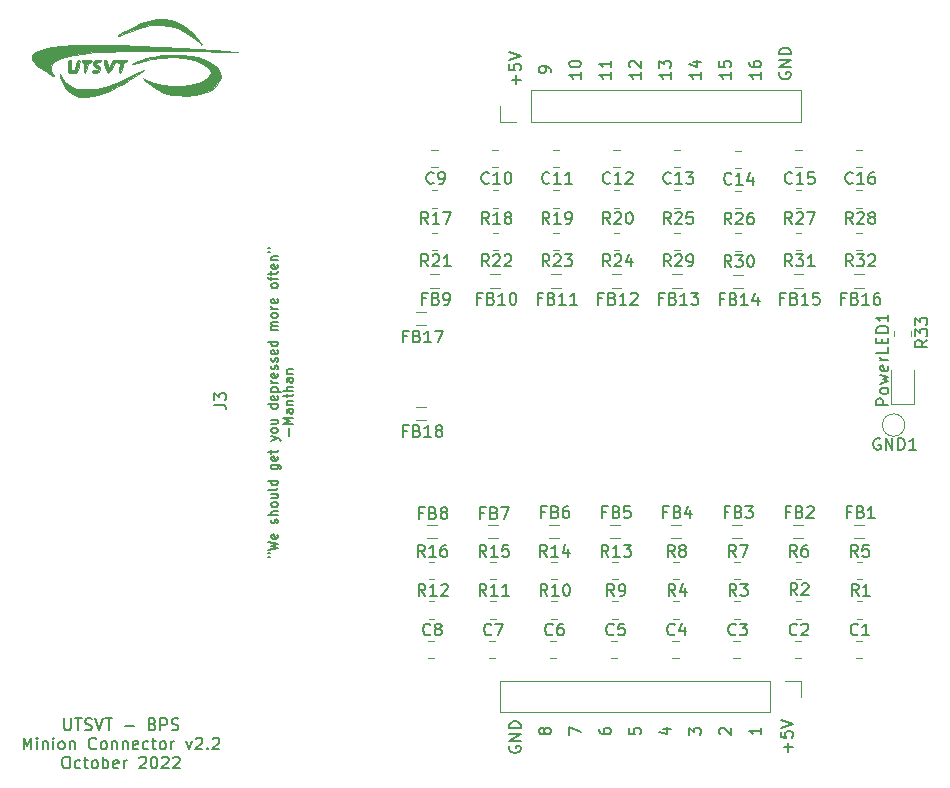
<source format=gto>
%TF.GenerationSoftware,KiCad,Pcbnew,7.0.3*%
%TF.CreationDate,2023-06-05T20:38:05-05:00*%
%TF.ProjectId,BPS-MinionShield,4250532d-4d69-46e6-996f-6e536869656c,rev?*%
%TF.SameCoordinates,Original*%
%TF.FileFunction,Legend,Top*%
%TF.FilePolarity,Positive*%
%FSLAX46Y46*%
G04 Gerber Fmt 4.6, Leading zero omitted, Abs format (unit mm)*
G04 Created by KiCad (PCBNEW 7.0.3) date 2023-06-05 20:38:05*
%MOMM*%
%LPD*%
G01*
G04 APERTURE LIST*
%ADD10C,0.150000*%
%ADD11C,0.160000*%
%ADD12C,0.120000*%
%ADD13C,0.010000*%
G04 APERTURE END LIST*
D10*
X148073866Y-76163220D02*
X148073866Y-75401316D01*
X148454819Y-75782268D02*
X147692914Y-75782268D01*
X147454819Y-74448935D02*
X147454819Y-74925125D01*
X147454819Y-74925125D02*
X147931009Y-74972744D01*
X147931009Y-74972744D02*
X147883390Y-74925125D01*
X147883390Y-74925125D02*
X147835771Y-74829887D01*
X147835771Y-74829887D02*
X147835771Y-74591792D01*
X147835771Y-74591792D02*
X147883390Y-74496554D01*
X147883390Y-74496554D02*
X147931009Y-74448935D01*
X147931009Y-74448935D02*
X148026247Y-74401316D01*
X148026247Y-74401316D02*
X148264342Y-74401316D01*
X148264342Y-74401316D02*
X148359580Y-74448935D01*
X148359580Y-74448935D02*
X148407200Y-74496554D01*
X148407200Y-74496554D02*
X148454819Y-74591792D01*
X148454819Y-74591792D02*
X148454819Y-74829887D01*
X148454819Y-74829887D02*
X148407200Y-74925125D01*
X148407200Y-74925125D02*
X148359580Y-74972744D01*
X147454819Y-74115601D02*
X148454819Y-73782268D01*
X148454819Y-73782268D02*
X147454819Y-73448935D01*
X156074819Y-75091792D02*
X156074819Y-75663220D01*
X156074819Y-75377506D02*
X155074819Y-75377506D01*
X155074819Y-75377506D02*
X155217676Y-75472744D01*
X155217676Y-75472744D02*
X155312914Y-75567982D01*
X155312914Y-75567982D02*
X155360533Y-75663220D01*
X156074819Y-74139411D02*
X156074819Y-74710839D01*
X156074819Y-74425125D02*
X155074819Y-74425125D01*
X155074819Y-74425125D02*
X155217676Y-74520363D01*
X155217676Y-74520363D02*
X155312914Y-74615601D01*
X155312914Y-74615601D02*
X155360533Y-74710839D01*
X160488152Y-130710839D02*
X161154819Y-130710839D01*
X160107200Y-130948934D02*
X160821485Y-131187029D01*
X160821485Y-131187029D02*
X160821485Y-130567982D01*
X158614819Y-75091792D02*
X158614819Y-75663220D01*
X158614819Y-75377506D02*
X157614819Y-75377506D01*
X157614819Y-75377506D02*
X157757676Y-75472744D01*
X157757676Y-75472744D02*
X157852914Y-75567982D01*
X157852914Y-75567982D02*
X157900533Y-75663220D01*
X157710057Y-74710839D02*
X157662438Y-74663220D01*
X157662438Y-74663220D02*
X157614819Y-74567982D01*
X157614819Y-74567982D02*
X157614819Y-74329887D01*
X157614819Y-74329887D02*
X157662438Y-74234649D01*
X157662438Y-74234649D02*
X157710057Y-74187030D01*
X157710057Y-74187030D02*
X157805295Y-74139411D01*
X157805295Y-74139411D02*
X157900533Y-74139411D01*
X157900533Y-74139411D02*
X158043390Y-74187030D01*
X158043390Y-74187030D02*
X158614819Y-74758458D01*
X158614819Y-74758458D02*
X158614819Y-74139411D01*
X166234819Y-75091792D02*
X166234819Y-75663220D01*
X166234819Y-75377506D02*
X165234819Y-75377506D01*
X165234819Y-75377506D02*
X165377676Y-75472744D01*
X165377676Y-75472744D02*
X165472914Y-75567982D01*
X165472914Y-75567982D02*
X165520533Y-75663220D01*
X165234819Y-74187030D02*
X165234819Y-74663220D01*
X165234819Y-74663220D02*
X165711009Y-74710839D01*
X165711009Y-74710839D02*
X165663390Y-74663220D01*
X165663390Y-74663220D02*
X165615771Y-74567982D01*
X165615771Y-74567982D02*
X165615771Y-74329887D01*
X165615771Y-74329887D02*
X165663390Y-74234649D01*
X165663390Y-74234649D02*
X165711009Y-74187030D01*
X165711009Y-74187030D02*
X165806247Y-74139411D01*
X165806247Y-74139411D02*
X166044342Y-74139411D01*
X166044342Y-74139411D02*
X166139580Y-74187030D01*
X166139580Y-74187030D02*
X166187200Y-74234649D01*
X166187200Y-74234649D02*
X166234819Y-74329887D01*
X166234819Y-74329887D02*
X166234819Y-74567982D01*
X166234819Y-74567982D02*
X166187200Y-74663220D01*
X166187200Y-74663220D02*
X166139580Y-74710839D01*
X150954819Y-75091791D02*
X150954819Y-74901315D01*
X150954819Y-74901315D02*
X150907200Y-74806077D01*
X150907200Y-74806077D02*
X150859580Y-74758458D01*
X150859580Y-74758458D02*
X150716723Y-74663220D01*
X150716723Y-74663220D02*
X150526247Y-74615601D01*
X150526247Y-74615601D02*
X150145295Y-74615601D01*
X150145295Y-74615601D02*
X150050057Y-74663220D01*
X150050057Y-74663220D02*
X150002438Y-74710839D01*
X150002438Y-74710839D02*
X149954819Y-74806077D01*
X149954819Y-74806077D02*
X149954819Y-74996553D01*
X149954819Y-74996553D02*
X150002438Y-75091791D01*
X150002438Y-75091791D02*
X150050057Y-75139410D01*
X150050057Y-75139410D02*
X150145295Y-75187029D01*
X150145295Y-75187029D02*
X150383390Y-75187029D01*
X150383390Y-75187029D02*
X150478628Y-75139410D01*
X150478628Y-75139410D02*
X150526247Y-75091791D01*
X150526247Y-75091791D02*
X150573866Y-74996553D01*
X150573866Y-74996553D02*
X150573866Y-74806077D01*
X150573866Y-74806077D02*
X150526247Y-74710839D01*
X150526247Y-74710839D02*
X150478628Y-74663220D01*
X150478628Y-74663220D02*
X150383390Y-74615601D01*
X171073866Y-132663220D02*
X171073866Y-131901316D01*
X171454819Y-132282268D02*
X170692914Y-132282268D01*
X170454819Y-130948935D02*
X170454819Y-131425125D01*
X170454819Y-131425125D02*
X170931009Y-131472744D01*
X170931009Y-131472744D02*
X170883390Y-131425125D01*
X170883390Y-131425125D02*
X170835771Y-131329887D01*
X170835771Y-131329887D02*
X170835771Y-131091792D01*
X170835771Y-131091792D02*
X170883390Y-130996554D01*
X170883390Y-130996554D02*
X170931009Y-130948935D01*
X170931009Y-130948935D02*
X171026247Y-130901316D01*
X171026247Y-130901316D02*
X171264342Y-130901316D01*
X171264342Y-130901316D02*
X171359580Y-130948935D01*
X171359580Y-130948935D02*
X171407200Y-130996554D01*
X171407200Y-130996554D02*
X171454819Y-131091792D01*
X171454819Y-131091792D02*
X171454819Y-131329887D01*
X171454819Y-131329887D02*
X171407200Y-131425125D01*
X171407200Y-131425125D02*
X171359580Y-131472744D01*
X170454819Y-130615601D02*
X171454819Y-130282268D01*
X171454819Y-130282268D02*
X170454819Y-129948935D01*
X168774819Y-75091792D02*
X168774819Y-75663220D01*
X168774819Y-75377506D02*
X167774819Y-75377506D01*
X167774819Y-75377506D02*
X167917676Y-75472744D01*
X167917676Y-75472744D02*
X168012914Y-75567982D01*
X168012914Y-75567982D02*
X168060533Y-75663220D01*
X167774819Y-74234649D02*
X167774819Y-74425125D01*
X167774819Y-74425125D02*
X167822438Y-74520363D01*
X167822438Y-74520363D02*
X167870057Y-74567982D01*
X167870057Y-74567982D02*
X168012914Y-74663220D01*
X168012914Y-74663220D02*
X168203390Y-74710839D01*
X168203390Y-74710839D02*
X168584342Y-74710839D01*
X168584342Y-74710839D02*
X168679580Y-74663220D01*
X168679580Y-74663220D02*
X168727200Y-74615601D01*
X168727200Y-74615601D02*
X168774819Y-74520363D01*
X168774819Y-74520363D02*
X168774819Y-74329887D01*
X168774819Y-74329887D02*
X168727200Y-74234649D01*
X168727200Y-74234649D02*
X168679580Y-74187030D01*
X168679580Y-74187030D02*
X168584342Y-74139411D01*
X168584342Y-74139411D02*
X168346247Y-74139411D01*
X168346247Y-74139411D02*
X168251009Y-74187030D01*
X168251009Y-74187030D02*
X168203390Y-74234649D01*
X168203390Y-74234649D02*
X168155771Y-74329887D01*
X168155771Y-74329887D02*
X168155771Y-74520363D01*
X168155771Y-74520363D02*
X168203390Y-74615601D01*
X168203390Y-74615601D02*
X168251009Y-74663220D01*
X168251009Y-74663220D02*
X168346247Y-74710839D01*
X157614819Y-130663220D02*
X157614819Y-131139410D01*
X157614819Y-131139410D02*
X158091009Y-131187029D01*
X158091009Y-131187029D02*
X158043390Y-131139410D01*
X158043390Y-131139410D02*
X157995771Y-131044172D01*
X157995771Y-131044172D02*
X157995771Y-130806077D01*
X157995771Y-130806077D02*
X158043390Y-130710839D01*
X158043390Y-130710839D02*
X158091009Y-130663220D01*
X158091009Y-130663220D02*
X158186247Y-130615601D01*
X158186247Y-130615601D02*
X158424342Y-130615601D01*
X158424342Y-130615601D02*
X158519580Y-130663220D01*
X158519580Y-130663220D02*
X158567200Y-130710839D01*
X158567200Y-130710839D02*
X158614819Y-130806077D01*
X158614819Y-130806077D02*
X158614819Y-131044172D01*
X158614819Y-131044172D02*
X158567200Y-131139410D01*
X158567200Y-131139410D02*
X158519580Y-131187029D01*
X162694819Y-131234648D02*
X162694819Y-130615601D01*
X162694819Y-130615601D02*
X163075771Y-130948934D01*
X163075771Y-130948934D02*
X163075771Y-130806077D01*
X163075771Y-130806077D02*
X163123390Y-130710839D01*
X163123390Y-130710839D02*
X163171009Y-130663220D01*
X163171009Y-130663220D02*
X163266247Y-130615601D01*
X163266247Y-130615601D02*
X163504342Y-130615601D01*
X163504342Y-130615601D02*
X163599580Y-130663220D01*
X163599580Y-130663220D02*
X163647200Y-130710839D01*
X163647200Y-130710839D02*
X163694819Y-130806077D01*
X163694819Y-130806077D02*
X163694819Y-131091791D01*
X163694819Y-131091791D02*
X163647200Y-131187029D01*
X163647200Y-131187029D02*
X163599580Y-131234648D01*
X170362438Y-75139411D02*
X170314819Y-75234649D01*
X170314819Y-75234649D02*
X170314819Y-75377506D01*
X170314819Y-75377506D02*
X170362438Y-75520363D01*
X170362438Y-75520363D02*
X170457676Y-75615601D01*
X170457676Y-75615601D02*
X170552914Y-75663220D01*
X170552914Y-75663220D02*
X170743390Y-75710839D01*
X170743390Y-75710839D02*
X170886247Y-75710839D01*
X170886247Y-75710839D02*
X171076723Y-75663220D01*
X171076723Y-75663220D02*
X171171961Y-75615601D01*
X171171961Y-75615601D02*
X171267200Y-75520363D01*
X171267200Y-75520363D02*
X171314819Y-75377506D01*
X171314819Y-75377506D02*
X171314819Y-75282268D01*
X171314819Y-75282268D02*
X171267200Y-75139411D01*
X171267200Y-75139411D02*
X171219580Y-75091792D01*
X171219580Y-75091792D02*
X170886247Y-75091792D01*
X170886247Y-75091792D02*
X170886247Y-75282268D01*
X171314819Y-74663220D02*
X170314819Y-74663220D01*
X170314819Y-74663220D02*
X171314819Y-74091792D01*
X171314819Y-74091792D02*
X170314819Y-74091792D01*
X171314819Y-73615601D02*
X170314819Y-73615601D01*
X170314819Y-73615601D02*
X170314819Y-73377506D01*
X170314819Y-73377506D02*
X170362438Y-73234649D01*
X170362438Y-73234649D02*
X170457676Y-73139411D01*
X170457676Y-73139411D02*
X170552914Y-73091792D01*
X170552914Y-73091792D02*
X170743390Y-73044173D01*
X170743390Y-73044173D02*
X170886247Y-73044173D01*
X170886247Y-73044173D02*
X171076723Y-73091792D01*
X171076723Y-73091792D02*
X171171961Y-73139411D01*
X171171961Y-73139411D02*
X171267200Y-73234649D01*
X171267200Y-73234649D02*
X171314819Y-73377506D01*
X171314819Y-73377506D02*
X171314819Y-73615601D01*
X109789160Y-129844819D02*
X109789160Y-130654342D01*
X109789160Y-130654342D02*
X109836779Y-130749580D01*
X109836779Y-130749580D02*
X109884398Y-130797200D01*
X109884398Y-130797200D02*
X109979636Y-130844819D01*
X109979636Y-130844819D02*
X110170112Y-130844819D01*
X110170112Y-130844819D02*
X110265350Y-130797200D01*
X110265350Y-130797200D02*
X110312969Y-130749580D01*
X110312969Y-130749580D02*
X110360588Y-130654342D01*
X110360588Y-130654342D02*
X110360588Y-129844819D01*
X110693922Y-129844819D02*
X111265350Y-129844819D01*
X110979636Y-130844819D02*
X110979636Y-129844819D01*
X111551065Y-130797200D02*
X111693922Y-130844819D01*
X111693922Y-130844819D02*
X111932017Y-130844819D01*
X111932017Y-130844819D02*
X112027255Y-130797200D01*
X112027255Y-130797200D02*
X112074874Y-130749580D01*
X112074874Y-130749580D02*
X112122493Y-130654342D01*
X112122493Y-130654342D02*
X112122493Y-130559104D01*
X112122493Y-130559104D02*
X112074874Y-130463866D01*
X112074874Y-130463866D02*
X112027255Y-130416247D01*
X112027255Y-130416247D02*
X111932017Y-130368628D01*
X111932017Y-130368628D02*
X111741541Y-130321009D01*
X111741541Y-130321009D02*
X111646303Y-130273390D01*
X111646303Y-130273390D02*
X111598684Y-130225771D01*
X111598684Y-130225771D02*
X111551065Y-130130533D01*
X111551065Y-130130533D02*
X111551065Y-130035295D01*
X111551065Y-130035295D02*
X111598684Y-129940057D01*
X111598684Y-129940057D02*
X111646303Y-129892438D01*
X111646303Y-129892438D02*
X111741541Y-129844819D01*
X111741541Y-129844819D02*
X111979636Y-129844819D01*
X111979636Y-129844819D02*
X112122493Y-129892438D01*
X112408208Y-129844819D02*
X112741541Y-130844819D01*
X112741541Y-130844819D02*
X113074874Y-129844819D01*
X113265351Y-129844819D02*
X113836779Y-129844819D01*
X113551065Y-130844819D02*
X113551065Y-129844819D01*
X114932018Y-130463866D02*
X115693923Y-130463866D01*
X117265351Y-130321009D02*
X117408208Y-130368628D01*
X117408208Y-130368628D02*
X117455827Y-130416247D01*
X117455827Y-130416247D02*
X117503446Y-130511485D01*
X117503446Y-130511485D02*
X117503446Y-130654342D01*
X117503446Y-130654342D02*
X117455827Y-130749580D01*
X117455827Y-130749580D02*
X117408208Y-130797200D01*
X117408208Y-130797200D02*
X117312970Y-130844819D01*
X117312970Y-130844819D02*
X116932018Y-130844819D01*
X116932018Y-130844819D02*
X116932018Y-129844819D01*
X116932018Y-129844819D02*
X117265351Y-129844819D01*
X117265351Y-129844819D02*
X117360589Y-129892438D01*
X117360589Y-129892438D02*
X117408208Y-129940057D01*
X117408208Y-129940057D02*
X117455827Y-130035295D01*
X117455827Y-130035295D02*
X117455827Y-130130533D01*
X117455827Y-130130533D02*
X117408208Y-130225771D01*
X117408208Y-130225771D02*
X117360589Y-130273390D01*
X117360589Y-130273390D02*
X117265351Y-130321009D01*
X117265351Y-130321009D02*
X116932018Y-130321009D01*
X117932018Y-130844819D02*
X117932018Y-129844819D01*
X117932018Y-129844819D02*
X118312970Y-129844819D01*
X118312970Y-129844819D02*
X118408208Y-129892438D01*
X118408208Y-129892438D02*
X118455827Y-129940057D01*
X118455827Y-129940057D02*
X118503446Y-130035295D01*
X118503446Y-130035295D02*
X118503446Y-130178152D01*
X118503446Y-130178152D02*
X118455827Y-130273390D01*
X118455827Y-130273390D02*
X118408208Y-130321009D01*
X118408208Y-130321009D02*
X118312970Y-130368628D01*
X118312970Y-130368628D02*
X117932018Y-130368628D01*
X118884399Y-130797200D02*
X119027256Y-130844819D01*
X119027256Y-130844819D02*
X119265351Y-130844819D01*
X119265351Y-130844819D02*
X119360589Y-130797200D01*
X119360589Y-130797200D02*
X119408208Y-130749580D01*
X119408208Y-130749580D02*
X119455827Y-130654342D01*
X119455827Y-130654342D02*
X119455827Y-130559104D01*
X119455827Y-130559104D02*
X119408208Y-130463866D01*
X119408208Y-130463866D02*
X119360589Y-130416247D01*
X119360589Y-130416247D02*
X119265351Y-130368628D01*
X119265351Y-130368628D02*
X119074875Y-130321009D01*
X119074875Y-130321009D02*
X118979637Y-130273390D01*
X118979637Y-130273390D02*
X118932018Y-130225771D01*
X118932018Y-130225771D02*
X118884399Y-130130533D01*
X118884399Y-130130533D02*
X118884399Y-130035295D01*
X118884399Y-130035295D02*
X118932018Y-129940057D01*
X118932018Y-129940057D02*
X118979637Y-129892438D01*
X118979637Y-129892438D02*
X119074875Y-129844819D01*
X119074875Y-129844819D02*
X119312970Y-129844819D01*
X119312970Y-129844819D02*
X119455827Y-129892438D01*
X106336779Y-132454819D02*
X106336779Y-131454819D01*
X106336779Y-131454819D02*
X106670112Y-132169104D01*
X106670112Y-132169104D02*
X107003445Y-131454819D01*
X107003445Y-131454819D02*
X107003445Y-132454819D01*
X107479636Y-132454819D02*
X107479636Y-131788152D01*
X107479636Y-131454819D02*
X107432017Y-131502438D01*
X107432017Y-131502438D02*
X107479636Y-131550057D01*
X107479636Y-131550057D02*
X107527255Y-131502438D01*
X107527255Y-131502438D02*
X107479636Y-131454819D01*
X107479636Y-131454819D02*
X107479636Y-131550057D01*
X107955826Y-131788152D02*
X107955826Y-132454819D01*
X107955826Y-131883390D02*
X108003445Y-131835771D01*
X108003445Y-131835771D02*
X108098683Y-131788152D01*
X108098683Y-131788152D02*
X108241540Y-131788152D01*
X108241540Y-131788152D02*
X108336778Y-131835771D01*
X108336778Y-131835771D02*
X108384397Y-131931009D01*
X108384397Y-131931009D02*
X108384397Y-132454819D01*
X108860588Y-132454819D02*
X108860588Y-131788152D01*
X108860588Y-131454819D02*
X108812969Y-131502438D01*
X108812969Y-131502438D02*
X108860588Y-131550057D01*
X108860588Y-131550057D02*
X108908207Y-131502438D01*
X108908207Y-131502438D02*
X108860588Y-131454819D01*
X108860588Y-131454819D02*
X108860588Y-131550057D01*
X109479635Y-132454819D02*
X109384397Y-132407200D01*
X109384397Y-132407200D02*
X109336778Y-132359580D01*
X109336778Y-132359580D02*
X109289159Y-132264342D01*
X109289159Y-132264342D02*
X109289159Y-131978628D01*
X109289159Y-131978628D02*
X109336778Y-131883390D01*
X109336778Y-131883390D02*
X109384397Y-131835771D01*
X109384397Y-131835771D02*
X109479635Y-131788152D01*
X109479635Y-131788152D02*
X109622492Y-131788152D01*
X109622492Y-131788152D02*
X109717730Y-131835771D01*
X109717730Y-131835771D02*
X109765349Y-131883390D01*
X109765349Y-131883390D02*
X109812968Y-131978628D01*
X109812968Y-131978628D02*
X109812968Y-132264342D01*
X109812968Y-132264342D02*
X109765349Y-132359580D01*
X109765349Y-132359580D02*
X109717730Y-132407200D01*
X109717730Y-132407200D02*
X109622492Y-132454819D01*
X109622492Y-132454819D02*
X109479635Y-132454819D01*
X110241540Y-131788152D02*
X110241540Y-132454819D01*
X110241540Y-131883390D02*
X110289159Y-131835771D01*
X110289159Y-131835771D02*
X110384397Y-131788152D01*
X110384397Y-131788152D02*
X110527254Y-131788152D01*
X110527254Y-131788152D02*
X110622492Y-131835771D01*
X110622492Y-131835771D02*
X110670111Y-131931009D01*
X110670111Y-131931009D02*
X110670111Y-132454819D01*
X112479635Y-132359580D02*
X112432016Y-132407200D01*
X112432016Y-132407200D02*
X112289159Y-132454819D01*
X112289159Y-132454819D02*
X112193921Y-132454819D01*
X112193921Y-132454819D02*
X112051064Y-132407200D01*
X112051064Y-132407200D02*
X111955826Y-132311961D01*
X111955826Y-132311961D02*
X111908207Y-132216723D01*
X111908207Y-132216723D02*
X111860588Y-132026247D01*
X111860588Y-132026247D02*
X111860588Y-131883390D01*
X111860588Y-131883390D02*
X111908207Y-131692914D01*
X111908207Y-131692914D02*
X111955826Y-131597676D01*
X111955826Y-131597676D02*
X112051064Y-131502438D01*
X112051064Y-131502438D02*
X112193921Y-131454819D01*
X112193921Y-131454819D02*
X112289159Y-131454819D01*
X112289159Y-131454819D02*
X112432016Y-131502438D01*
X112432016Y-131502438D02*
X112479635Y-131550057D01*
X113051064Y-132454819D02*
X112955826Y-132407200D01*
X112955826Y-132407200D02*
X112908207Y-132359580D01*
X112908207Y-132359580D02*
X112860588Y-132264342D01*
X112860588Y-132264342D02*
X112860588Y-131978628D01*
X112860588Y-131978628D02*
X112908207Y-131883390D01*
X112908207Y-131883390D02*
X112955826Y-131835771D01*
X112955826Y-131835771D02*
X113051064Y-131788152D01*
X113051064Y-131788152D02*
X113193921Y-131788152D01*
X113193921Y-131788152D02*
X113289159Y-131835771D01*
X113289159Y-131835771D02*
X113336778Y-131883390D01*
X113336778Y-131883390D02*
X113384397Y-131978628D01*
X113384397Y-131978628D02*
X113384397Y-132264342D01*
X113384397Y-132264342D02*
X113336778Y-132359580D01*
X113336778Y-132359580D02*
X113289159Y-132407200D01*
X113289159Y-132407200D02*
X113193921Y-132454819D01*
X113193921Y-132454819D02*
X113051064Y-132454819D01*
X113812969Y-131788152D02*
X113812969Y-132454819D01*
X113812969Y-131883390D02*
X113860588Y-131835771D01*
X113860588Y-131835771D02*
X113955826Y-131788152D01*
X113955826Y-131788152D02*
X114098683Y-131788152D01*
X114098683Y-131788152D02*
X114193921Y-131835771D01*
X114193921Y-131835771D02*
X114241540Y-131931009D01*
X114241540Y-131931009D02*
X114241540Y-132454819D01*
X114717731Y-131788152D02*
X114717731Y-132454819D01*
X114717731Y-131883390D02*
X114765350Y-131835771D01*
X114765350Y-131835771D02*
X114860588Y-131788152D01*
X114860588Y-131788152D02*
X115003445Y-131788152D01*
X115003445Y-131788152D02*
X115098683Y-131835771D01*
X115098683Y-131835771D02*
X115146302Y-131931009D01*
X115146302Y-131931009D02*
X115146302Y-132454819D01*
X116003445Y-132407200D02*
X115908207Y-132454819D01*
X115908207Y-132454819D02*
X115717731Y-132454819D01*
X115717731Y-132454819D02*
X115622493Y-132407200D01*
X115622493Y-132407200D02*
X115574874Y-132311961D01*
X115574874Y-132311961D02*
X115574874Y-131931009D01*
X115574874Y-131931009D02*
X115622493Y-131835771D01*
X115622493Y-131835771D02*
X115717731Y-131788152D01*
X115717731Y-131788152D02*
X115908207Y-131788152D01*
X115908207Y-131788152D02*
X116003445Y-131835771D01*
X116003445Y-131835771D02*
X116051064Y-131931009D01*
X116051064Y-131931009D02*
X116051064Y-132026247D01*
X116051064Y-132026247D02*
X115574874Y-132121485D01*
X116908207Y-132407200D02*
X116812969Y-132454819D01*
X116812969Y-132454819D02*
X116622493Y-132454819D01*
X116622493Y-132454819D02*
X116527255Y-132407200D01*
X116527255Y-132407200D02*
X116479636Y-132359580D01*
X116479636Y-132359580D02*
X116432017Y-132264342D01*
X116432017Y-132264342D02*
X116432017Y-131978628D01*
X116432017Y-131978628D02*
X116479636Y-131883390D01*
X116479636Y-131883390D02*
X116527255Y-131835771D01*
X116527255Y-131835771D02*
X116622493Y-131788152D01*
X116622493Y-131788152D02*
X116812969Y-131788152D01*
X116812969Y-131788152D02*
X116908207Y-131835771D01*
X117193922Y-131788152D02*
X117574874Y-131788152D01*
X117336779Y-131454819D02*
X117336779Y-132311961D01*
X117336779Y-132311961D02*
X117384398Y-132407200D01*
X117384398Y-132407200D02*
X117479636Y-132454819D01*
X117479636Y-132454819D02*
X117574874Y-132454819D01*
X118051065Y-132454819D02*
X117955827Y-132407200D01*
X117955827Y-132407200D02*
X117908208Y-132359580D01*
X117908208Y-132359580D02*
X117860589Y-132264342D01*
X117860589Y-132264342D02*
X117860589Y-131978628D01*
X117860589Y-131978628D02*
X117908208Y-131883390D01*
X117908208Y-131883390D02*
X117955827Y-131835771D01*
X117955827Y-131835771D02*
X118051065Y-131788152D01*
X118051065Y-131788152D02*
X118193922Y-131788152D01*
X118193922Y-131788152D02*
X118289160Y-131835771D01*
X118289160Y-131835771D02*
X118336779Y-131883390D01*
X118336779Y-131883390D02*
X118384398Y-131978628D01*
X118384398Y-131978628D02*
X118384398Y-132264342D01*
X118384398Y-132264342D02*
X118336779Y-132359580D01*
X118336779Y-132359580D02*
X118289160Y-132407200D01*
X118289160Y-132407200D02*
X118193922Y-132454819D01*
X118193922Y-132454819D02*
X118051065Y-132454819D01*
X118812970Y-132454819D02*
X118812970Y-131788152D01*
X118812970Y-131978628D02*
X118860589Y-131883390D01*
X118860589Y-131883390D02*
X118908208Y-131835771D01*
X118908208Y-131835771D02*
X119003446Y-131788152D01*
X119003446Y-131788152D02*
X119098684Y-131788152D01*
X120098685Y-131788152D02*
X120336780Y-132454819D01*
X120336780Y-132454819D02*
X120574875Y-131788152D01*
X120908209Y-131550057D02*
X120955828Y-131502438D01*
X120955828Y-131502438D02*
X121051066Y-131454819D01*
X121051066Y-131454819D02*
X121289161Y-131454819D01*
X121289161Y-131454819D02*
X121384399Y-131502438D01*
X121384399Y-131502438D02*
X121432018Y-131550057D01*
X121432018Y-131550057D02*
X121479637Y-131645295D01*
X121479637Y-131645295D02*
X121479637Y-131740533D01*
X121479637Y-131740533D02*
X121432018Y-131883390D01*
X121432018Y-131883390D02*
X120860590Y-132454819D01*
X120860590Y-132454819D02*
X121479637Y-132454819D01*
X121908209Y-132359580D02*
X121955828Y-132407200D01*
X121955828Y-132407200D02*
X121908209Y-132454819D01*
X121908209Y-132454819D02*
X121860590Y-132407200D01*
X121860590Y-132407200D02*
X121908209Y-132359580D01*
X121908209Y-132359580D02*
X121908209Y-132454819D01*
X122336780Y-131550057D02*
X122384399Y-131502438D01*
X122384399Y-131502438D02*
X122479637Y-131454819D01*
X122479637Y-131454819D02*
X122717732Y-131454819D01*
X122717732Y-131454819D02*
X122812970Y-131502438D01*
X122812970Y-131502438D02*
X122860589Y-131550057D01*
X122860589Y-131550057D02*
X122908208Y-131645295D01*
X122908208Y-131645295D02*
X122908208Y-131740533D01*
X122908208Y-131740533D02*
X122860589Y-131883390D01*
X122860589Y-131883390D02*
X122289161Y-132454819D01*
X122289161Y-132454819D02*
X122908208Y-132454819D01*
X109860588Y-133064819D02*
X110051064Y-133064819D01*
X110051064Y-133064819D02*
X110146302Y-133112438D01*
X110146302Y-133112438D02*
X110241540Y-133207676D01*
X110241540Y-133207676D02*
X110289159Y-133398152D01*
X110289159Y-133398152D02*
X110289159Y-133731485D01*
X110289159Y-133731485D02*
X110241540Y-133921961D01*
X110241540Y-133921961D02*
X110146302Y-134017200D01*
X110146302Y-134017200D02*
X110051064Y-134064819D01*
X110051064Y-134064819D02*
X109860588Y-134064819D01*
X109860588Y-134064819D02*
X109765350Y-134017200D01*
X109765350Y-134017200D02*
X109670112Y-133921961D01*
X109670112Y-133921961D02*
X109622493Y-133731485D01*
X109622493Y-133731485D02*
X109622493Y-133398152D01*
X109622493Y-133398152D02*
X109670112Y-133207676D01*
X109670112Y-133207676D02*
X109765350Y-133112438D01*
X109765350Y-133112438D02*
X109860588Y-133064819D01*
X111146302Y-134017200D02*
X111051064Y-134064819D01*
X111051064Y-134064819D02*
X110860588Y-134064819D01*
X110860588Y-134064819D02*
X110765350Y-134017200D01*
X110765350Y-134017200D02*
X110717731Y-133969580D01*
X110717731Y-133969580D02*
X110670112Y-133874342D01*
X110670112Y-133874342D02*
X110670112Y-133588628D01*
X110670112Y-133588628D02*
X110717731Y-133493390D01*
X110717731Y-133493390D02*
X110765350Y-133445771D01*
X110765350Y-133445771D02*
X110860588Y-133398152D01*
X110860588Y-133398152D02*
X111051064Y-133398152D01*
X111051064Y-133398152D02*
X111146302Y-133445771D01*
X111432017Y-133398152D02*
X111812969Y-133398152D01*
X111574874Y-133064819D02*
X111574874Y-133921961D01*
X111574874Y-133921961D02*
X111622493Y-134017200D01*
X111622493Y-134017200D02*
X111717731Y-134064819D01*
X111717731Y-134064819D02*
X111812969Y-134064819D01*
X112289160Y-134064819D02*
X112193922Y-134017200D01*
X112193922Y-134017200D02*
X112146303Y-133969580D01*
X112146303Y-133969580D02*
X112098684Y-133874342D01*
X112098684Y-133874342D02*
X112098684Y-133588628D01*
X112098684Y-133588628D02*
X112146303Y-133493390D01*
X112146303Y-133493390D02*
X112193922Y-133445771D01*
X112193922Y-133445771D02*
X112289160Y-133398152D01*
X112289160Y-133398152D02*
X112432017Y-133398152D01*
X112432017Y-133398152D02*
X112527255Y-133445771D01*
X112527255Y-133445771D02*
X112574874Y-133493390D01*
X112574874Y-133493390D02*
X112622493Y-133588628D01*
X112622493Y-133588628D02*
X112622493Y-133874342D01*
X112622493Y-133874342D02*
X112574874Y-133969580D01*
X112574874Y-133969580D02*
X112527255Y-134017200D01*
X112527255Y-134017200D02*
X112432017Y-134064819D01*
X112432017Y-134064819D02*
X112289160Y-134064819D01*
X113051065Y-134064819D02*
X113051065Y-133064819D01*
X113051065Y-133445771D02*
X113146303Y-133398152D01*
X113146303Y-133398152D02*
X113336779Y-133398152D01*
X113336779Y-133398152D02*
X113432017Y-133445771D01*
X113432017Y-133445771D02*
X113479636Y-133493390D01*
X113479636Y-133493390D02*
X113527255Y-133588628D01*
X113527255Y-133588628D02*
X113527255Y-133874342D01*
X113527255Y-133874342D02*
X113479636Y-133969580D01*
X113479636Y-133969580D02*
X113432017Y-134017200D01*
X113432017Y-134017200D02*
X113336779Y-134064819D01*
X113336779Y-134064819D02*
X113146303Y-134064819D01*
X113146303Y-134064819D02*
X113051065Y-134017200D01*
X114336779Y-134017200D02*
X114241541Y-134064819D01*
X114241541Y-134064819D02*
X114051065Y-134064819D01*
X114051065Y-134064819D02*
X113955827Y-134017200D01*
X113955827Y-134017200D02*
X113908208Y-133921961D01*
X113908208Y-133921961D02*
X113908208Y-133541009D01*
X113908208Y-133541009D02*
X113955827Y-133445771D01*
X113955827Y-133445771D02*
X114051065Y-133398152D01*
X114051065Y-133398152D02*
X114241541Y-133398152D01*
X114241541Y-133398152D02*
X114336779Y-133445771D01*
X114336779Y-133445771D02*
X114384398Y-133541009D01*
X114384398Y-133541009D02*
X114384398Y-133636247D01*
X114384398Y-133636247D02*
X113908208Y-133731485D01*
X114812970Y-134064819D02*
X114812970Y-133398152D01*
X114812970Y-133588628D02*
X114860589Y-133493390D01*
X114860589Y-133493390D02*
X114908208Y-133445771D01*
X114908208Y-133445771D02*
X115003446Y-133398152D01*
X115003446Y-133398152D02*
X115098684Y-133398152D01*
X116146304Y-133160057D02*
X116193923Y-133112438D01*
X116193923Y-133112438D02*
X116289161Y-133064819D01*
X116289161Y-133064819D02*
X116527256Y-133064819D01*
X116527256Y-133064819D02*
X116622494Y-133112438D01*
X116622494Y-133112438D02*
X116670113Y-133160057D01*
X116670113Y-133160057D02*
X116717732Y-133255295D01*
X116717732Y-133255295D02*
X116717732Y-133350533D01*
X116717732Y-133350533D02*
X116670113Y-133493390D01*
X116670113Y-133493390D02*
X116098685Y-134064819D01*
X116098685Y-134064819D02*
X116717732Y-134064819D01*
X117336780Y-133064819D02*
X117432018Y-133064819D01*
X117432018Y-133064819D02*
X117527256Y-133112438D01*
X117527256Y-133112438D02*
X117574875Y-133160057D01*
X117574875Y-133160057D02*
X117622494Y-133255295D01*
X117622494Y-133255295D02*
X117670113Y-133445771D01*
X117670113Y-133445771D02*
X117670113Y-133683866D01*
X117670113Y-133683866D02*
X117622494Y-133874342D01*
X117622494Y-133874342D02*
X117574875Y-133969580D01*
X117574875Y-133969580D02*
X117527256Y-134017200D01*
X117527256Y-134017200D02*
X117432018Y-134064819D01*
X117432018Y-134064819D02*
X117336780Y-134064819D01*
X117336780Y-134064819D02*
X117241542Y-134017200D01*
X117241542Y-134017200D02*
X117193923Y-133969580D01*
X117193923Y-133969580D02*
X117146304Y-133874342D01*
X117146304Y-133874342D02*
X117098685Y-133683866D01*
X117098685Y-133683866D02*
X117098685Y-133445771D01*
X117098685Y-133445771D02*
X117146304Y-133255295D01*
X117146304Y-133255295D02*
X117193923Y-133160057D01*
X117193923Y-133160057D02*
X117241542Y-133112438D01*
X117241542Y-133112438D02*
X117336780Y-133064819D01*
X118051066Y-133160057D02*
X118098685Y-133112438D01*
X118098685Y-133112438D02*
X118193923Y-133064819D01*
X118193923Y-133064819D02*
X118432018Y-133064819D01*
X118432018Y-133064819D02*
X118527256Y-133112438D01*
X118527256Y-133112438D02*
X118574875Y-133160057D01*
X118574875Y-133160057D02*
X118622494Y-133255295D01*
X118622494Y-133255295D02*
X118622494Y-133350533D01*
X118622494Y-133350533D02*
X118574875Y-133493390D01*
X118574875Y-133493390D02*
X118003447Y-134064819D01*
X118003447Y-134064819D02*
X118622494Y-134064819D01*
X119003447Y-133160057D02*
X119051066Y-133112438D01*
X119051066Y-133112438D02*
X119146304Y-133064819D01*
X119146304Y-133064819D02*
X119384399Y-133064819D01*
X119384399Y-133064819D02*
X119479637Y-133112438D01*
X119479637Y-133112438D02*
X119527256Y-133160057D01*
X119527256Y-133160057D02*
X119574875Y-133255295D01*
X119574875Y-133255295D02*
X119574875Y-133350533D01*
X119574875Y-133350533D02*
X119527256Y-133493390D01*
X119527256Y-133493390D02*
X118955828Y-134064819D01*
X118955828Y-134064819D02*
X119574875Y-134064819D01*
X155074819Y-130710839D02*
X155074819Y-130901315D01*
X155074819Y-130901315D02*
X155122438Y-130996553D01*
X155122438Y-130996553D02*
X155170057Y-131044172D01*
X155170057Y-131044172D02*
X155312914Y-131139410D01*
X155312914Y-131139410D02*
X155503390Y-131187029D01*
X155503390Y-131187029D02*
X155884342Y-131187029D01*
X155884342Y-131187029D02*
X155979580Y-131139410D01*
X155979580Y-131139410D02*
X156027200Y-131091791D01*
X156027200Y-131091791D02*
X156074819Y-130996553D01*
X156074819Y-130996553D02*
X156074819Y-130806077D01*
X156074819Y-130806077D02*
X156027200Y-130710839D01*
X156027200Y-130710839D02*
X155979580Y-130663220D01*
X155979580Y-130663220D02*
X155884342Y-130615601D01*
X155884342Y-130615601D02*
X155646247Y-130615601D01*
X155646247Y-130615601D02*
X155551009Y-130663220D01*
X155551009Y-130663220D02*
X155503390Y-130710839D01*
X155503390Y-130710839D02*
X155455771Y-130806077D01*
X155455771Y-130806077D02*
X155455771Y-130996553D01*
X155455771Y-130996553D02*
X155503390Y-131091791D01*
X155503390Y-131091791D02*
X155551009Y-131139410D01*
X155551009Y-131139410D02*
X155646247Y-131187029D01*
X153534819Y-75091792D02*
X153534819Y-75663220D01*
X153534819Y-75377506D02*
X152534819Y-75377506D01*
X152534819Y-75377506D02*
X152677676Y-75472744D01*
X152677676Y-75472744D02*
X152772914Y-75567982D01*
X152772914Y-75567982D02*
X152820533Y-75663220D01*
X152534819Y-74472744D02*
X152534819Y-74377506D01*
X152534819Y-74377506D02*
X152582438Y-74282268D01*
X152582438Y-74282268D02*
X152630057Y-74234649D01*
X152630057Y-74234649D02*
X152725295Y-74187030D01*
X152725295Y-74187030D02*
X152915771Y-74139411D01*
X152915771Y-74139411D02*
X153153866Y-74139411D01*
X153153866Y-74139411D02*
X153344342Y-74187030D01*
X153344342Y-74187030D02*
X153439580Y-74234649D01*
X153439580Y-74234649D02*
X153487200Y-74282268D01*
X153487200Y-74282268D02*
X153534819Y-74377506D01*
X153534819Y-74377506D02*
X153534819Y-74472744D01*
X153534819Y-74472744D02*
X153487200Y-74567982D01*
X153487200Y-74567982D02*
X153439580Y-74615601D01*
X153439580Y-74615601D02*
X153344342Y-74663220D01*
X153344342Y-74663220D02*
X153153866Y-74710839D01*
X153153866Y-74710839D02*
X152915771Y-74710839D01*
X152915771Y-74710839D02*
X152725295Y-74663220D01*
X152725295Y-74663220D02*
X152630057Y-74615601D01*
X152630057Y-74615601D02*
X152582438Y-74567982D01*
X152582438Y-74567982D02*
X152534819Y-74472744D01*
X147502438Y-132187030D02*
X147454819Y-132282268D01*
X147454819Y-132282268D02*
X147454819Y-132425125D01*
X147454819Y-132425125D02*
X147502438Y-132567982D01*
X147502438Y-132567982D02*
X147597676Y-132663220D01*
X147597676Y-132663220D02*
X147692914Y-132710839D01*
X147692914Y-132710839D02*
X147883390Y-132758458D01*
X147883390Y-132758458D02*
X148026247Y-132758458D01*
X148026247Y-132758458D02*
X148216723Y-132710839D01*
X148216723Y-132710839D02*
X148311961Y-132663220D01*
X148311961Y-132663220D02*
X148407200Y-132567982D01*
X148407200Y-132567982D02*
X148454819Y-132425125D01*
X148454819Y-132425125D02*
X148454819Y-132329887D01*
X148454819Y-132329887D02*
X148407200Y-132187030D01*
X148407200Y-132187030D02*
X148359580Y-132139411D01*
X148359580Y-132139411D02*
X148026247Y-132139411D01*
X148026247Y-132139411D02*
X148026247Y-132329887D01*
X148454819Y-131710839D02*
X147454819Y-131710839D01*
X147454819Y-131710839D02*
X148454819Y-131139411D01*
X148454819Y-131139411D02*
X147454819Y-131139411D01*
X148454819Y-130663220D02*
X147454819Y-130663220D01*
X147454819Y-130663220D02*
X147454819Y-130425125D01*
X147454819Y-130425125D02*
X147502438Y-130282268D01*
X147502438Y-130282268D02*
X147597676Y-130187030D01*
X147597676Y-130187030D02*
X147692914Y-130139411D01*
X147692914Y-130139411D02*
X147883390Y-130091792D01*
X147883390Y-130091792D02*
X148026247Y-130091792D01*
X148026247Y-130091792D02*
X148216723Y-130139411D01*
X148216723Y-130139411D02*
X148311961Y-130187030D01*
X148311961Y-130187030D02*
X148407200Y-130282268D01*
X148407200Y-130282268D02*
X148454819Y-130425125D01*
X148454819Y-130425125D02*
X148454819Y-130663220D01*
X165330057Y-131187029D02*
X165282438Y-131139410D01*
X165282438Y-131139410D02*
X165234819Y-131044172D01*
X165234819Y-131044172D02*
X165234819Y-130806077D01*
X165234819Y-130806077D02*
X165282438Y-130710839D01*
X165282438Y-130710839D02*
X165330057Y-130663220D01*
X165330057Y-130663220D02*
X165425295Y-130615601D01*
X165425295Y-130615601D02*
X165520533Y-130615601D01*
X165520533Y-130615601D02*
X165663390Y-130663220D01*
X165663390Y-130663220D02*
X166234819Y-131234648D01*
X166234819Y-131234648D02*
X166234819Y-130615601D01*
X161154819Y-75091792D02*
X161154819Y-75663220D01*
X161154819Y-75377506D02*
X160154819Y-75377506D01*
X160154819Y-75377506D02*
X160297676Y-75472744D01*
X160297676Y-75472744D02*
X160392914Y-75567982D01*
X160392914Y-75567982D02*
X160440533Y-75663220D01*
X160154819Y-74758458D02*
X160154819Y-74139411D01*
X160154819Y-74139411D02*
X160535771Y-74472744D01*
X160535771Y-74472744D02*
X160535771Y-74329887D01*
X160535771Y-74329887D02*
X160583390Y-74234649D01*
X160583390Y-74234649D02*
X160631009Y-74187030D01*
X160631009Y-74187030D02*
X160726247Y-74139411D01*
X160726247Y-74139411D02*
X160964342Y-74139411D01*
X160964342Y-74139411D02*
X161059580Y-74187030D01*
X161059580Y-74187030D02*
X161107200Y-74234649D01*
X161107200Y-74234649D02*
X161154819Y-74329887D01*
X161154819Y-74329887D02*
X161154819Y-74615601D01*
X161154819Y-74615601D02*
X161107200Y-74710839D01*
X161107200Y-74710839D02*
X161059580Y-74758458D01*
X150423390Y-130996553D02*
X150375771Y-131091791D01*
X150375771Y-131091791D02*
X150328152Y-131139410D01*
X150328152Y-131139410D02*
X150232914Y-131187029D01*
X150232914Y-131187029D02*
X150185295Y-131187029D01*
X150185295Y-131187029D02*
X150090057Y-131139410D01*
X150090057Y-131139410D02*
X150042438Y-131091791D01*
X150042438Y-131091791D02*
X149994819Y-130996553D01*
X149994819Y-130996553D02*
X149994819Y-130806077D01*
X149994819Y-130806077D02*
X150042438Y-130710839D01*
X150042438Y-130710839D02*
X150090057Y-130663220D01*
X150090057Y-130663220D02*
X150185295Y-130615601D01*
X150185295Y-130615601D02*
X150232914Y-130615601D01*
X150232914Y-130615601D02*
X150328152Y-130663220D01*
X150328152Y-130663220D02*
X150375771Y-130710839D01*
X150375771Y-130710839D02*
X150423390Y-130806077D01*
X150423390Y-130806077D02*
X150423390Y-130996553D01*
X150423390Y-130996553D02*
X150471009Y-131091791D01*
X150471009Y-131091791D02*
X150518628Y-131139410D01*
X150518628Y-131139410D02*
X150613866Y-131187029D01*
X150613866Y-131187029D02*
X150804342Y-131187029D01*
X150804342Y-131187029D02*
X150899580Y-131139410D01*
X150899580Y-131139410D02*
X150947200Y-131091791D01*
X150947200Y-131091791D02*
X150994819Y-130996553D01*
X150994819Y-130996553D02*
X150994819Y-130806077D01*
X150994819Y-130806077D02*
X150947200Y-130710839D01*
X150947200Y-130710839D02*
X150899580Y-130663220D01*
X150899580Y-130663220D02*
X150804342Y-130615601D01*
X150804342Y-130615601D02*
X150613866Y-130615601D01*
X150613866Y-130615601D02*
X150518628Y-130663220D01*
X150518628Y-130663220D02*
X150471009Y-130710839D01*
X150471009Y-130710839D02*
X150423390Y-130806077D01*
X152534819Y-131234648D02*
X152534819Y-130567982D01*
X152534819Y-130567982D02*
X153534819Y-130996553D01*
X168774819Y-130615601D02*
X168774819Y-131187029D01*
X168774819Y-130901315D02*
X167774819Y-130901315D01*
X167774819Y-130901315D02*
X167917676Y-130996553D01*
X167917676Y-130996553D02*
X168012914Y-131091791D01*
X168012914Y-131091791D02*
X168060533Y-131187029D01*
D11*
X127057775Y-116142359D02*
X127210156Y-116142359D01*
X127057775Y-115837597D02*
X127210156Y-115837597D01*
X127057775Y-115570930D02*
X127857775Y-115380454D01*
X127857775Y-115380454D02*
X127286346Y-115228073D01*
X127286346Y-115228073D02*
X127857775Y-115075692D01*
X127857775Y-115075692D02*
X127057775Y-114885216D01*
X127819680Y-114275691D02*
X127857775Y-114351882D01*
X127857775Y-114351882D02*
X127857775Y-114504263D01*
X127857775Y-114504263D02*
X127819680Y-114580453D01*
X127819680Y-114580453D02*
X127743489Y-114618549D01*
X127743489Y-114618549D02*
X127438727Y-114618549D01*
X127438727Y-114618549D02*
X127362537Y-114580453D01*
X127362537Y-114580453D02*
X127324441Y-114504263D01*
X127324441Y-114504263D02*
X127324441Y-114351882D01*
X127324441Y-114351882D02*
X127362537Y-114275691D01*
X127362537Y-114275691D02*
X127438727Y-114237596D01*
X127438727Y-114237596D02*
X127514918Y-114237596D01*
X127514918Y-114237596D02*
X127591108Y-114618549D01*
X127819680Y-113323311D02*
X127857775Y-113247120D01*
X127857775Y-113247120D02*
X127857775Y-113094739D01*
X127857775Y-113094739D02*
X127819680Y-113018549D01*
X127819680Y-113018549D02*
X127743489Y-112980453D01*
X127743489Y-112980453D02*
X127705394Y-112980453D01*
X127705394Y-112980453D02*
X127629203Y-113018549D01*
X127629203Y-113018549D02*
X127591108Y-113094739D01*
X127591108Y-113094739D02*
X127591108Y-113209025D01*
X127591108Y-113209025D02*
X127553013Y-113285215D01*
X127553013Y-113285215D02*
X127476822Y-113323311D01*
X127476822Y-113323311D02*
X127438727Y-113323311D01*
X127438727Y-113323311D02*
X127362537Y-113285215D01*
X127362537Y-113285215D02*
X127324441Y-113209025D01*
X127324441Y-113209025D02*
X127324441Y-113094739D01*
X127324441Y-113094739D02*
X127362537Y-113018549D01*
X127857775Y-112637596D02*
X127057775Y-112637596D01*
X127857775Y-112294739D02*
X127438727Y-112294739D01*
X127438727Y-112294739D02*
X127362537Y-112332834D01*
X127362537Y-112332834D02*
X127324441Y-112409025D01*
X127324441Y-112409025D02*
X127324441Y-112523311D01*
X127324441Y-112523311D02*
X127362537Y-112599501D01*
X127362537Y-112599501D02*
X127400632Y-112637596D01*
X127857775Y-111799501D02*
X127819680Y-111875691D01*
X127819680Y-111875691D02*
X127781584Y-111913786D01*
X127781584Y-111913786D02*
X127705394Y-111951882D01*
X127705394Y-111951882D02*
X127476822Y-111951882D01*
X127476822Y-111951882D02*
X127400632Y-111913786D01*
X127400632Y-111913786D02*
X127362537Y-111875691D01*
X127362537Y-111875691D02*
X127324441Y-111799501D01*
X127324441Y-111799501D02*
X127324441Y-111685215D01*
X127324441Y-111685215D02*
X127362537Y-111609024D01*
X127362537Y-111609024D02*
X127400632Y-111570929D01*
X127400632Y-111570929D02*
X127476822Y-111532834D01*
X127476822Y-111532834D02*
X127705394Y-111532834D01*
X127705394Y-111532834D02*
X127781584Y-111570929D01*
X127781584Y-111570929D02*
X127819680Y-111609024D01*
X127819680Y-111609024D02*
X127857775Y-111685215D01*
X127857775Y-111685215D02*
X127857775Y-111799501D01*
X127324441Y-110847119D02*
X127857775Y-110847119D01*
X127324441Y-111189976D02*
X127743489Y-111189976D01*
X127743489Y-111189976D02*
X127819680Y-111151881D01*
X127819680Y-111151881D02*
X127857775Y-111075691D01*
X127857775Y-111075691D02*
X127857775Y-110961405D01*
X127857775Y-110961405D02*
X127819680Y-110885214D01*
X127819680Y-110885214D02*
X127781584Y-110847119D01*
X127857775Y-110351881D02*
X127819680Y-110428071D01*
X127819680Y-110428071D02*
X127743489Y-110466166D01*
X127743489Y-110466166D02*
X127057775Y-110466166D01*
X127857775Y-109704261D02*
X127057775Y-109704261D01*
X127819680Y-109704261D02*
X127857775Y-109780452D01*
X127857775Y-109780452D02*
X127857775Y-109932833D01*
X127857775Y-109932833D02*
X127819680Y-110009023D01*
X127819680Y-110009023D02*
X127781584Y-110047118D01*
X127781584Y-110047118D02*
X127705394Y-110085214D01*
X127705394Y-110085214D02*
X127476822Y-110085214D01*
X127476822Y-110085214D02*
X127400632Y-110047118D01*
X127400632Y-110047118D02*
X127362537Y-110009023D01*
X127362537Y-110009023D02*
X127324441Y-109932833D01*
X127324441Y-109932833D02*
X127324441Y-109780452D01*
X127324441Y-109780452D02*
X127362537Y-109704261D01*
X127324441Y-108370927D02*
X127972060Y-108370927D01*
X127972060Y-108370927D02*
X128048251Y-108409022D01*
X128048251Y-108409022D02*
X128086346Y-108447118D01*
X128086346Y-108447118D02*
X128124441Y-108523308D01*
X128124441Y-108523308D02*
X128124441Y-108637594D01*
X128124441Y-108637594D02*
X128086346Y-108713784D01*
X127819680Y-108370927D02*
X127857775Y-108447118D01*
X127857775Y-108447118D02*
X127857775Y-108599499D01*
X127857775Y-108599499D02*
X127819680Y-108675689D01*
X127819680Y-108675689D02*
X127781584Y-108713784D01*
X127781584Y-108713784D02*
X127705394Y-108751880D01*
X127705394Y-108751880D02*
X127476822Y-108751880D01*
X127476822Y-108751880D02*
X127400632Y-108713784D01*
X127400632Y-108713784D02*
X127362537Y-108675689D01*
X127362537Y-108675689D02*
X127324441Y-108599499D01*
X127324441Y-108599499D02*
X127324441Y-108447118D01*
X127324441Y-108447118D02*
X127362537Y-108370927D01*
X127819680Y-107685212D02*
X127857775Y-107761403D01*
X127857775Y-107761403D02*
X127857775Y-107913784D01*
X127857775Y-107913784D02*
X127819680Y-107989974D01*
X127819680Y-107989974D02*
X127743489Y-108028070D01*
X127743489Y-108028070D02*
X127438727Y-108028070D01*
X127438727Y-108028070D02*
X127362537Y-107989974D01*
X127362537Y-107989974D02*
X127324441Y-107913784D01*
X127324441Y-107913784D02*
X127324441Y-107761403D01*
X127324441Y-107761403D02*
X127362537Y-107685212D01*
X127362537Y-107685212D02*
X127438727Y-107647117D01*
X127438727Y-107647117D02*
X127514918Y-107647117D01*
X127514918Y-107647117D02*
X127591108Y-108028070D01*
X127324441Y-107418546D02*
X127324441Y-107113784D01*
X127057775Y-107304260D02*
X127743489Y-107304260D01*
X127743489Y-107304260D02*
X127819680Y-107266165D01*
X127819680Y-107266165D02*
X127857775Y-107189975D01*
X127857775Y-107189975D02*
X127857775Y-107113784D01*
X127324441Y-106313784D02*
X127857775Y-106123308D01*
X127324441Y-105932831D02*
X127857775Y-106123308D01*
X127857775Y-106123308D02*
X128048251Y-106199498D01*
X128048251Y-106199498D02*
X128086346Y-106237593D01*
X128086346Y-106237593D02*
X128124441Y-106313784D01*
X127857775Y-105513784D02*
X127819680Y-105589974D01*
X127819680Y-105589974D02*
X127781584Y-105628069D01*
X127781584Y-105628069D02*
X127705394Y-105666165D01*
X127705394Y-105666165D02*
X127476822Y-105666165D01*
X127476822Y-105666165D02*
X127400632Y-105628069D01*
X127400632Y-105628069D02*
X127362537Y-105589974D01*
X127362537Y-105589974D02*
X127324441Y-105513784D01*
X127324441Y-105513784D02*
X127324441Y-105399498D01*
X127324441Y-105399498D02*
X127362537Y-105323307D01*
X127362537Y-105323307D02*
X127400632Y-105285212D01*
X127400632Y-105285212D02*
X127476822Y-105247117D01*
X127476822Y-105247117D02*
X127705394Y-105247117D01*
X127705394Y-105247117D02*
X127781584Y-105285212D01*
X127781584Y-105285212D02*
X127819680Y-105323307D01*
X127819680Y-105323307D02*
X127857775Y-105399498D01*
X127857775Y-105399498D02*
X127857775Y-105513784D01*
X127324441Y-104561402D02*
X127857775Y-104561402D01*
X127324441Y-104904259D02*
X127743489Y-104904259D01*
X127743489Y-104904259D02*
X127819680Y-104866164D01*
X127819680Y-104866164D02*
X127857775Y-104789974D01*
X127857775Y-104789974D02*
X127857775Y-104675688D01*
X127857775Y-104675688D02*
X127819680Y-104599497D01*
X127819680Y-104599497D02*
X127781584Y-104561402D01*
X127857775Y-103228068D02*
X127057775Y-103228068D01*
X127819680Y-103228068D02*
X127857775Y-103304259D01*
X127857775Y-103304259D02*
X127857775Y-103456640D01*
X127857775Y-103456640D02*
X127819680Y-103532830D01*
X127819680Y-103532830D02*
X127781584Y-103570925D01*
X127781584Y-103570925D02*
X127705394Y-103609021D01*
X127705394Y-103609021D02*
X127476822Y-103609021D01*
X127476822Y-103609021D02*
X127400632Y-103570925D01*
X127400632Y-103570925D02*
X127362537Y-103532830D01*
X127362537Y-103532830D02*
X127324441Y-103456640D01*
X127324441Y-103456640D02*
X127324441Y-103304259D01*
X127324441Y-103304259D02*
X127362537Y-103228068D01*
X127819680Y-102542353D02*
X127857775Y-102618544D01*
X127857775Y-102618544D02*
X127857775Y-102770925D01*
X127857775Y-102770925D02*
X127819680Y-102847115D01*
X127819680Y-102847115D02*
X127743489Y-102885211D01*
X127743489Y-102885211D02*
X127438727Y-102885211D01*
X127438727Y-102885211D02*
X127362537Y-102847115D01*
X127362537Y-102847115D02*
X127324441Y-102770925D01*
X127324441Y-102770925D02*
X127324441Y-102618544D01*
X127324441Y-102618544D02*
X127362537Y-102542353D01*
X127362537Y-102542353D02*
X127438727Y-102504258D01*
X127438727Y-102504258D02*
X127514918Y-102504258D01*
X127514918Y-102504258D02*
X127591108Y-102885211D01*
X127324441Y-102161401D02*
X128124441Y-102161401D01*
X127362537Y-102161401D02*
X127324441Y-102085211D01*
X127324441Y-102085211D02*
X127324441Y-101932830D01*
X127324441Y-101932830D02*
X127362537Y-101856639D01*
X127362537Y-101856639D02*
X127400632Y-101818544D01*
X127400632Y-101818544D02*
X127476822Y-101780449D01*
X127476822Y-101780449D02*
X127705394Y-101780449D01*
X127705394Y-101780449D02*
X127781584Y-101818544D01*
X127781584Y-101818544D02*
X127819680Y-101856639D01*
X127819680Y-101856639D02*
X127857775Y-101932830D01*
X127857775Y-101932830D02*
X127857775Y-102085211D01*
X127857775Y-102085211D02*
X127819680Y-102161401D01*
X127857775Y-101437591D02*
X127324441Y-101437591D01*
X127476822Y-101437591D02*
X127400632Y-101399496D01*
X127400632Y-101399496D02*
X127362537Y-101361401D01*
X127362537Y-101361401D02*
X127324441Y-101285210D01*
X127324441Y-101285210D02*
X127324441Y-101209020D01*
X127819680Y-100637591D02*
X127857775Y-100713782D01*
X127857775Y-100713782D02*
X127857775Y-100866163D01*
X127857775Y-100866163D02*
X127819680Y-100942353D01*
X127819680Y-100942353D02*
X127743489Y-100980449D01*
X127743489Y-100980449D02*
X127438727Y-100980449D01*
X127438727Y-100980449D02*
X127362537Y-100942353D01*
X127362537Y-100942353D02*
X127324441Y-100866163D01*
X127324441Y-100866163D02*
X127324441Y-100713782D01*
X127324441Y-100713782D02*
X127362537Y-100637591D01*
X127362537Y-100637591D02*
X127438727Y-100599496D01*
X127438727Y-100599496D02*
X127514918Y-100599496D01*
X127514918Y-100599496D02*
X127591108Y-100980449D01*
X127819680Y-100294735D02*
X127857775Y-100218544D01*
X127857775Y-100218544D02*
X127857775Y-100066163D01*
X127857775Y-100066163D02*
X127819680Y-99989973D01*
X127819680Y-99989973D02*
X127743489Y-99951877D01*
X127743489Y-99951877D02*
X127705394Y-99951877D01*
X127705394Y-99951877D02*
X127629203Y-99989973D01*
X127629203Y-99989973D02*
X127591108Y-100066163D01*
X127591108Y-100066163D02*
X127591108Y-100180449D01*
X127591108Y-100180449D02*
X127553013Y-100256639D01*
X127553013Y-100256639D02*
X127476822Y-100294735D01*
X127476822Y-100294735D02*
X127438727Y-100294735D01*
X127438727Y-100294735D02*
X127362537Y-100256639D01*
X127362537Y-100256639D02*
X127324441Y-100180449D01*
X127324441Y-100180449D02*
X127324441Y-100066163D01*
X127324441Y-100066163D02*
X127362537Y-99989973D01*
X127819680Y-99647116D02*
X127857775Y-99570925D01*
X127857775Y-99570925D02*
X127857775Y-99418544D01*
X127857775Y-99418544D02*
X127819680Y-99342354D01*
X127819680Y-99342354D02*
X127743489Y-99304258D01*
X127743489Y-99304258D02*
X127705394Y-99304258D01*
X127705394Y-99304258D02*
X127629203Y-99342354D01*
X127629203Y-99342354D02*
X127591108Y-99418544D01*
X127591108Y-99418544D02*
X127591108Y-99532830D01*
X127591108Y-99532830D02*
X127553013Y-99609020D01*
X127553013Y-99609020D02*
X127476822Y-99647116D01*
X127476822Y-99647116D02*
X127438727Y-99647116D01*
X127438727Y-99647116D02*
X127362537Y-99609020D01*
X127362537Y-99609020D02*
X127324441Y-99532830D01*
X127324441Y-99532830D02*
X127324441Y-99418544D01*
X127324441Y-99418544D02*
X127362537Y-99342354D01*
X127819680Y-98656639D02*
X127857775Y-98732830D01*
X127857775Y-98732830D02*
X127857775Y-98885211D01*
X127857775Y-98885211D02*
X127819680Y-98961401D01*
X127819680Y-98961401D02*
X127743489Y-98999497D01*
X127743489Y-98999497D02*
X127438727Y-98999497D01*
X127438727Y-98999497D02*
X127362537Y-98961401D01*
X127362537Y-98961401D02*
X127324441Y-98885211D01*
X127324441Y-98885211D02*
X127324441Y-98732830D01*
X127324441Y-98732830D02*
X127362537Y-98656639D01*
X127362537Y-98656639D02*
X127438727Y-98618544D01*
X127438727Y-98618544D02*
X127514918Y-98618544D01*
X127514918Y-98618544D02*
X127591108Y-98999497D01*
X127857775Y-97932830D02*
X127057775Y-97932830D01*
X127819680Y-97932830D02*
X127857775Y-98009021D01*
X127857775Y-98009021D02*
X127857775Y-98161402D01*
X127857775Y-98161402D02*
X127819680Y-98237592D01*
X127819680Y-98237592D02*
X127781584Y-98275687D01*
X127781584Y-98275687D02*
X127705394Y-98313783D01*
X127705394Y-98313783D02*
X127476822Y-98313783D01*
X127476822Y-98313783D02*
X127400632Y-98275687D01*
X127400632Y-98275687D02*
X127362537Y-98237592D01*
X127362537Y-98237592D02*
X127324441Y-98161402D01*
X127324441Y-98161402D02*
X127324441Y-98009021D01*
X127324441Y-98009021D02*
X127362537Y-97932830D01*
X127857775Y-96942353D02*
X127324441Y-96942353D01*
X127400632Y-96942353D02*
X127362537Y-96904258D01*
X127362537Y-96904258D02*
X127324441Y-96828068D01*
X127324441Y-96828068D02*
X127324441Y-96713782D01*
X127324441Y-96713782D02*
X127362537Y-96637591D01*
X127362537Y-96637591D02*
X127438727Y-96599496D01*
X127438727Y-96599496D02*
X127857775Y-96599496D01*
X127438727Y-96599496D02*
X127362537Y-96561401D01*
X127362537Y-96561401D02*
X127324441Y-96485210D01*
X127324441Y-96485210D02*
X127324441Y-96370925D01*
X127324441Y-96370925D02*
X127362537Y-96294734D01*
X127362537Y-96294734D02*
X127438727Y-96256639D01*
X127438727Y-96256639D02*
X127857775Y-96256639D01*
X127857775Y-95761401D02*
X127819680Y-95837591D01*
X127819680Y-95837591D02*
X127781584Y-95875686D01*
X127781584Y-95875686D02*
X127705394Y-95913782D01*
X127705394Y-95913782D02*
X127476822Y-95913782D01*
X127476822Y-95913782D02*
X127400632Y-95875686D01*
X127400632Y-95875686D02*
X127362537Y-95837591D01*
X127362537Y-95837591D02*
X127324441Y-95761401D01*
X127324441Y-95761401D02*
X127324441Y-95647115D01*
X127324441Y-95647115D02*
X127362537Y-95570924D01*
X127362537Y-95570924D02*
X127400632Y-95532829D01*
X127400632Y-95532829D02*
X127476822Y-95494734D01*
X127476822Y-95494734D02*
X127705394Y-95494734D01*
X127705394Y-95494734D02*
X127781584Y-95532829D01*
X127781584Y-95532829D02*
X127819680Y-95570924D01*
X127819680Y-95570924D02*
X127857775Y-95647115D01*
X127857775Y-95647115D02*
X127857775Y-95761401D01*
X127857775Y-95151876D02*
X127324441Y-95151876D01*
X127476822Y-95151876D02*
X127400632Y-95113781D01*
X127400632Y-95113781D02*
X127362537Y-95075686D01*
X127362537Y-95075686D02*
X127324441Y-94999495D01*
X127324441Y-94999495D02*
X127324441Y-94923305D01*
X127819680Y-94351876D02*
X127857775Y-94428067D01*
X127857775Y-94428067D02*
X127857775Y-94580448D01*
X127857775Y-94580448D02*
X127819680Y-94656638D01*
X127819680Y-94656638D02*
X127743489Y-94694734D01*
X127743489Y-94694734D02*
X127438727Y-94694734D01*
X127438727Y-94694734D02*
X127362537Y-94656638D01*
X127362537Y-94656638D02*
X127324441Y-94580448D01*
X127324441Y-94580448D02*
X127324441Y-94428067D01*
X127324441Y-94428067D02*
X127362537Y-94351876D01*
X127362537Y-94351876D02*
X127438727Y-94313781D01*
X127438727Y-94313781D02*
X127514918Y-94313781D01*
X127514918Y-94313781D02*
X127591108Y-94694734D01*
X127857775Y-93247115D02*
X127819680Y-93323305D01*
X127819680Y-93323305D02*
X127781584Y-93361400D01*
X127781584Y-93361400D02*
X127705394Y-93399496D01*
X127705394Y-93399496D02*
X127476822Y-93399496D01*
X127476822Y-93399496D02*
X127400632Y-93361400D01*
X127400632Y-93361400D02*
X127362537Y-93323305D01*
X127362537Y-93323305D02*
X127324441Y-93247115D01*
X127324441Y-93247115D02*
X127324441Y-93132829D01*
X127324441Y-93132829D02*
X127362537Y-93056638D01*
X127362537Y-93056638D02*
X127400632Y-93018543D01*
X127400632Y-93018543D02*
X127476822Y-92980448D01*
X127476822Y-92980448D02*
X127705394Y-92980448D01*
X127705394Y-92980448D02*
X127781584Y-93018543D01*
X127781584Y-93018543D02*
X127819680Y-93056638D01*
X127819680Y-93056638D02*
X127857775Y-93132829D01*
X127857775Y-93132829D02*
X127857775Y-93247115D01*
X127324441Y-92751876D02*
X127324441Y-92447114D01*
X127857775Y-92637590D02*
X127172060Y-92637590D01*
X127172060Y-92637590D02*
X127095870Y-92599495D01*
X127095870Y-92599495D02*
X127057775Y-92523305D01*
X127057775Y-92523305D02*
X127057775Y-92447114D01*
X127324441Y-92294733D02*
X127324441Y-91989971D01*
X127057775Y-92180447D02*
X127743489Y-92180447D01*
X127743489Y-92180447D02*
X127819680Y-92142352D01*
X127819680Y-92142352D02*
X127857775Y-92066162D01*
X127857775Y-92066162D02*
X127857775Y-91989971D01*
X127819680Y-91418542D02*
X127857775Y-91494733D01*
X127857775Y-91494733D02*
X127857775Y-91647114D01*
X127857775Y-91647114D02*
X127819680Y-91723304D01*
X127819680Y-91723304D02*
X127743489Y-91761400D01*
X127743489Y-91761400D02*
X127438727Y-91761400D01*
X127438727Y-91761400D02*
X127362537Y-91723304D01*
X127362537Y-91723304D02*
X127324441Y-91647114D01*
X127324441Y-91647114D02*
X127324441Y-91494733D01*
X127324441Y-91494733D02*
X127362537Y-91418542D01*
X127362537Y-91418542D02*
X127438727Y-91380447D01*
X127438727Y-91380447D02*
X127514918Y-91380447D01*
X127514918Y-91380447D02*
X127591108Y-91761400D01*
X127324441Y-91037590D02*
X127857775Y-91037590D01*
X127400632Y-91037590D02*
X127362537Y-90999495D01*
X127362537Y-90999495D02*
X127324441Y-90923305D01*
X127324441Y-90923305D02*
X127324441Y-90809019D01*
X127324441Y-90809019D02*
X127362537Y-90732828D01*
X127362537Y-90732828D02*
X127438727Y-90694733D01*
X127438727Y-90694733D02*
X127857775Y-90694733D01*
X127057775Y-90351876D02*
X127210156Y-90351876D01*
X127057775Y-90047114D02*
X127210156Y-90047114D01*
X128841013Y-105894737D02*
X128841013Y-105285214D01*
X129145775Y-104904261D02*
X128345775Y-104904261D01*
X128345775Y-104904261D02*
X128917203Y-104637595D01*
X128917203Y-104637595D02*
X128345775Y-104370928D01*
X128345775Y-104370928D02*
X129145775Y-104370928D01*
X129145775Y-103647118D02*
X128726727Y-103647118D01*
X128726727Y-103647118D02*
X128650537Y-103685213D01*
X128650537Y-103685213D02*
X128612441Y-103761404D01*
X128612441Y-103761404D02*
X128612441Y-103913785D01*
X128612441Y-103913785D02*
X128650537Y-103989975D01*
X129107680Y-103647118D02*
X129145775Y-103723309D01*
X129145775Y-103723309D02*
X129145775Y-103913785D01*
X129145775Y-103913785D02*
X129107680Y-103989975D01*
X129107680Y-103989975D02*
X129031489Y-104028071D01*
X129031489Y-104028071D02*
X128955299Y-104028071D01*
X128955299Y-104028071D02*
X128879108Y-103989975D01*
X128879108Y-103989975D02*
X128841013Y-103913785D01*
X128841013Y-103913785D02*
X128841013Y-103723309D01*
X128841013Y-103723309D02*
X128802918Y-103647118D01*
X128612441Y-103266165D02*
X129145775Y-103266165D01*
X128688632Y-103266165D02*
X128650537Y-103228070D01*
X128650537Y-103228070D02*
X128612441Y-103151880D01*
X128612441Y-103151880D02*
X128612441Y-103037594D01*
X128612441Y-103037594D02*
X128650537Y-102961403D01*
X128650537Y-102961403D02*
X128726727Y-102923308D01*
X128726727Y-102923308D02*
X129145775Y-102923308D01*
X128612441Y-102656641D02*
X128612441Y-102351879D01*
X128345775Y-102542355D02*
X129031489Y-102542355D01*
X129031489Y-102542355D02*
X129107680Y-102504260D01*
X129107680Y-102504260D02*
X129145775Y-102428070D01*
X129145775Y-102428070D02*
X129145775Y-102351879D01*
X129145775Y-102085212D02*
X128345775Y-102085212D01*
X129145775Y-101742355D02*
X128726727Y-101742355D01*
X128726727Y-101742355D02*
X128650537Y-101780450D01*
X128650537Y-101780450D02*
X128612441Y-101856641D01*
X128612441Y-101856641D02*
X128612441Y-101970927D01*
X128612441Y-101970927D02*
X128650537Y-102047117D01*
X128650537Y-102047117D02*
X128688632Y-102085212D01*
X129145775Y-101018545D02*
X128726727Y-101018545D01*
X128726727Y-101018545D02*
X128650537Y-101056640D01*
X128650537Y-101056640D02*
X128612441Y-101132831D01*
X128612441Y-101132831D02*
X128612441Y-101285212D01*
X128612441Y-101285212D02*
X128650537Y-101361402D01*
X129107680Y-101018545D02*
X129145775Y-101094736D01*
X129145775Y-101094736D02*
X129145775Y-101285212D01*
X129145775Y-101285212D02*
X129107680Y-101361402D01*
X129107680Y-101361402D02*
X129031489Y-101399498D01*
X129031489Y-101399498D02*
X128955299Y-101399498D01*
X128955299Y-101399498D02*
X128879108Y-101361402D01*
X128879108Y-101361402D02*
X128841013Y-101285212D01*
X128841013Y-101285212D02*
X128841013Y-101094736D01*
X128841013Y-101094736D02*
X128802918Y-101018545D01*
X128612441Y-100637592D02*
X129145775Y-100637592D01*
X128688632Y-100637592D02*
X128650537Y-100599497D01*
X128650537Y-100599497D02*
X128612441Y-100523307D01*
X128612441Y-100523307D02*
X128612441Y-100409021D01*
X128612441Y-100409021D02*
X128650537Y-100332830D01*
X128650537Y-100332830D02*
X128726727Y-100294735D01*
X128726727Y-100294735D02*
X129145775Y-100294735D01*
D10*
X163694819Y-75091792D02*
X163694819Y-75663220D01*
X163694819Y-75377506D02*
X162694819Y-75377506D01*
X162694819Y-75377506D02*
X162837676Y-75472744D01*
X162837676Y-75472744D02*
X162932914Y-75567982D01*
X162932914Y-75567982D02*
X162980533Y-75663220D01*
X163028152Y-74234649D02*
X163694819Y-74234649D01*
X162647200Y-74472744D02*
X163361485Y-74710839D01*
X163361485Y-74710839D02*
X163361485Y-74091792D01*
X140305826Y-116154819D02*
X139972493Y-115678628D01*
X139734398Y-116154819D02*
X139734398Y-115154819D01*
X139734398Y-115154819D02*
X140115350Y-115154819D01*
X140115350Y-115154819D02*
X140210588Y-115202438D01*
X140210588Y-115202438D02*
X140258207Y-115250057D01*
X140258207Y-115250057D02*
X140305826Y-115345295D01*
X140305826Y-115345295D02*
X140305826Y-115488152D01*
X140305826Y-115488152D02*
X140258207Y-115583390D01*
X140258207Y-115583390D02*
X140210588Y-115631009D01*
X140210588Y-115631009D02*
X140115350Y-115678628D01*
X140115350Y-115678628D02*
X139734398Y-115678628D01*
X141258207Y-116154819D02*
X140686779Y-116154819D01*
X140972493Y-116154819D02*
X140972493Y-115154819D01*
X140972493Y-115154819D02*
X140877255Y-115297676D01*
X140877255Y-115297676D02*
X140782017Y-115392914D01*
X140782017Y-115392914D02*
X140686779Y-115440533D01*
X142115350Y-115154819D02*
X141924874Y-115154819D01*
X141924874Y-115154819D02*
X141829636Y-115202438D01*
X141829636Y-115202438D02*
X141782017Y-115250057D01*
X141782017Y-115250057D02*
X141686779Y-115392914D01*
X141686779Y-115392914D02*
X141639160Y-115583390D01*
X141639160Y-115583390D02*
X141639160Y-115964342D01*
X141639160Y-115964342D02*
X141686779Y-116059580D01*
X141686779Y-116059580D02*
X141734398Y-116107200D01*
X141734398Y-116107200D02*
X141829636Y-116154819D01*
X141829636Y-116154819D02*
X142020112Y-116154819D01*
X142020112Y-116154819D02*
X142115350Y-116107200D01*
X142115350Y-116107200D02*
X142162969Y-116059580D01*
X142162969Y-116059580D02*
X142210588Y-115964342D01*
X142210588Y-115964342D02*
X142210588Y-115726247D01*
X142210588Y-115726247D02*
X142162969Y-115631009D01*
X142162969Y-115631009D02*
X142115350Y-115583390D01*
X142115350Y-115583390D02*
X142020112Y-115535771D01*
X142020112Y-115535771D02*
X141829636Y-115535771D01*
X141829636Y-115535771D02*
X141734398Y-115583390D01*
X141734398Y-115583390D02*
X141686779Y-115631009D01*
X141686779Y-115631009D02*
X141639160Y-115726247D01*
X145727256Y-91554819D02*
X145393923Y-91078628D01*
X145155828Y-91554819D02*
X145155828Y-90554819D01*
X145155828Y-90554819D02*
X145536780Y-90554819D01*
X145536780Y-90554819D02*
X145632018Y-90602438D01*
X145632018Y-90602438D02*
X145679637Y-90650057D01*
X145679637Y-90650057D02*
X145727256Y-90745295D01*
X145727256Y-90745295D02*
X145727256Y-90888152D01*
X145727256Y-90888152D02*
X145679637Y-90983390D01*
X145679637Y-90983390D02*
X145632018Y-91031009D01*
X145632018Y-91031009D02*
X145536780Y-91078628D01*
X145536780Y-91078628D02*
X145155828Y-91078628D01*
X146108209Y-90650057D02*
X146155828Y-90602438D01*
X146155828Y-90602438D02*
X146251066Y-90554819D01*
X146251066Y-90554819D02*
X146489161Y-90554819D01*
X146489161Y-90554819D02*
X146584399Y-90602438D01*
X146584399Y-90602438D02*
X146632018Y-90650057D01*
X146632018Y-90650057D02*
X146679637Y-90745295D01*
X146679637Y-90745295D02*
X146679637Y-90840533D01*
X146679637Y-90840533D02*
X146632018Y-90983390D01*
X146632018Y-90983390D02*
X146060590Y-91554819D01*
X146060590Y-91554819D02*
X146679637Y-91554819D01*
X147060590Y-90650057D02*
X147108209Y-90602438D01*
X147108209Y-90602438D02*
X147203447Y-90554819D01*
X147203447Y-90554819D02*
X147441542Y-90554819D01*
X147441542Y-90554819D02*
X147536780Y-90602438D01*
X147536780Y-90602438D02*
X147584399Y-90650057D01*
X147584399Y-90650057D02*
X147632018Y-90745295D01*
X147632018Y-90745295D02*
X147632018Y-90840533D01*
X147632018Y-90840533D02*
X147584399Y-90983390D01*
X147584399Y-90983390D02*
X147012971Y-91554819D01*
X147012971Y-91554819D02*
X147632018Y-91554819D01*
X138789160Y-97481009D02*
X138455827Y-97481009D01*
X138455827Y-98004819D02*
X138455827Y-97004819D01*
X138455827Y-97004819D02*
X138932017Y-97004819D01*
X139646303Y-97481009D02*
X139789160Y-97528628D01*
X139789160Y-97528628D02*
X139836779Y-97576247D01*
X139836779Y-97576247D02*
X139884398Y-97671485D01*
X139884398Y-97671485D02*
X139884398Y-97814342D01*
X139884398Y-97814342D02*
X139836779Y-97909580D01*
X139836779Y-97909580D02*
X139789160Y-97957200D01*
X139789160Y-97957200D02*
X139693922Y-98004819D01*
X139693922Y-98004819D02*
X139312970Y-98004819D01*
X139312970Y-98004819D02*
X139312970Y-97004819D01*
X139312970Y-97004819D02*
X139646303Y-97004819D01*
X139646303Y-97004819D02*
X139741541Y-97052438D01*
X139741541Y-97052438D02*
X139789160Y-97100057D01*
X139789160Y-97100057D02*
X139836779Y-97195295D01*
X139836779Y-97195295D02*
X139836779Y-97290533D01*
X139836779Y-97290533D02*
X139789160Y-97385771D01*
X139789160Y-97385771D02*
X139741541Y-97433390D01*
X139741541Y-97433390D02*
X139646303Y-97481009D01*
X139646303Y-97481009D02*
X139312970Y-97481009D01*
X140836779Y-98004819D02*
X140265351Y-98004819D01*
X140551065Y-98004819D02*
X140551065Y-97004819D01*
X140551065Y-97004819D02*
X140455827Y-97147676D01*
X140455827Y-97147676D02*
X140360589Y-97242914D01*
X140360589Y-97242914D02*
X140265351Y-97290533D01*
X141170113Y-97004819D02*
X141836779Y-97004819D01*
X141836779Y-97004819D02*
X141408208Y-98004819D01*
X161134398Y-91554819D02*
X160801065Y-91078628D01*
X160562970Y-91554819D02*
X160562970Y-90554819D01*
X160562970Y-90554819D02*
X160943922Y-90554819D01*
X160943922Y-90554819D02*
X161039160Y-90602438D01*
X161039160Y-90602438D02*
X161086779Y-90650057D01*
X161086779Y-90650057D02*
X161134398Y-90745295D01*
X161134398Y-90745295D02*
X161134398Y-90888152D01*
X161134398Y-90888152D02*
X161086779Y-90983390D01*
X161086779Y-90983390D02*
X161039160Y-91031009D01*
X161039160Y-91031009D02*
X160943922Y-91078628D01*
X160943922Y-91078628D02*
X160562970Y-91078628D01*
X161515351Y-90650057D02*
X161562970Y-90602438D01*
X161562970Y-90602438D02*
X161658208Y-90554819D01*
X161658208Y-90554819D02*
X161896303Y-90554819D01*
X161896303Y-90554819D02*
X161991541Y-90602438D01*
X161991541Y-90602438D02*
X162039160Y-90650057D01*
X162039160Y-90650057D02*
X162086779Y-90745295D01*
X162086779Y-90745295D02*
X162086779Y-90840533D01*
X162086779Y-90840533D02*
X162039160Y-90983390D01*
X162039160Y-90983390D02*
X161467732Y-91554819D01*
X161467732Y-91554819D02*
X162086779Y-91554819D01*
X162562970Y-91554819D02*
X162753446Y-91554819D01*
X162753446Y-91554819D02*
X162848684Y-91507200D01*
X162848684Y-91507200D02*
X162896303Y-91459580D01*
X162896303Y-91459580D02*
X162991541Y-91316723D01*
X162991541Y-91316723D02*
X163039160Y-91126247D01*
X163039160Y-91126247D02*
X163039160Y-90745295D01*
X163039160Y-90745295D02*
X162991541Y-90650057D01*
X162991541Y-90650057D02*
X162943922Y-90602438D01*
X162943922Y-90602438D02*
X162848684Y-90554819D01*
X162848684Y-90554819D02*
X162658208Y-90554819D01*
X162658208Y-90554819D02*
X162562970Y-90602438D01*
X162562970Y-90602438D02*
X162515351Y-90650057D01*
X162515351Y-90650057D02*
X162467732Y-90745295D01*
X162467732Y-90745295D02*
X162467732Y-90983390D01*
X162467732Y-90983390D02*
X162515351Y-91078628D01*
X162515351Y-91078628D02*
X162562970Y-91126247D01*
X162562970Y-91126247D02*
X162658208Y-91173866D01*
X162658208Y-91173866D02*
X162848684Y-91173866D01*
X162848684Y-91173866D02*
X162943922Y-91126247D01*
X162943922Y-91126247D02*
X162991541Y-91078628D01*
X162991541Y-91078628D02*
X163039160Y-90983390D01*
X155860110Y-116154819D02*
X155526777Y-115678628D01*
X155288682Y-116154819D02*
X155288682Y-115154819D01*
X155288682Y-115154819D02*
X155669634Y-115154819D01*
X155669634Y-115154819D02*
X155764872Y-115202438D01*
X155764872Y-115202438D02*
X155812491Y-115250057D01*
X155812491Y-115250057D02*
X155860110Y-115345295D01*
X155860110Y-115345295D02*
X155860110Y-115488152D01*
X155860110Y-115488152D02*
X155812491Y-115583390D01*
X155812491Y-115583390D02*
X155764872Y-115631009D01*
X155764872Y-115631009D02*
X155669634Y-115678628D01*
X155669634Y-115678628D02*
X155288682Y-115678628D01*
X156812491Y-116154819D02*
X156241063Y-116154819D01*
X156526777Y-116154819D02*
X156526777Y-115154819D01*
X156526777Y-115154819D02*
X156431539Y-115297676D01*
X156431539Y-115297676D02*
X156336301Y-115392914D01*
X156336301Y-115392914D02*
X156241063Y-115440533D01*
X157145825Y-115154819D02*
X157764872Y-115154819D01*
X157764872Y-115154819D02*
X157431539Y-115535771D01*
X157431539Y-115535771D02*
X157574396Y-115535771D01*
X157574396Y-115535771D02*
X157669634Y-115583390D01*
X157669634Y-115583390D02*
X157717253Y-115631009D01*
X157717253Y-115631009D02*
X157764872Y-115726247D01*
X157764872Y-115726247D02*
X157764872Y-115964342D01*
X157764872Y-115964342D02*
X157717253Y-116059580D01*
X157717253Y-116059580D02*
X157669634Y-116107200D01*
X157669634Y-116107200D02*
X157574396Y-116154819D01*
X157574396Y-116154819D02*
X157288682Y-116154819D01*
X157288682Y-116154819D02*
X157193444Y-116107200D01*
X157193444Y-116107200D02*
X157145825Y-116059580D01*
X160851062Y-112346009D02*
X160517729Y-112346009D01*
X160517729Y-112869819D02*
X160517729Y-111869819D01*
X160517729Y-111869819D02*
X160993919Y-111869819D01*
X161708205Y-112346009D02*
X161851062Y-112393628D01*
X161851062Y-112393628D02*
X161898681Y-112441247D01*
X161898681Y-112441247D02*
X161946300Y-112536485D01*
X161946300Y-112536485D02*
X161946300Y-112679342D01*
X161946300Y-112679342D02*
X161898681Y-112774580D01*
X161898681Y-112774580D02*
X161851062Y-112822200D01*
X161851062Y-112822200D02*
X161755824Y-112869819D01*
X161755824Y-112869819D02*
X161374872Y-112869819D01*
X161374872Y-112869819D02*
X161374872Y-111869819D01*
X161374872Y-111869819D02*
X161708205Y-111869819D01*
X161708205Y-111869819D02*
X161803443Y-111917438D01*
X161803443Y-111917438D02*
X161851062Y-111965057D01*
X161851062Y-111965057D02*
X161898681Y-112060295D01*
X161898681Y-112060295D02*
X161898681Y-112155533D01*
X161898681Y-112155533D02*
X161851062Y-112250771D01*
X161851062Y-112250771D02*
X161803443Y-112298390D01*
X161803443Y-112298390D02*
X161708205Y-112346009D01*
X161708205Y-112346009D02*
X161374872Y-112346009D01*
X162803443Y-112203152D02*
X162803443Y-112869819D01*
X162565348Y-111822200D02*
X162327253Y-112536485D01*
X162327253Y-112536485D02*
X162946300Y-112536485D01*
X150698682Y-119454819D02*
X150365349Y-118978628D01*
X150127254Y-119454819D02*
X150127254Y-118454819D01*
X150127254Y-118454819D02*
X150508206Y-118454819D01*
X150508206Y-118454819D02*
X150603444Y-118502438D01*
X150603444Y-118502438D02*
X150651063Y-118550057D01*
X150651063Y-118550057D02*
X150698682Y-118645295D01*
X150698682Y-118645295D02*
X150698682Y-118788152D01*
X150698682Y-118788152D02*
X150651063Y-118883390D01*
X150651063Y-118883390D02*
X150603444Y-118931009D01*
X150603444Y-118931009D02*
X150508206Y-118978628D01*
X150508206Y-118978628D02*
X150127254Y-118978628D01*
X151651063Y-119454819D02*
X151079635Y-119454819D01*
X151365349Y-119454819D02*
X151365349Y-118454819D01*
X151365349Y-118454819D02*
X151270111Y-118597676D01*
X151270111Y-118597676D02*
X151174873Y-118692914D01*
X151174873Y-118692914D02*
X151079635Y-118740533D01*
X152270111Y-118454819D02*
X152365349Y-118454819D01*
X152365349Y-118454819D02*
X152460587Y-118502438D01*
X152460587Y-118502438D02*
X152508206Y-118550057D01*
X152508206Y-118550057D02*
X152555825Y-118645295D01*
X152555825Y-118645295D02*
X152603444Y-118835771D01*
X152603444Y-118835771D02*
X152603444Y-119073866D01*
X152603444Y-119073866D02*
X152555825Y-119264342D01*
X152555825Y-119264342D02*
X152508206Y-119359580D01*
X152508206Y-119359580D02*
X152460587Y-119407200D01*
X152460587Y-119407200D02*
X152365349Y-119454819D01*
X152365349Y-119454819D02*
X152270111Y-119454819D01*
X152270111Y-119454819D02*
X152174873Y-119407200D01*
X152174873Y-119407200D02*
X152127254Y-119359580D01*
X152127254Y-119359580D02*
X152079635Y-119264342D01*
X152079635Y-119264342D02*
X152032016Y-119073866D01*
X152032016Y-119073866D02*
X152032016Y-118835771D01*
X152032016Y-118835771D02*
X152079635Y-118645295D01*
X152079635Y-118645295D02*
X152127254Y-118550057D01*
X152127254Y-118550057D02*
X152174873Y-118502438D01*
X152174873Y-118502438D02*
X152270111Y-118454819D01*
X177032017Y-119454819D02*
X176698684Y-118978628D01*
X176460589Y-119454819D02*
X176460589Y-118454819D01*
X176460589Y-118454819D02*
X176841541Y-118454819D01*
X176841541Y-118454819D02*
X176936779Y-118502438D01*
X176936779Y-118502438D02*
X176984398Y-118550057D01*
X176984398Y-118550057D02*
X177032017Y-118645295D01*
X177032017Y-118645295D02*
X177032017Y-118788152D01*
X177032017Y-118788152D02*
X176984398Y-118883390D01*
X176984398Y-118883390D02*
X176936779Y-118931009D01*
X176936779Y-118931009D02*
X176841541Y-118978628D01*
X176841541Y-118978628D02*
X176460589Y-118978628D01*
X177984398Y-119454819D02*
X177412970Y-119454819D01*
X177698684Y-119454819D02*
X177698684Y-118454819D01*
X177698684Y-118454819D02*
X177603446Y-118597676D01*
X177603446Y-118597676D02*
X177508208Y-118692914D01*
X177508208Y-118692914D02*
X177412970Y-118740533D01*
X166639157Y-116154819D02*
X166305824Y-115678628D01*
X166067729Y-116154819D02*
X166067729Y-115154819D01*
X166067729Y-115154819D02*
X166448681Y-115154819D01*
X166448681Y-115154819D02*
X166543919Y-115202438D01*
X166543919Y-115202438D02*
X166591538Y-115250057D01*
X166591538Y-115250057D02*
X166639157Y-115345295D01*
X166639157Y-115345295D02*
X166639157Y-115488152D01*
X166639157Y-115488152D02*
X166591538Y-115583390D01*
X166591538Y-115583390D02*
X166543919Y-115631009D01*
X166543919Y-115631009D02*
X166448681Y-115678628D01*
X166448681Y-115678628D02*
X166067729Y-115678628D01*
X166972491Y-115154819D02*
X167639157Y-115154819D01*
X167639157Y-115154819D02*
X167210586Y-116154819D01*
X175874876Y-94281009D02*
X175541543Y-94281009D01*
X175541543Y-94804819D02*
X175541543Y-93804819D01*
X175541543Y-93804819D02*
X176017733Y-93804819D01*
X176732019Y-94281009D02*
X176874876Y-94328628D01*
X176874876Y-94328628D02*
X176922495Y-94376247D01*
X176922495Y-94376247D02*
X176970114Y-94471485D01*
X176970114Y-94471485D02*
X176970114Y-94614342D01*
X176970114Y-94614342D02*
X176922495Y-94709580D01*
X176922495Y-94709580D02*
X176874876Y-94757200D01*
X176874876Y-94757200D02*
X176779638Y-94804819D01*
X176779638Y-94804819D02*
X176398686Y-94804819D01*
X176398686Y-94804819D02*
X176398686Y-93804819D01*
X176398686Y-93804819D02*
X176732019Y-93804819D01*
X176732019Y-93804819D02*
X176827257Y-93852438D01*
X176827257Y-93852438D02*
X176874876Y-93900057D01*
X176874876Y-93900057D02*
X176922495Y-93995295D01*
X176922495Y-93995295D02*
X176922495Y-94090533D01*
X176922495Y-94090533D02*
X176874876Y-94185771D01*
X176874876Y-94185771D02*
X176827257Y-94233390D01*
X176827257Y-94233390D02*
X176732019Y-94281009D01*
X176732019Y-94281009D02*
X176398686Y-94281009D01*
X177922495Y-94804819D02*
X177351067Y-94804819D01*
X177636781Y-94804819D02*
X177636781Y-93804819D01*
X177636781Y-93804819D02*
X177541543Y-93947676D01*
X177541543Y-93947676D02*
X177446305Y-94042914D01*
X177446305Y-94042914D02*
X177351067Y-94090533D01*
X178779638Y-93804819D02*
X178589162Y-93804819D01*
X178589162Y-93804819D02*
X178493924Y-93852438D01*
X178493924Y-93852438D02*
X178446305Y-93900057D01*
X178446305Y-93900057D02*
X178351067Y-94042914D01*
X178351067Y-94042914D02*
X178303448Y-94233390D01*
X178303448Y-94233390D02*
X178303448Y-94614342D01*
X178303448Y-94614342D02*
X178351067Y-94709580D01*
X178351067Y-94709580D02*
X178398686Y-94757200D01*
X178398686Y-94757200D02*
X178493924Y-94804819D01*
X178493924Y-94804819D02*
X178684400Y-94804819D01*
X178684400Y-94804819D02*
X178779638Y-94757200D01*
X178779638Y-94757200D02*
X178827257Y-94709580D01*
X178827257Y-94709580D02*
X178874876Y-94614342D01*
X178874876Y-94614342D02*
X178874876Y-94376247D01*
X178874876Y-94376247D02*
X178827257Y-94281009D01*
X178827257Y-94281009D02*
X178779638Y-94233390D01*
X178779638Y-94233390D02*
X178684400Y-94185771D01*
X178684400Y-94185771D02*
X178493924Y-94185771D01*
X178493924Y-94185771D02*
X178398686Y-94233390D01*
X178398686Y-94233390D02*
X178351067Y-94281009D01*
X178351067Y-94281009D02*
X178303448Y-94376247D01*
X145336778Y-112431009D02*
X145003445Y-112431009D01*
X145003445Y-112954819D02*
X145003445Y-111954819D01*
X145003445Y-111954819D02*
X145479635Y-111954819D01*
X146193921Y-112431009D02*
X146336778Y-112478628D01*
X146336778Y-112478628D02*
X146384397Y-112526247D01*
X146384397Y-112526247D02*
X146432016Y-112621485D01*
X146432016Y-112621485D02*
X146432016Y-112764342D01*
X146432016Y-112764342D02*
X146384397Y-112859580D01*
X146384397Y-112859580D02*
X146336778Y-112907200D01*
X146336778Y-112907200D02*
X146241540Y-112954819D01*
X146241540Y-112954819D02*
X145860588Y-112954819D01*
X145860588Y-112954819D02*
X145860588Y-111954819D01*
X145860588Y-111954819D02*
X146193921Y-111954819D01*
X146193921Y-111954819D02*
X146289159Y-112002438D01*
X146289159Y-112002438D02*
X146336778Y-112050057D01*
X146336778Y-112050057D02*
X146384397Y-112145295D01*
X146384397Y-112145295D02*
X146384397Y-112240533D01*
X146384397Y-112240533D02*
X146336778Y-112335771D01*
X146336778Y-112335771D02*
X146289159Y-112383390D01*
X146289159Y-112383390D02*
X146193921Y-112431009D01*
X146193921Y-112431009D02*
X145860588Y-112431009D01*
X146765350Y-111954819D02*
X147432016Y-111954819D01*
X147432016Y-111954819D02*
X147003445Y-112954819D01*
X176541542Y-91554819D02*
X176208209Y-91078628D01*
X175970114Y-91554819D02*
X175970114Y-90554819D01*
X175970114Y-90554819D02*
X176351066Y-90554819D01*
X176351066Y-90554819D02*
X176446304Y-90602438D01*
X176446304Y-90602438D02*
X176493923Y-90650057D01*
X176493923Y-90650057D02*
X176541542Y-90745295D01*
X176541542Y-90745295D02*
X176541542Y-90888152D01*
X176541542Y-90888152D02*
X176493923Y-90983390D01*
X176493923Y-90983390D02*
X176446304Y-91031009D01*
X176446304Y-91031009D02*
X176351066Y-91078628D01*
X176351066Y-91078628D02*
X175970114Y-91078628D01*
X176874876Y-90554819D02*
X177493923Y-90554819D01*
X177493923Y-90554819D02*
X177160590Y-90935771D01*
X177160590Y-90935771D02*
X177303447Y-90935771D01*
X177303447Y-90935771D02*
X177398685Y-90983390D01*
X177398685Y-90983390D02*
X177446304Y-91031009D01*
X177446304Y-91031009D02*
X177493923Y-91126247D01*
X177493923Y-91126247D02*
X177493923Y-91364342D01*
X177493923Y-91364342D02*
X177446304Y-91459580D01*
X177446304Y-91459580D02*
X177398685Y-91507200D01*
X177398685Y-91507200D02*
X177303447Y-91554819D01*
X177303447Y-91554819D02*
X177017733Y-91554819D01*
X177017733Y-91554819D02*
X176922495Y-91507200D01*
X176922495Y-91507200D02*
X176874876Y-91459580D01*
X177874876Y-90650057D02*
X177922495Y-90602438D01*
X177922495Y-90602438D02*
X178017733Y-90554819D01*
X178017733Y-90554819D02*
X178255828Y-90554819D01*
X178255828Y-90554819D02*
X178351066Y-90602438D01*
X178351066Y-90602438D02*
X178398685Y-90650057D01*
X178398685Y-90650057D02*
X178446304Y-90745295D01*
X178446304Y-90745295D02*
X178446304Y-90840533D01*
X178446304Y-90840533D02*
X178398685Y-90983390D01*
X178398685Y-90983390D02*
X177827257Y-91554819D01*
X177827257Y-91554819D02*
X178446304Y-91554819D01*
X176541542Y-84489580D02*
X176493923Y-84537200D01*
X176493923Y-84537200D02*
X176351066Y-84584819D01*
X176351066Y-84584819D02*
X176255828Y-84584819D01*
X176255828Y-84584819D02*
X176112971Y-84537200D01*
X176112971Y-84537200D02*
X176017733Y-84441961D01*
X176017733Y-84441961D02*
X175970114Y-84346723D01*
X175970114Y-84346723D02*
X175922495Y-84156247D01*
X175922495Y-84156247D02*
X175922495Y-84013390D01*
X175922495Y-84013390D02*
X175970114Y-83822914D01*
X175970114Y-83822914D02*
X176017733Y-83727676D01*
X176017733Y-83727676D02*
X176112971Y-83632438D01*
X176112971Y-83632438D02*
X176255828Y-83584819D01*
X176255828Y-83584819D02*
X176351066Y-83584819D01*
X176351066Y-83584819D02*
X176493923Y-83632438D01*
X176493923Y-83632438D02*
X176541542Y-83680057D01*
X177493923Y-84584819D02*
X176922495Y-84584819D01*
X177208209Y-84584819D02*
X177208209Y-83584819D01*
X177208209Y-83584819D02*
X177112971Y-83727676D01*
X177112971Y-83727676D02*
X177017733Y-83822914D01*
X177017733Y-83822914D02*
X176922495Y-83870533D01*
X178351066Y-83584819D02*
X178160590Y-83584819D01*
X178160590Y-83584819D02*
X178065352Y-83632438D01*
X178065352Y-83632438D02*
X178017733Y-83680057D01*
X178017733Y-83680057D02*
X177922495Y-83822914D01*
X177922495Y-83822914D02*
X177874876Y-84013390D01*
X177874876Y-84013390D02*
X177874876Y-84394342D01*
X177874876Y-84394342D02*
X177922495Y-84489580D01*
X177922495Y-84489580D02*
X177970114Y-84537200D01*
X177970114Y-84537200D02*
X178065352Y-84584819D01*
X178065352Y-84584819D02*
X178255828Y-84584819D01*
X178255828Y-84584819D02*
X178351066Y-84537200D01*
X178351066Y-84537200D02*
X178398685Y-84489580D01*
X178398685Y-84489580D02*
X178446304Y-84394342D01*
X178446304Y-84394342D02*
X178446304Y-84156247D01*
X178446304Y-84156247D02*
X178398685Y-84061009D01*
X178398685Y-84061009D02*
X178351066Y-84013390D01*
X178351066Y-84013390D02*
X178255828Y-83965771D01*
X178255828Y-83965771D02*
X178065352Y-83965771D01*
X178065352Y-83965771D02*
X177970114Y-84013390D01*
X177970114Y-84013390D02*
X177922495Y-84061009D01*
X177922495Y-84061009D02*
X177874876Y-84156247D01*
X145527254Y-119454819D02*
X145193921Y-118978628D01*
X144955826Y-119454819D02*
X144955826Y-118454819D01*
X144955826Y-118454819D02*
X145336778Y-118454819D01*
X145336778Y-118454819D02*
X145432016Y-118502438D01*
X145432016Y-118502438D02*
X145479635Y-118550057D01*
X145479635Y-118550057D02*
X145527254Y-118645295D01*
X145527254Y-118645295D02*
X145527254Y-118788152D01*
X145527254Y-118788152D02*
X145479635Y-118883390D01*
X145479635Y-118883390D02*
X145432016Y-118931009D01*
X145432016Y-118931009D02*
X145336778Y-118978628D01*
X145336778Y-118978628D02*
X144955826Y-118978628D01*
X146479635Y-119454819D02*
X145908207Y-119454819D01*
X146193921Y-119454819D02*
X146193921Y-118454819D01*
X146193921Y-118454819D02*
X146098683Y-118597676D01*
X146098683Y-118597676D02*
X146003445Y-118692914D01*
X146003445Y-118692914D02*
X145908207Y-118740533D01*
X147432016Y-119454819D02*
X146860588Y-119454819D01*
X147146302Y-119454819D02*
X147146302Y-118454819D01*
X147146302Y-118454819D02*
X147051064Y-118597676D01*
X147051064Y-118597676D02*
X146955826Y-118692914D01*
X146955826Y-118692914D02*
X146860588Y-118740533D01*
X166270112Y-84539580D02*
X166222493Y-84587200D01*
X166222493Y-84587200D02*
X166079636Y-84634819D01*
X166079636Y-84634819D02*
X165984398Y-84634819D01*
X165984398Y-84634819D02*
X165841541Y-84587200D01*
X165841541Y-84587200D02*
X165746303Y-84491961D01*
X165746303Y-84491961D02*
X165698684Y-84396723D01*
X165698684Y-84396723D02*
X165651065Y-84206247D01*
X165651065Y-84206247D02*
X165651065Y-84063390D01*
X165651065Y-84063390D02*
X165698684Y-83872914D01*
X165698684Y-83872914D02*
X165746303Y-83777676D01*
X165746303Y-83777676D02*
X165841541Y-83682438D01*
X165841541Y-83682438D02*
X165984398Y-83634819D01*
X165984398Y-83634819D02*
X166079636Y-83634819D01*
X166079636Y-83634819D02*
X166222493Y-83682438D01*
X166222493Y-83682438D02*
X166270112Y-83730057D01*
X167222493Y-84634819D02*
X166651065Y-84634819D01*
X166936779Y-84634819D02*
X166936779Y-83634819D01*
X166936779Y-83634819D02*
X166841541Y-83777676D01*
X166841541Y-83777676D02*
X166746303Y-83872914D01*
X166746303Y-83872914D02*
X166651065Y-83920533D01*
X168079636Y-83968152D02*
X168079636Y-84634819D01*
X167841541Y-83587200D02*
X167603446Y-84301485D01*
X167603446Y-84301485D02*
X168222493Y-84301485D01*
X150196304Y-94281009D02*
X149862971Y-94281009D01*
X149862971Y-94804819D02*
X149862971Y-93804819D01*
X149862971Y-93804819D02*
X150339161Y-93804819D01*
X151053447Y-94281009D02*
X151196304Y-94328628D01*
X151196304Y-94328628D02*
X151243923Y-94376247D01*
X151243923Y-94376247D02*
X151291542Y-94471485D01*
X151291542Y-94471485D02*
X151291542Y-94614342D01*
X151291542Y-94614342D02*
X151243923Y-94709580D01*
X151243923Y-94709580D02*
X151196304Y-94757200D01*
X151196304Y-94757200D02*
X151101066Y-94804819D01*
X151101066Y-94804819D02*
X150720114Y-94804819D01*
X150720114Y-94804819D02*
X150720114Y-93804819D01*
X150720114Y-93804819D02*
X151053447Y-93804819D01*
X151053447Y-93804819D02*
X151148685Y-93852438D01*
X151148685Y-93852438D02*
X151196304Y-93900057D01*
X151196304Y-93900057D02*
X151243923Y-93995295D01*
X151243923Y-93995295D02*
X151243923Y-94090533D01*
X151243923Y-94090533D02*
X151196304Y-94185771D01*
X151196304Y-94185771D02*
X151148685Y-94233390D01*
X151148685Y-94233390D02*
X151053447Y-94281009D01*
X151053447Y-94281009D02*
X150720114Y-94281009D01*
X152243923Y-94804819D02*
X151672495Y-94804819D01*
X151958209Y-94804819D02*
X151958209Y-93804819D01*
X151958209Y-93804819D02*
X151862971Y-93947676D01*
X151862971Y-93947676D02*
X151767733Y-94042914D01*
X151767733Y-94042914D02*
X151672495Y-94090533D01*
X153196304Y-94804819D02*
X152624876Y-94804819D01*
X152910590Y-94804819D02*
X152910590Y-93804819D01*
X152910590Y-93804819D02*
X152815352Y-93947676D01*
X152815352Y-93947676D02*
X152720114Y-94042914D01*
X152720114Y-94042914D02*
X152624876Y-94090533D01*
X155998684Y-84489580D02*
X155951065Y-84537200D01*
X155951065Y-84537200D02*
X155808208Y-84584819D01*
X155808208Y-84584819D02*
X155712970Y-84584819D01*
X155712970Y-84584819D02*
X155570113Y-84537200D01*
X155570113Y-84537200D02*
X155474875Y-84441961D01*
X155474875Y-84441961D02*
X155427256Y-84346723D01*
X155427256Y-84346723D02*
X155379637Y-84156247D01*
X155379637Y-84156247D02*
X155379637Y-84013390D01*
X155379637Y-84013390D02*
X155427256Y-83822914D01*
X155427256Y-83822914D02*
X155474875Y-83727676D01*
X155474875Y-83727676D02*
X155570113Y-83632438D01*
X155570113Y-83632438D02*
X155712970Y-83584819D01*
X155712970Y-83584819D02*
X155808208Y-83584819D01*
X155808208Y-83584819D02*
X155951065Y-83632438D01*
X155951065Y-83632438D02*
X155998684Y-83680057D01*
X156951065Y-84584819D02*
X156379637Y-84584819D01*
X156665351Y-84584819D02*
X156665351Y-83584819D01*
X156665351Y-83584819D02*
X156570113Y-83727676D01*
X156570113Y-83727676D02*
X156474875Y-83822914D01*
X156474875Y-83822914D02*
X156379637Y-83870533D01*
X157332018Y-83680057D02*
X157379637Y-83632438D01*
X157379637Y-83632438D02*
X157474875Y-83584819D01*
X157474875Y-83584819D02*
X157712970Y-83584819D01*
X157712970Y-83584819D02*
X157808208Y-83632438D01*
X157808208Y-83632438D02*
X157855827Y-83680057D01*
X157855827Y-83680057D02*
X157903446Y-83775295D01*
X157903446Y-83775295D02*
X157903446Y-83870533D01*
X157903446Y-83870533D02*
X157855827Y-84013390D01*
X157855827Y-84013390D02*
X157284399Y-84584819D01*
X157284399Y-84584819D02*
X157903446Y-84584819D01*
X161467729Y-116154819D02*
X161134396Y-115678628D01*
X160896301Y-116154819D02*
X160896301Y-115154819D01*
X160896301Y-115154819D02*
X161277253Y-115154819D01*
X161277253Y-115154819D02*
X161372491Y-115202438D01*
X161372491Y-115202438D02*
X161420110Y-115250057D01*
X161420110Y-115250057D02*
X161467729Y-115345295D01*
X161467729Y-115345295D02*
X161467729Y-115488152D01*
X161467729Y-115488152D02*
X161420110Y-115583390D01*
X161420110Y-115583390D02*
X161372491Y-115631009D01*
X161372491Y-115631009D02*
X161277253Y-115678628D01*
X161277253Y-115678628D02*
X160896301Y-115678628D01*
X162039158Y-115583390D02*
X161943920Y-115535771D01*
X161943920Y-115535771D02*
X161896301Y-115488152D01*
X161896301Y-115488152D02*
X161848682Y-115392914D01*
X161848682Y-115392914D02*
X161848682Y-115345295D01*
X161848682Y-115345295D02*
X161896301Y-115250057D01*
X161896301Y-115250057D02*
X161943920Y-115202438D01*
X161943920Y-115202438D02*
X162039158Y-115154819D01*
X162039158Y-115154819D02*
X162229634Y-115154819D01*
X162229634Y-115154819D02*
X162324872Y-115202438D01*
X162324872Y-115202438D02*
X162372491Y-115250057D01*
X162372491Y-115250057D02*
X162420110Y-115345295D01*
X162420110Y-115345295D02*
X162420110Y-115392914D01*
X162420110Y-115392914D02*
X162372491Y-115488152D01*
X162372491Y-115488152D02*
X162324872Y-115535771D01*
X162324872Y-115535771D02*
X162229634Y-115583390D01*
X162229634Y-115583390D02*
X162039158Y-115583390D01*
X162039158Y-115583390D02*
X161943920Y-115631009D01*
X161943920Y-115631009D02*
X161896301Y-115678628D01*
X161896301Y-115678628D02*
X161848682Y-115773866D01*
X161848682Y-115773866D02*
X161848682Y-115964342D01*
X161848682Y-115964342D02*
X161896301Y-116059580D01*
X161896301Y-116059580D02*
X161943920Y-116107200D01*
X161943920Y-116107200D02*
X162039158Y-116154819D01*
X162039158Y-116154819D02*
X162229634Y-116154819D01*
X162229634Y-116154819D02*
X162324872Y-116107200D01*
X162324872Y-116107200D02*
X162372491Y-116059580D01*
X162372491Y-116059580D02*
X162420110Y-115964342D01*
X162420110Y-115964342D02*
X162420110Y-115773866D01*
X162420110Y-115773866D02*
X162372491Y-115678628D01*
X162372491Y-115678628D02*
X162324872Y-115631009D01*
X162324872Y-115631009D02*
X162229634Y-115583390D01*
X140355826Y-119454819D02*
X140022493Y-118978628D01*
X139784398Y-119454819D02*
X139784398Y-118454819D01*
X139784398Y-118454819D02*
X140165350Y-118454819D01*
X140165350Y-118454819D02*
X140260588Y-118502438D01*
X140260588Y-118502438D02*
X140308207Y-118550057D01*
X140308207Y-118550057D02*
X140355826Y-118645295D01*
X140355826Y-118645295D02*
X140355826Y-118788152D01*
X140355826Y-118788152D02*
X140308207Y-118883390D01*
X140308207Y-118883390D02*
X140260588Y-118931009D01*
X140260588Y-118931009D02*
X140165350Y-118978628D01*
X140165350Y-118978628D02*
X139784398Y-118978628D01*
X141308207Y-119454819D02*
X140736779Y-119454819D01*
X141022493Y-119454819D02*
X141022493Y-118454819D01*
X141022493Y-118454819D02*
X140927255Y-118597676D01*
X140927255Y-118597676D02*
X140832017Y-118692914D01*
X140832017Y-118692914D02*
X140736779Y-118740533D01*
X141689160Y-118550057D02*
X141736779Y-118502438D01*
X141736779Y-118502438D02*
X141832017Y-118454819D01*
X141832017Y-118454819D02*
X142070112Y-118454819D01*
X142070112Y-118454819D02*
X142165350Y-118502438D01*
X142165350Y-118502438D02*
X142212969Y-118550057D01*
X142212969Y-118550057D02*
X142260588Y-118645295D01*
X142260588Y-118645295D02*
X142260588Y-118740533D01*
X142260588Y-118740533D02*
X142212969Y-118883390D01*
X142212969Y-118883390D02*
X141641541Y-119454819D01*
X141641541Y-119454819D02*
X142260588Y-119454819D01*
X182844819Y-97814173D02*
X182368628Y-98147506D01*
X182844819Y-98385601D02*
X181844819Y-98385601D01*
X181844819Y-98385601D02*
X181844819Y-98004649D01*
X181844819Y-98004649D02*
X181892438Y-97909411D01*
X181892438Y-97909411D02*
X181940057Y-97861792D01*
X181940057Y-97861792D02*
X182035295Y-97814173D01*
X182035295Y-97814173D02*
X182178152Y-97814173D01*
X182178152Y-97814173D02*
X182273390Y-97861792D01*
X182273390Y-97861792D02*
X182321009Y-97909411D01*
X182321009Y-97909411D02*
X182368628Y-98004649D01*
X182368628Y-98004649D02*
X182368628Y-98385601D01*
X181844819Y-97480839D02*
X181844819Y-96861792D01*
X181844819Y-96861792D02*
X182225771Y-97195125D01*
X182225771Y-97195125D02*
X182225771Y-97052268D01*
X182225771Y-97052268D02*
X182273390Y-96957030D01*
X182273390Y-96957030D02*
X182321009Y-96909411D01*
X182321009Y-96909411D02*
X182416247Y-96861792D01*
X182416247Y-96861792D02*
X182654342Y-96861792D01*
X182654342Y-96861792D02*
X182749580Y-96909411D01*
X182749580Y-96909411D02*
X182797200Y-96957030D01*
X182797200Y-96957030D02*
X182844819Y-97052268D01*
X182844819Y-97052268D02*
X182844819Y-97337982D01*
X182844819Y-97337982D02*
X182797200Y-97433220D01*
X182797200Y-97433220D02*
X182749580Y-97480839D01*
X181844819Y-96528458D02*
X181844819Y-95909411D01*
X181844819Y-95909411D02*
X182225771Y-96242744D01*
X182225771Y-96242744D02*
X182225771Y-96099887D01*
X182225771Y-96099887D02*
X182273390Y-96004649D01*
X182273390Y-96004649D02*
X182321009Y-95957030D01*
X182321009Y-95957030D02*
X182416247Y-95909411D01*
X182416247Y-95909411D02*
X182654342Y-95909411D01*
X182654342Y-95909411D02*
X182749580Y-95957030D01*
X182749580Y-95957030D02*
X182797200Y-96004649D01*
X182797200Y-96004649D02*
X182844819Y-96099887D01*
X182844819Y-96099887D02*
X182844819Y-96385601D01*
X182844819Y-96385601D02*
X182797200Y-96480839D01*
X182797200Y-96480839D02*
X182749580Y-96528458D01*
X156296301Y-122709580D02*
X156248682Y-122757200D01*
X156248682Y-122757200D02*
X156105825Y-122804819D01*
X156105825Y-122804819D02*
X156010587Y-122804819D01*
X156010587Y-122804819D02*
X155867730Y-122757200D01*
X155867730Y-122757200D02*
X155772492Y-122661961D01*
X155772492Y-122661961D02*
X155724873Y-122566723D01*
X155724873Y-122566723D02*
X155677254Y-122376247D01*
X155677254Y-122376247D02*
X155677254Y-122233390D01*
X155677254Y-122233390D02*
X155724873Y-122042914D01*
X155724873Y-122042914D02*
X155772492Y-121947676D01*
X155772492Y-121947676D02*
X155867730Y-121852438D01*
X155867730Y-121852438D02*
X156010587Y-121804819D01*
X156010587Y-121804819D02*
X156105825Y-121804819D01*
X156105825Y-121804819D02*
X156248682Y-121852438D01*
X156248682Y-121852438D02*
X156296301Y-121900057D01*
X157201063Y-121804819D02*
X156724873Y-121804819D01*
X156724873Y-121804819D02*
X156677254Y-122281009D01*
X156677254Y-122281009D02*
X156724873Y-122233390D01*
X156724873Y-122233390D02*
X156820111Y-122185771D01*
X156820111Y-122185771D02*
X157058206Y-122185771D01*
X157058206Y-122185771D02*
X157153444Y-122233390D01*
X157153444Y-122233390D02*
X157201063Y-122281009D01*
X157201063Y-122281009D02*
X157248682Y-122376247D01*
X157248682Y-122376247D02*
X157248682Y-122614342D01*
X157248682Y-122614342D02*
X157201063Y-122709580D01*
X157201063Y-122709580D02*
X157153444Y-122757200D01*
X157153444Y-122757200D02*
X157058206Y-122804819D01*
X157058206Y-122804819D02*
X156820111Y-122804819D01*
X156820111Y-122804819D02*
X156724873Y-122757200D01*
X156724873Y-122757200D02*
X156677254Y-122709580D01*
X176365350Y-112346009D02*
X176032017Y-112346009D01*
X176032017Y-112869819D02*
X176032017Y-111869819D01*
X176032017Y-111869819D02*
X176508207Y-111869819D01*
X177222493Y-112346009D02*
X177365350Y-112393628D01*
X177365350Y-112393628D02*
X177412969Y-112441247D01*
X177412969Y-112441247D02*
X177460588Y-112536485D01*
X177460588Y-112536485D02*
X177460588Y-112679342D01*
X177460588Y-112679342D02*
X177412969Y-112774580D01*
X177412969Y-112774580D02*
X177365350Y-112822200D01*
X177365350Y-112822200D02*
X177270112Y-112869819D01*
X177270112Y-112869819D02*
X176889160Y-112869819D01*
X176889160Y-112869819D02*
X176889160Y-111869819D01*
X176889160Y-111869819D02*
X177222493Y-111869819D01*
X177222493Y-111869819D02*
X177317731Y-111917438D01*
X177317731Y-111917438D02*
X177365350Y-111965057D01*
X177365350Y-111965057D02*
X177412969Y-112060295D01*
X177412969Y-112060295D02*
X177412969Y-112155533D01*
X177412969Y-112155533D02*
X177365350Y-112250771D01*
X177365350Y-112250771D02*
X177317731Y-112298390D01*
X177317731Y-112298390D02*
X177222493Y-112346009D01*
X177222493Y-112346009D02*
X176889160Y-112346009D01*
X178412969Y-112869819D02*
X177841541Y-112869819D01*
X178127255Y-112869819D02*
X178127255Y-111869819D01*
X178127255Y-111869819D02*
X178032017Y-112012676D01*
X178032017Y-112012676D02*
X177936779Y-112107914D01*
X177936779Y-112107914D02*
X177841541Y-112155533D01*
X141067733Y-84489580D02*
X141020114Y-84537200D01*
X141020114Y-84537200D02*
X140877257Y-84584819D01*
X140877257Y-84584819D02*
X140782019Y-84584819D01*
X140782019Y-84584819D02*
X140639162Y-84537200D01*
X140639162Y-84537200D02*
X140543924Y-84441961D01*
X140543924Y-84441961D02*
X140496305Y-84346723D01*
X140496305Y-84346723D02*
X140448686Y-84156247D01*
X140448686Y-84156247D02*
X140448686Y-84013390D01*
X140448686Y-84013390D02*
X140496305Y-83822914D01*
X140496305Y-83822914D02*
X140543924Y-83727676D01*
X140543924Y-83727676D02*
X140639162Y-83632438D01*
X140639162Y-83632438D02*
X140782019Y-83584819D01*
X140782019Y-83584819D02*
X140877257Y-83584819D01*
X140877257Y-83584819D02*
X141020114Y-83632438D01*
X141020114Y-83632438D02*
X141067733Y-83680057D01*
X141543924Y-84584819D02*
X141734400Y-84584819D01*
X141734400Y-84584819D02*
X141829638Y-84537200D01*
X141829638Y-84537200D02*
X141877257Y-84489580D01*
X141877257Y-84489580D02*
X141972495Y-84346723D01*
X141972495Y-84346723D02*
X142020114Y-84156247D01*
X142020114Y-84156247D02*
X142020114Y-83775295D01*
X142020114Y-83775295D02*
X141972495Y-83680057D01*
X141972495Y-83680057D02*
X141924876Y-83632438D01*
X141924876Y-83632438D02*
X141829638Y-83584819D01*
X141829638Y-83584819D02*
X141639162Y-83584819D01*
X141639162Y-83584819D02*
X141543924Y-83632438D01*
X141543924Y-83632438D02*
X141496305Y-83680057D01*
X141496305Y-83680057D02*
X141448686Y-83775295D01*
X141448686Y-83775295D02*
X141448686Y-84013390D01*
X141448686Y-84013390D02*
X141496305Y-84108628D01*
X141496305Y-84108628D02*
X141543924Y-84156247D01*
X141543924Y-84156247D02*
X141639162Y-84203866D01*
X141639162Y-84203866D02*
X141829638Y-84203866D01*
X141829638Y-84203866D02*
X141924876Y-84156247D01*
X141924876Y-84156247D02*
X141972495Y-84108628D01*
X141972495Y-84108628D02*
X142020114Y-84013390D01*
X171810585Y-116154819D02*
X171477252Y-115678628D01*
X171239157Y-116154819D02*
X171239157Y-115154819D01*
X171239157Y-115154819D02*
X171620109Y-115154819D01*
X171620109Y-115154819D02*
X171715347Y-115202438D01*
X171715347Y-115202438D02*
X171762966Y-115250057D01*
X171762966Y-115250057D02*
X171810585Y-115345295D01*
X171810585Y-115345295D02*
X171810585Y-115488152D01*
X171810585Y-115488152D02*
X171762966Y-115583390D01*
X171762966Y-115583390D02*
X171715347Y-115631009D01*
X171715347Y-115631009D02*
X171620109Y-115678628D01*
X171620109Y-115678628D02*
X171239157Y-115678628D01*
X172667728Y-115154819D02*
X172477252Y-115154819D01*
X172477252Y-115154819D02*
X172382014Y-115202438D01*
X172382014Y-115202438D02*
X172334395Y-115250057D01*
X172334395Y-115250057D02*
X172239157Y-115392914D01*
X172239157Y-115392914D02*
X172191538Y-115583390D01*
X172191538Y-115583390D02*
X172191538Y-115964342D01*
X172191538Y-115964342D02*
X172239157Y-116059580D01*
X172239157Y-116059580D02*
X172286776Y-116107200D01*
X172286776Y-116107200D02*
X172382014Y-116154819D01*
X172382014Y-116154819D02*
X172572490Y-116154819D01*
X172572490Y-116154819D02*
X172667728Y-116107200D01*
X172667728Y-116107200D02*
X172715347Y-116059580D01*
X172715347Y-116059580D02*
X172762966Y-115964342D01*
X172762966Y-115964342D02*
X172762966Y-115726247D01*
X172762966Y-115726247D02*
X172715347Y-115631009D01*
X172715347Y-115631009D02*
X172667728Y-115583390D01*
X172667728Y-115583390D02*
X172572490Y-115535771D01*
X172572490Y-115535771D02*
X172382014Y-115535771D01*
X172382014Y-115535771D02*
X172286776Y-115583390D01*
X172286776Y-115583390D02*
X172239157Y-115631009D01*
X172239157Y-115631009D02*
X172191538Y-115726247D01*
X171193918Y-112346009D02*
X170860585Y-112346009D01*
X170860585Y-112869819D02*
X170860585Y-111869819D01*
X170860585Y-111869819D02*
X171336775Y-111869819D01*
X172051061Y-112346009D02*
X172193918Y-112393628D01*
X172193918Y-112393628D02*
X172241537Y-112441247D01*
X172241537Y-112441247D02*
X172289156Y-112536485D01*
X172289156Y-112536485D02*
X172289156Y-112679342D01*
X172289156Y-112679342D02*
X172241537Y-112774580D01*
X172241537Y-112774580D02*
X172193918Y-112822200D01*
X172193918Y-112822200D02*
X172098680Y-112869819D01*
X172098680Y-112869819D02*
X171717728Y-112869819D01*
X171717728Y-112869819D02*
X171717728Y-111869819D01*
X171717728Y-111869819D02*
X172051061Y-111869819D01*
X172051061Y-111869819D02*
X172146299Y-111917438D01*
X172146299Y-111917438D02*
X172193918Y-111965057D01*
X172193918Y-111965057D02*
X172241537Y-112060295D01*
X172241537Y-112060295D02*
X172241537Y-112155533D01*
X172241537Y-112155533D02*
X172193918Y-112250771D01*
X172193918Y-112250771D02*
X172146299Y-112298390D01*
X172146299Y-112298390D02*
X172051061Y-112346009D01*
X172051061Y-112346009D02*
X171717728Y-112346009D01*
X172670109Y-111965057D02*
X172717728Y-111917438D01*
X172717728Y-111917438D02*
X172812966Y-111869819D01*
X172812966Y-111869819D02*
X173051061Y-111869819D01*
X173051061Y-111869819D02*
X173146299Y-111917438D01*
X173146299Y-111917438D02*
X173193918Y-111965057D01*
X173193918Y-111965057D02*
X173241537Y-112060295D01*
X173241537Y-112060295D02*
X173241537Y-112155533D01*
X173241537Y-112155533D02*
X173193918Y-112298390D01*
X173193918Y-112298390D02*
X172622490Y-112869819D01*
X172622490Y-112869819D02*
X173241537Y-112869819D01*
X170739160Y-94281009D02*
X170405827Y-94281009D01*
X170405827Y-94804819D02*
X170405827Y-93804819D01*
X170405827Y-93804819D02*
X170882017Y-93804819D01*
X171596303Y-94281009D02*
X171739160Y-94328628D01*
X171739160Y-94328628D02*
X171786779Y-94376247D01*
X171786779Y-94376247D02*
X171834398Y-94471485D01*
X171834398Y-94471485D02*
X171834398Y-94614342D01*
X171834398Y-94614342D02*
X171786779Y-94709580D01*
X171786779Y-94709580D02*
X171739160Y-94757200D01*
X171739160Y-94757200D02*
X171643922Y-94804819D01*
X171643922Y-94804819D02*
X171262970Y-94804819D01*
X171262970Y-94804819D02*
X171262970Y-93804819D01*
X171262970Y-93804819D02*
X171596303Y-93804819D01*
X171596303Y-93804819D02*
X171691541Y-93852438D01*
X171691541Y-93852438D02*
X171739160Y-93900057D01*
X171739160Y-93900057D02*
X171786779Y-93995295D01*
X171786779Y-93995295D02*
X171786779Y-94090533D01*
X171786779Y-94090533D02*
X171739160Y-94185771D01*
X171739160Y-94185771D02*
X171691541Y-94233390D01*
X171691541Y-94233390D02*
X171596303Y-94281009D01*
X171596303Y-94281009D02*
X171262970Y-94281009D01*
X172786779Y-94804819D02*
X172215351Y-94804819D01*
X172501065Y-94804819D02*
X172501065Y-93804819D01*
X172501065Y-93804819D02*
X172405827Y-93947676D01*
X172405827Y-93947676D02*
X172310589Y-94042914D01*
X172310589Y-94042914D02*
X172215351Y-94090533D01*
X173691541Y-93804819D02*
X173215351Y-93804819D01*
X173215351Y-93804819D02*
X173167732Y-94281009D01*
X173167732Y-94281009D02*
X173215351Y-94233390D01*
X173215351Y-94233390D02*
X173310589Y-94185771D01*
X173310589Y-94185771D02*
X173548684Y-94185771D01*
X173548684Y-94185771D02*
X173643922Y-94233390D01*
X173643922Y-94233390D02*
X173691541Y-94281009D01*
X173691541Y-94281009D02*
X173739160Y-94376247D01*
X173739160Y-94376247D02*
X173739160Y-94614342D01*
X173739160Y-94614342D02*
X173691541Y-94709580D01*
X173691541Y-94709580D02*
X173643922Y-94757200D01*
X173643922Y-94757200D02*
X173548684Y-94804819D01*
X173548684Y-94804819D02*
X173310589Y-94804819D01*
X173310589Y-94804819D02*
X173215351Y-94757200D01*
X173215351Y-94757200D02*
X173167732Y-94709580D01*
X171405826Y-87964819D02*
X171072493Y-87488628D01*
X170834398Y-87964819D02*
X170834398Y-86964819D01*
X170834398Y-86964819D02*
X171215350Y-86964819D01*
X171215350Y-86964819D02*
X171310588Y-87012438D01*
X171310588Y-87012438D02*
X171358207Y-87060057D01*
X171358207Y-87060057D02*
X171405826Y-87155295D01*
X171405826Y-87155295D02*
X171405826Y-87298152D01*
X171405826Y-87298152D02*
X171358207Y-87393390D01*
X171358207Y-87393390D02*
X171310588Y-87441009D01*
X171310588Y-87441009D02*
X171215350Y-87488628D01*
X171215350Y-87488628D02*
X170834398Y-87488628D01*
X171786779Y-87060057D02*
X171834398Y-87012438D01*
X171834398Y-87012438D02*
X171929636Y-86964819D01*
X171929636Y-86964819D02*
X172167731Y-86964819D01*
X172167731Y-86964819D02*
X172262969Y-87012438D01*
X172262969Y-87012438D02*
X172310588Y-87060057D01*
X172310588Y-87060057D02*
X172358207Y-87155295D01*
X172358207Y-87155295D02*
X172358207Y-87250533D01*
X172358207Y-87250533D02*
X172310588Y-87393390D01*
X172310588Y-87393390D02*
X171739160Y-87964819D01*
X171739160Y-87964819D02*
X172358207Y-87964819D01*
X172691541Y-86964819D02*
X173358207Y-86964819D01*
X173358207Y-86964819D02*
X172929636Y-87964819D01*
X171860585Y-119404819D02*
X171527252Y-118928628D01*
X171289157Y-119404819D02*
X171289157Y-118404819D01*
X171289157Y-118404819D02*
X171670109Y-118404819D01*
X171670109Y-118404819D02*
X171765347Y-118452438D01*
X171765347Y-118452438D02*
X171812966Y-118500057D01*
X171812966Y-118500057D02*
X171860585Y-118595295D01*
X171860585Y-118595295D02*
X171860585Y-118738152D01*
X171860585Y-118738152D02*
X171812966Y-118833390D01*
X171812966Y-118833390D02*
X171765347Y-118881009D01*
X171765347Y-118881009D02*
X171670109Y-118928628D01*
X171670109Y-118928628D02*
X171289157Y-118928628D01*
X172241538Y-118500057D02*
X172289157Y-118452438D01*
X172289157Y-118452438D02*
X172384395Y-118404819D01*
X172384395Y-118404819D02*
X172622490Y-118404819D01*
X172622490Y-118404819D02*
X172717728Y-118452438D01*
X172717728Y-118452438D02*
X172765347Y-118500057D01*
X172765347Y-118500057D02*
X172812966Y-118595295D01*
X172812966Y-118595295D02*
X172812966Y-118690533D01*
X172812966Y-118690533D02*
X172765347Y-118833390D01*
X172765347Y-118833390D02*
X172193919Y-119404819D01*
X172193919Y-119404819D02*
X172812966Y-119404819D01*
X171405826Y-84489580D02*
X171358207Y-84537200D01*
X171358207Y-84537200D02*
X171215350Y-84584819D01*
X171215350Y-84584819D02*
X171120112Y-84584819D01*
X171120112Y-84584819D02*
X170977255Y-84537200D01*
X170977255Y-84537200D02*
X170882017Y-84441961D01*
X170882017Y-84441961D02*
X170834398Y-84346723D01*
X170834398Y-84346723D02*
X170786779Y-84156247D01*
X170786779Y-84156247D02*
X170786779Y-84013390D01*
X170786779Y-84013390D02*
X170834398Y-83822914D01*
X170834398Y-83822914D02*
X170882017Y-83727676D01*
X170882017Y-83727676D02*
X170977255Y-83632438D01*
X170977255Y-83632438D02*
X171120112Y-83584819D01*
X171120112Y-83584819D02*
X171215350Y-83584819D01*
X171215350Y-83584819D02*
X171358207Y-83632438D01*
X171358207Y-83632438D02*
X171405826Y-83680057D01*
X172358207Y-84584819D02*
X171786779Y-84584819D01*
X172072493Y-84584819D02*
X172072493Y-83584819D01*
X172072493Y-83584819D02*
X171977255Y-83727676D01*
X171977255Y-83727676D02*
X171882017Y-83822914D01*
X171882017Y-83822914D02*
X171786779Y-83870533D01*
X173262969Y-83584819D02*
X172786779Y-83584819D01*
X172786779Y-83584819D02*
X172739160Y-84061009D01*
X172739160Y-84061009D02*
X172786779Y-84013390D01*
X172786779Y-84013390D02*
X172882017Y-83965771D01*
X172882017Y-83965771D02*
X173120112Y-83965771D01*
X173120112Y-83965771D02*
X173215350Y-84013390D01*
X173215350Y-84013390D02*
X173262969Y-84061009D01*
X173262969Y-84061009D02*
X173310588Y-84156247D01*
X173310588Y-84156247D02*
X173310588Y-84394342D01*
X173310588Y-84394342D02*
X173262969Y-84489580D01*
X173262969Y-84489580D02*
X173215350Y-84537200D01*
X173215350Y-84537200D02*
X173120112Y-84584819D01*
X173120112Y-84584819D02*
X172882017Y-84584819D01*
X172882017Y-84584819D02*
X172786779Y-84537200D01*
X172786779Y-84537200D02*
X172739160Y-84489580D01*
X150648682Y-116154819D02*
X150315349Y-115678628D01*
X150077254Y-116154819D02*
X150077254Y-115154819D01*
X150077254Y-115154819D02*
X150458206Y-115154819D01*
X150458206Y-115154819D02*
X150553444Y-115202438D01*
X150553444Y-115202438D02*
X150601063Y-115250057D01*
X150601063Y-115250057D02*
X150648682Y-115345295D01*
X150648682Y-115345295D02*
X150648682Y-115488152D01*
X150648682Y-115488152D02*
X150601063Y-115583390D01*
X150601063Y-115583390D02*
X150553444Y-115631009D01*
X150553444Y-115631009D02*
X150458206Y-115678628D01*
X150458206Y-115678628D02*
X150077254Y-115678628D01*
X151601063Y-116154819D02*
X151029635Y-116154819D01*
X151315349Y-116154819D02*
X151315349Y-115154819D01*
X151315349Y-115154819D02*
X151220111Y-115297676D01*
X151220111Y-115297676D02*
X151124873Y-115392914D01*
X151124873Y-115392914D02*
X151029635Y-115440533D01*
X152458206Y-115488152D02*
X152458206Y-116154819D01*
X152220111Y-115107200D02*
X151982016Y-115821485D01*
X151982016Y-115821485D02*
X152601063Y-115821485D01*
X151124873Y-122709580D02*
X151077254Y-122757200D01*
X151077254Y-122757200D02*
X150934397Y-122804819D01*
X150934397Y-122804819D02*
X150839159Y-122804819D01*
X150839159Y-122804819D02*
X150696302Y-122757200D01*
X150696302Y-122757200D02*
X150601064Y-122661961D01*
X150601064Y-122661961D02*
X150553445Y-122566723D01*
X150553445Y-122566723D02*
X150505826Y-122376247D01*
X150505826Y-122376247D02*
X150505826Y-122233390D01*
X150505826Y-122233390D02*
X150553445Y-122042914D01*
X150553445Y-122042914D02*
X150601064Y-121947676D01*
X150601064Y-121947676D02*
X150696302Y-121852438D01*
X150696302Y-121852438D02*
X150839159Y-121804819D01*
X150839159Y-121804819D02*
X150934397Y-121804819D01*
X150934397Y-121804819D02*
X151077254Y-121852438D01*
X151077254Y-121852438D02*
X151124873Y-121900057D01*
X151982016Y-121804819D02*
X151791540Y-121804819D01*
X151791540Y-121804819D02*
X151696302Y-121852438D01*
X151696302Y-121852438D02*
X151648683Y-121900057D01*
X151648683Y-121900057D02*
X151553445Y-122042914D01*
X151553445Y-122042914D02*
X151505826Y-122233390D01*
X151505826Y-122233390D02*
X151505826Y-122614342D01*
X151505826Y-122614342D02*
X151553445Y-122709580D01*
X151553445Y-122709580D02*
X151601064Y-122757200D01*
X151601064Y-122757200D02*
X151696302Y-122804819D01*
X151696302Y-122804819D02*
X151886778Y-122804819D01*
X151886778Y-122804819D02*
X151982016Y-122757200D01*
X151982016Y-122757200D02*
X152029635Y-122709580D01*
X152029635Y-122709580D02*
X152077254Y-122614342D01*
X152077254Y-122614342D02*
X152077254Y-122376247D01*
X152077254Y-122376247D02*
X152029635Y-122281009D01*
X152029635Y-122281009D02*
X151982016Y-122233390D01*
X151982016Y-122233390D02*
X151886778Y-122185771D01*
X151886778Y-122185771D02*
X151696302Y-122185771D01*
X151696302Y-122185771D02*
X151601064Y-122233390D01*
X151601064Y-122233390D02*
X151553445Y-122281009D01*
X151553445Y-122281009D02*
X151505826Y-122376247D01*
X166022490Y-112346009D02*
X165689157Y-112346009D01*
X165689157Y-112869819D02*
X165689157Y-111869819D01*
X165689157Y-111869819D02*
X166165347Y-111869819D01*
X166879633Y-112346009D02*
X167022490Y-112393628D01*
X167022490Y-112393628D02*
X167070109Y-112441247D01*
X167070109Y-112441247D02*
X167117728Y-112536485D01*
X167117728Y-112536485D02*
X167117728Y-112679342D01*
X167117728Y-112679342D02*
X167070109Y-112774580D01*
X167070109Y-112774580D02*
X167022490Y-112822200D01*
X167022490Y-112822200D02*
X166927252Y-112869819D01*
X166927252Y-112869819D02*
X166546300Y-112869819D01*
X166546300Y-112869819D02*
X166546300Y-111869819D01*
X166546300Y-111869819D02*
X166879633Y-111869819D01*
X166879633Y-111869819D02*
X166974871Y-111917438D01*
X166974871Y-111917438D02*
X167022490Y-111965057D01*
X167022490Y-111965057D02*
X167070109Y-112060295D01*
X167070109Y-112060295D02*
X167070109Y-112155533D01*
X167070109Y-112155533D02*
X167022490Y-112250771D01*
X167022490Y-112250771D02*
X166974871Y-112298390D01*
X166974871Y-112298390D02*
X166879633Y-112346009D01*
X166879633Y-112346009D02*
X166546300Y-112346009D01*
X167451062Y-111869819D02*
X168070109Y-111869819D01*
X168070109Y-111869819D02*
X167736776Y-112250771D01*
X167736776Y-112250771D02*
X167879633Y-112250771D01*
X167879633Y-112250771D02*
X167974871Y-112298390D01*
X167974871Y-112298390D02*
X168022490Y-112346009D01*
X168022490Y-112346009D02*
X168070109Y-112441247D01*
X168070109Y-112441247D02*
X168070109Y-112679342D01*
X168070109Y-112679342D02*
X168022490Y-112774580D01*
X168022490Y-112774580D02*
X167974871Y-112822200D01*
X167974871Y-112822200D02*
X167879633Y-112869819D01*
X167879633Y-112869819D02*
X167593919Y-112869819D01*
X167593919Y-112869819D02*
X167498681Y-112822200D01*
X167498681Y-112822200D02*
X167451062Y-112774580D01*
X171810585Y-122709580D02*
X171762966Y-122757200D01*
X171762966Y-122757200D02*
X171620109Y-122804819D01*
X171620109Y-122804819D02*
X171524871Y-122804819D01*
X171524871Y-122804819D02*
X171382014Y-122757200D01*
X171382014Y-122757200D02*
X171286776Y-122661961D01*
X171286776Y-122661961D02*
X171239157Y-122566723D01*
X171239157Y-122566723D02*
X171191538Y-122376247D01*
X171191538Y-122376247D02*
X171191538Y-122233390D01*
X171191538Y-122233390D02*
X171239157Y-122042914D01*
X171239157Y-122042914D02*
X171286776Y-121947676D01*
X171286776Y-121947676D02*
X171382014Y-121852438D01*
X171382014Y-121852438D02*
X171524871Y-121804819D01*
X171524871Y-121804819D02*
X171620109Y-121804819D01*
X171620109Y-121804819D02*
X171762966Y-121852438D01*
X171762966Y-121852438D02*
X171810585Y-121900057D01*
X172191538Y-121900057D02*
X172239157Y-121852438D01*
X172239157Y-121852438D02*
X172334395Y-121804819D01*
X172334395Y-121804819D02*
X172572490Y-121804819D01*
X172572490Y-121804819D02*
X172667728Y-121852438D01*
X172667728Y-121852438D02*
X172715347Y-121900057D01*
X172715347Y-121900057D02*
X172762966Y-121995295D01*
X172762966Y-121995295D02*
X172762966Y-122090533D01*
X172762966Y-122090533D02*
X172715347Y-122233390D01*
X172715347Y-122233390D02*
X172143919Y-122804819D01*
X172143919Y-122804819D02*
X172762966Y-122804819D01*
X145727256Y-84489580D02*
X145679637Y-84537200D01*
X145679637Y-84537200D02*
X145536780Y-84584819D01*
X145536780Y-84584819D02*
X145441542Y-84584819D01*
X145441542Y-84584819D02*
X145298685Y-84537200D01*
X145298685Y-84537200D02*
X145203447Y-84441961D01*
X145203447Y-84441961D02*
X145155828Y-84346723D01*
X145155828Y-84346723D02*
X145108209Y-84156247D01*
X145108209Y-84156247D02*
X145108209Y-84013390D01*
X145108209Y-84013390D02*
X145155828Y-83822914D01*
X145155828Y-83822914D02*
X145203447Y-83727676D01*
X145203447Y-83727676D02*
X145298685Y-83632438D01*
X145298685Y-83632438D02*
X145441542Y-83584819D01*
X145441542Y-83584819D02*
X145536780Y-83584819D01*
X145536780Y-83584819D02*
X145679637Y-83632438D01*
X145679637Y-83632438D02*
X145727256Y-83680057D01*
X146679637Y-84584819D02*
X146108209Y-84584819D01*
X146393923Y-84584819D02*
X146393923Y-83584819D01*
X146393923Y-83584819D02*
X146298685Y-83727676D01*
X146298685Y-83727676D02*
X146203447Y-83822914D01*
X146203447Y-83822914D02*
X146108209Y-83870533D01*
X147298685Y-83584819D02*
X147393923Y-83584819D01*
X147393923Y-83584819D02*
X147489161Y-83632438D01*
X147489161Y-83632438D02*
X147536780Y-83680057D01*
X147536780Y-83680057D02*
X147584399Y-83775295D01*
X147584399Y-83775295D02*
X147632018Y-83965771D01*
X147632018Y-83965771D02*
X147632018Y-84203866D01*
X147632018Y-84203866D02*
X147584399Y-84394342D01*
X147584399Y-84394342D02*
X147536780Y-84489580D01*
X147536780Y-84489580D02*
X147489161Y-84537200D01*
X147489161Y-84537200D02*
X147393923Y-84584819D01*
X147393923Y-84584819D02*
X147298685Y-84584819D01*
X147298685Y-84584819D02*
X147203447Y-84537200D01*
X147203447Y-84537200D02*
X147155828Y-84489580D01*
X147155828Y-84489580D02*
X147108209Y-84394342D01*
X147108209Y-84394342D02*
X147060590Y-84203866D01*
X147060590Y-84203866D02*
X147060590Y-83965771D01*
X147060590Y-83965771D02*
X147108209Y-83775295D01*
X147108209Y-83775295D02*
X147155828Y-83680057D01*
X147155828Y-83680057D02*
X147203447Y-83632438D01*
X147203447Y-83632438D02*
X147298685Y-83584819D01*
X140591542Y-87964819D02*
X140258209Y-87488628D01*
X140020114Y-87964819D02*
X140020114Y-86964819D01*
X140020114Y-86964819D02*
X140401066Y-86964819D01*
X140401066Y-86964819D02*
X140496304Y-87012438D01*
X140496304Y-87012438D02*
X140543923Y-87060057D01*
X140543923Y-87060057D02*
X140591542Y-87155295D01*
X140591542Y-87155295D02*
X140591542Y-87298152D01*
X140591542Y-87298152D02*
X140543923Y-87393390D01*
X140543923Y-87393390D02*
X140496304Y-87441009D01*
X140496304Y-87441009D02*
X140401066Y-87488628D01*
X140401066Y-87488628D02*
X140020114Y-87488628D01*
X141543923Y-87964819D02*
X140972495Y-87964819D01*
X141258209Y-87964819D02*
X141258209Y-86964819D01*
X141258209Y-86964819D02*
X141162971Y-87107676D01*
X141162971Y-87107676D02*
X141067733Y-87202914D01*
X141067733Y-87202914D02*
X140972495Y-87250533D01*
X141877257Y-86964819D02*
X142543923Y-86964819D01*
X142543923Y-86964819D02*
X142115352Y-87964819D01*
X161134398Y-84489580D02*
X161086779Y-84537200D01*
X161086779Y-84537200D02*
X160943922Y-84584819D01*
X160943922Y-84584819D02*
X160848684Y-84584819D01*
X160848684Y-84584819D02*
X160705827Y-84537200D01*
X160705827Y-84537200D02*
X160610589Y-84441961D01*
X160610589Y-84441961D02*
X160562970Y-84346723D01*
X160562970Y-84346723D02*
X160515351Y-84156247D01*
X160515351Y-84156247D02*
X160515351Y-84013390D01*
X160515351Y-84013390D02*
X160562970Y-83822914D01*
X160562970Y-83822914D02*
X160610589Y-83727676D01*
X160610589Y-83727676D02*
X160705827Y-83632438D01*
X160705827Y-83632438D02*
X160848684Y-83584819D01*
X160848684Y-83584819D02*
X160943922Y-83584819D01*
X160943922Y-83584819D02*
X161086779Y-83632438D01*
X161086779Y-83632438D02*
X161134398Y-83680057D01*
X162086779Y-84584819D02*
X161515351Y-84584819D01*
X161801065Y-84584819D02*
X161801065Y-83584819D01*
X161801065Y-83584819D02*
X161705827Y-83727676D01*
X161705827Y-83727676D02*
X161610589Y-83822914D01*
X161610589Y-83822914D02*
X161515351Y-83870533D01*
X162420113Y-83584819D02*
X163039160Y-83584819D01*
X163039160Y-83584819D02*
X162705827Y-83965771D01*
X162705827Y-83965771D02*
X162848684Y-83965771D01*
X162848684Y-83965771D02*
X162943922Y-84013390D01*
X162943922Y-84013390D02*
X162991541Y-84061009D01*
X162991541Y-84061009D02*
X163039160Y-84156247D01*
X163039160Y-84156247D02*
X163039160Y-84394342D01*
X163039160Y-84394342D02*
X162991541Y-84489580D01*
X162991541Y-84489580D02*
X162943922Y-84537200D01*
X162943922Y-84537200D02*
X162848684Y-84584819D01*
X162848684Y-84584819D02*
X162562970Y-84584819D01*
X162562970Y-84584819D02*
X162467732Y-84537200D01*
X162467732Y-84537200D02*
X162420113Y-84489580D01*
X176982017Y-116154819D02*
X176648684Y-115678628D01*
X176410589Y-116154819D02*
X176410589Y-115154819D01*
X176410589Y-115154819D02*
X176791541Y-115154819D01*
X176791541Y-115154819D02*
X176886779Y-115202438D01*
X176886779Y-115202438D02*
X176934398Y-115250057D01*
X176934398Y-115250057D02*
X176982017Y-115345295D01*
X176982017Y-115345295D02*
X176982017Y-115488152D01*
X176982017Y-115488152D02*
X176934398Y-115583390D01*
X176934398Y-115583390D02*
X176886779Y-115631009D01*
X176886779Y-115631009D02*
X176791541Y-115678628D01*
X176791541Y-115678628D02*
X176410589Y-115678628D01*
X177886779Y-115154819D02*
X177410589Y-115154819D01*
X177410589Y-115154819D02*
X177362970Y-115631009D01*
X177362970Y-115631009D02*
X177410589Y-115583390D01*
X177410589Y-115583390D02*
X177505827Y-115535771D01*
X177505827Y-115535771D02*
X177743922Y-115535771D01*
X177743922Y-115535771D02*
X177839160Y-115583390D01*
X177839160Y-115583390D02*
X177886779Y-115631009D01*
X177886779Y-115631009D02*
X177934398Y-115726247D01*
X177934398Y-115726247D02*
X177934398Y-115964342D01*
X177934398Y-115964342D02*
X177886779Y-116059580D01*
X177886779Y-116059580D02*
X177839160Y-116107200D01*
X177839160Y-116107200D02*
X177743922Y-116154819D01*
X177743922Y-116154819D02*
X177505827Y-116154819D01*
X177505827Y-116154819D02*
X177410589Y-116107200D01*
X177410589Y-116107200D02*
X177362970Y-116059580D01*
X138789160Y-105481009D02*
X138455827Y-105481009D01*
X138455827Y-106004819D02*
X138455827Y-105004819D01*
X138455827Y-105004819D02*
X138932017Y-105004819D01*
X139646303Y-105481009D02*
X139789160Y-105528628D01*
X139789160Y-105528628D02*
X139836779Y-105576247D01*
X139836779Y-105576247D02*
X139884398Y-105671485D01*
X139884398Y-105671485D02*
X139884398Y-105814342D01*
X139884398Y-105814342D02*
X139836779Y-105909580D01*
X139836779Y-105909580D02*
X139789160Y-105957200D01*
X139789160Y-105957200D02*
X139693922Y-106004819D01*
X139693922Y-106004819D02*
X139312970Y-106004819D01*
X139312970Y-106004819D02*
X139312970Y-105004819D01*
X139312970Y-105004819D02*
X139646303Y-105004819D01*
X139646303Y-105004819D02*
X139741541Y-105052438D01*
X139741541Y-105052438D02*
X139789160Y-105100057D01*
X139789160Y-105100057D02*
X139836779Y-105195295D01*
X139836779Y-105195295D02*
X139836779Y-105290533D01*
X139836779Y-105290533D02*
X139789160Y-105385771D01*
X139789160Y-105385771D02*
X139741541Y-105433390D01*
X139741541Y-105433390D02*
X139646303Y-105481009D01*
X139646303Y-105481009D02*
X139312970Y-105481009D01*
X140836779Y-106004819D02*
X140265351Y-106004819D01*
X140551065Y-106004819D02*
X140551065Y-105004819D01*
X140551065Y-105004819D02*
X140455827Y-105147676D01*
X140455827Y-105147676D02*
X140360589Y-105242914D01*
X140360589Y-105242914D02*
X140265351Y-105290533D01*
X141408208Y-105433390D02*
X141312970Y-105385771D01*
X141312970Y-105385771D02*
X141265351Y-105338152D01*
X141265351Y-105338152D02*
X141217732Y-105242914D01*
X141217732Y-105242914D02*
X141217732Y-105195295D01*
X141217732Y-105195295D02*
X141265351Y-105100057D01*
X141265351Y-105100057D02*
X141312970Y-105052438D01*
X141312970Y-105052438D02*
X141408208Y-105004819D01*
X141408208Y-105004819D02*
X141598684Y-105004819D01*
X141598684Y-105004819D02*
X141693922Y-105052438D01*
X141693922Y-105052438D02*
X141741541Y-105100057D01*
X141741541Y-105100057D02*
X141789160Y-105195295D01*
X141789160Y-105195295D02*
X141789160Y-105242914D01*
X141789160Y-105242914D02*
X141741541Y-105338152D01*
X141741541Y-105338152D02*
X141693922Y-105385771D01*
X141693922Y-105385771D02*
X141598684Y-105433390D01*
X141598684Y-105433390D02*
X141408208Y-105433390D01*
X141408208Y-105433390D02*
X141312970Y-105481009D01*
X141312970Y-105481009D02*
X141265351Y-105528628D01*
X141265351Y-105528628D02*
X141217732Y-105623866D01*
X141217732Y-105623866D02*
X141217732Y-105814342D01*
X141217732Y-105814342D02*
X141265351Y-105909580D01*
X141265351Y-105909580D02*
X141312970Y-105957200D01*
X141312970Y-105957200D02*
X141408208Y-106004819D01*
X141408208Y-106004819D02*
X141598684Y-106004819D01*
X141598684Y-106004819D02*
X141693922Y-105957200D01*
X141693922Y-105957200D02*
X141741541Y-105909580D01*
X141741541Y-105909580D02*
X141789160Y-105814342D01*
X141789160Y-105814342D02*
X141789160Y-105623866D01*
X141789160Y-105623866D02*
X141741541Y-105528628D01*
X141741541Y-105528628D02*
X141693922Y-105481009D01*
X141693922Y-105481009D02*
X141598684Y-105433390D01*
X140782017Y-122709580D02*
X140734398Y-122757200D01*
X140734398Y-122757200D02*
X140591541Y-122804819D01*
X140591541Y-122804819D02*
X140496303Y-122804819D01*
X140496303Y-122804819D02*
X140353446Y-122757200D01*
X140353446Y-122757200D02*
X140258208Y-122661961D01*
X140258208Y-122661961D02*
X140210589Y-122566723D01*
X140210589Y-122566723D02*
X140162970Y-122376247D01*
X140162970Y-122376247D02*
X140162970Y-122233390D01*
X140162970Y-122233390D02*
X140210589Y-122042914D01*
X140210589Y-122042914D02*
X140258208Y-121947676D01*
X140258208Y-121947676D02*
X140353446Y-121852438D01*
X140353446Y-121852438D02*
X140496303Y-121804819D01*
X140496303Y-121804819D02*
X140591541Y-121804819D01*
X140591541Y-121804819D02*
X140734398Y-121852438D01*
X140734398Y-121852438D02*
X140782017Y-121900057D01*
X141353446Y-122233390D02*
X141258208Y-122185771D01*
X141258208Y-122185771D02*
X141210589Y-122138152D01*
X141210589Y-122138152D02*
X141162970Y-122042914D01*
X141162970Y-122042914D02*
X141162970Y-121995295D01*
X141162970Y-121995295D02*
X141210589Y-121900057D01*
X141210589Y-121900057D02*
X141258208Y-121852438D01*
X141258208Y-121852438D02*
X141353446Y-121804819D01*
X141353446Y-121804819D02*
X141543922Y-121804819D01*
X141543922Y-121804819D02*
X141639160Y-121852438D01*
X141639160Y-121852438D02*
X141686779Y-121900057D01*
X141686779Y-121900057D02*
X141734398Y-121995295D01*
X141734398Y-121995295D02*
X141734398Y-122042914D01*
X141734398Y-122042914D02*
X141686779Y-122138152D01*
X141686779Y-122138152D02*
X141639160Y-122185771D01*
X141639160Y-122185771D02*
X141543922Y-122233390D01*
X141543922Y-122233390D02*
X141353446Y-122233390D01*
X141353446Y-122233390D02*
X141258208Y-122281009D01*
X141258208Y-122281009D02*
X141210589Y-122328628D01*
X141210589Y-122328628D02*
X141162970Y-122423866D01*
X141162970Y-122423866D02*
X141162970Y-122614342D01*
X141162970Y-122614342D02*
X141210589Y-122709580D01*
X141210589Y-122709580D02*
X141258208Y-122757200D01*
X141258208Y-122757200D02*
X141353446Y-122804819D01*
X141353446Y-122804819D02*
X141543922Y-122804819D01*
X141543922Y-122804819D02*
X141639160Y-122757200D01*
X141639160Y-122757200D02*
X141686779Y-122709580D01*
X141686779Y-122709580D02*
X141734398Y-122614342D01*
X141734398Y-122614342D02*
X141734398Y-122423866D01*
X141734398Y-122423866D02*
X141686779Y-122328628D01*
X141686779Y-122328628D02*
X141639160Y-122281009D01*
X141639160Y-122281009D02*
X141543922Y-122233390D01*
X140401066Y-94281009D02*
X140067733Y-94281009D01*
X140067733Y-94804819D02*
X140067733Y-93804819D01*
X140067733Y-93804819D02*
X140543923Y-93804819D01*
X141258209Y-94281009D02*
X141401066Y-94328628D01*
X141401066Y-94328628D02*
X141448685Y-94376247D01*
X141448685Y-94376247D02*
X141496304Y-94471485D01*
X141496304Y-94471485D02*
X141496304Y-94614342D01*
X141496304Y-94614342D02*
X141448685Y-94709580D01*
X141448685Y-94709580D02*
X141401066Y-94757200D01*
X141401066Y-94757200D02*
X141305828Y-94804819D01*
X141305828Y-94804819D02*
X140924876Y-94804819D01*
X140924876Y-94804819D02*
X140924876Y-93804819D01*
X140924876Y-93804819D02*
X141258209Y-93804819D01*
X141258209Y-93804819D02*
X141353447Y-93852438D01*
X141353447Y-93852438D02*
X141401066Y-93900057D01*
X141401066Y-93900057D02*
X141448685Y-93995295D01*
X141448685Y-93995295D02*
X141448685Y-94090533D01*
X141448685Y-94090533D02*
X141401066Y-94185771D01*
X141401066Y-94185771D02*
X141353447Y-94233390D01*
X141353447Y-94233390D02*
X141258209Y-94281009D01*
X141258209Y-94281009D02*
X140924876Y-94281009D01*
X141972495Y-94804819D02*
X142162971Y-94804819D01*
X142162971Y-94804819D02*
X142258209Y-94757200D01*
X142258209Y-94757200D02*
X142305828Y-94709580D01*
X142305828Y-94709580D02*
X142401066Y-94566723D01*
X142401066Y-94566723D02*
X142448685Y-94376247D01*
X142448685Y-94376247D02*
X142448685Y-93995295D01*
X142448685Y-93995295D02*
X142401066Y-93900057D01*
X142401066Y-93900057D02*
X142353447Y-93852438D01*
X142353447Y-93852438D02*
X142258209Y-93804819D01*
X142258209Y-93804819D02*
X142067733Y-93804819D01*
X142067733Y-93804819D02*
X141972495Y-93852438D01*
X141972495Y-93852438D02*
X141924876Y-93900057D01*
X141924876Y-93900057D02*
X141877257Y-93995295D01*
X141877257Y-93995295D02*
X141877257Y-94233390D01*
X141877257Y-94233390D02*
X141924876Y-94328628D01*
X141924876Y-94328628D02*
X141972495Y-94376247D01*
X141972495Y-94376247D02*
X142067733Y-94423866D01*
X142067733Y-94423866D02*
X142258209Y-94423866D01*
X142258209Y-94423866D02*
X142353447Y-94376247D01*
X142353447Y-94376247D02*
X142401066Y-94328628D01*
X142401066Y-94328628D02*
X142448685Y-94233390D01*
X150862970Y-87964819D02*
X150529637Y-87488628D01*
X150291542Y-87964819D02*
X150291542Y-86964819D01*
X150291542Y-86964819D02*
X150672494Y-86964819D01*
X150672494Y-86964819D02*
X150767732Y-87012438D01*
X150767732Y-87012438D02*
X150815351Y-87060057D01*
X150815351Y-87060057D02*
X150862970Y-87155295D01*
X150862970Y-87155295D02*
X150862970Y-87298152D01*
X150862970Y-87298152D02*
X150815351Y-87393390D01*
X150815351Y-87393390D02*
X150767732Y-87441009D01*
X150767732Y-87441009D02*
X150672494Y-87488628D01*
X150672494Y-87488628D02*
X150291542Y-87488628D01*
X151815351Y-87964819D02*
X151243923Y-87964819D01*
X151529637Y-87964819D02*
X151529637Y-86964819D01*
X151529637Y-86964819D02*
X151434399Y-87107676D01*
X151434399Y-87107676D02*
X151339161Y-87202914D01*
X151339161Y-87202914D02*
X151243923Y-87250533D01*
X152291542Y-87964819D02*
X152482018Y-87964819D01*
X152482018Y-87964819D02*
X152577256Y-87917200D01*
X152577256Y-87917200D02*
X152624875Y-87869580D01*
X152624875Y-87869580D02*
X152720113Y-87726723D01*
X152720113Y-87726723D02*
X152767732Y-87536247D01*
X152767732Y-87536247D02*
X152767732Y-87155295D01*
X152767732Y-87155295D02*
X152720113Y-87060057D01*
X152720113Y-87060057D02*
X152672494Y-87012438D01*
X152672494Y-87012438D02*
X152577256Y-86964819D01*
X152577256Y-86964819D02*
X152386780Y-86964819D01*
X152386780Y-86964819D02*
X152291542Y-87012438D01*
X152291542Y-87012438D02*
X152243923Y-87060057D01*
X152243923Y-87060057D02*
X152196304Y-87155295D01*
X152196304Y-87155295D02*
X152196304Y-87393390D01*
X152196304Y-87393390D02*
X152243923Y-87488628D01*
X152243923Y-87488628D02*
X152291542Y-87536247D01*
X152291542Y-87536247D02*
X152386780Y-87583866D01*
X152386780Y-87583866D02*
X152577256Y-87583866D01*
X152577256Y-87583866D02*
X152672494Y-87536247D01*
X152672494Y-87536247D02*
X152720113Y-87488628D01*
X152720113Y-87488628D02*
X152767732Y-87393390D01*
X140591542Y-91554819D02*
X140258209Y-91078628D01*
X140020114Y-91554819D02*
X140020114Y-90554819D01*
X140020114Y-90554819D02*
X140401066Y-90554819D01*
X140401066Y-90554819D02*
X140496304Y-90602438D01*
X140496304Y-90602438D02*
X140543923Y-90650057D01*
X140543923Y-90650057D02*
X140591542Y-90745295D01*
X140591542Y-90745295D02*
X140591542Y-90888152D01*
X140591542Y-90888152D02*
X140543923Y-90983390D01*
X140543923Y-90983390D02*
X140496304Y-91031009D01*
X140496304Y-91031009D02*
X140401066Y-91078628D01*
X140401066Y-91078628D02*
X140020114Y-91078628D01*
X140972495Y-90650057D02*
X141020114Y-90602438D01*
X141020114Y-90602438D02*
X141115352Y-90554819D01*
X141115352Y-90554819D02*
X141353447Y-90554819D01*
X141353447Y-90554819D02*
X141448685Y-90602438D01*
X141448685Y-90602438D02*
X141496304Y-90650057D01*
X141496304Y-90650057D02*
X141543923Y-90745295D01*
X141543923Y-90745295D02*
X141543923Y-90840533D01*
X141543923Y-90840533D02*
X141496304Y-90983390D01*
X141496304Y-90983390D02*
X140924876Y-91554819D01*
X140924876Y-91554819D02*
X141543923Y-91554819D01*
X142496304Y-91554819D02*
X141924876Y-91554819D01*
X142210590Y-91554819D02*
X142210590Y-90554819D01*
X142210590Y-90554819D02*
X142115352Y-90697676D01*
X142115352Y-90697676D02*
X142020114Y-90792914D01*
X142020114Y-90792914D02*
X141924876Y-90840533D01*
X156346301Y-119454819D02*
X156012968Y-118978628D01*
X155774873Y-119454819D02*
X155774873Y-118454819D01*
X155774873Y-118454819D02*
X156155825Y-118454819D01*
X156155825Y-118454819D02*
X156251063Y-118502438D01*
X156251063Y-118502438D02*
X156298682Y-118550057D01*
X156298682Y-118550057D02*
X156346301Y-118645295D01*
X156346301Y-118645295D02*
X156346301Y-118788152D01*
X156346301Y-118788152D02*
X156298682Y-118883390D01*
X156298682Y-118883390D02*
X156251063Y-118931009D01*
X156251063Y-118931009D02*
X156155825Y-118978628D01*
X156155825Y-118978628D02*
X155774873Y-118978628D01*
X156822492Y-119454819D02*
X157012968Y-119454819D01*
X157012968Y-119454819D02*
X157108206Y-119407200D01*
X157108206Y-119407200D02*
X157155825Y-119359580D01*
X157155825Y-119359580D02*
X157251063Y-119216723D01*
X157251063Y-119216723D02*
X157298682Y-119026247D01*
X157298682Y-119026247D02*
X157298682Y-118645295D01*
X157298682Y-118645295D02*
X157251063Y-118550057D01*
X157251063Y-118550057D02*
X157203444Y-118502438D01*
X157203444Y-118502438D02*
X157108206Y-118454819D01*
X157108206Y-118454819D02*
X156917730Y-118454819D01*
X156917730Y-118454819D02*
X156822492Y-118502438D01*
X156822492Y-118502438D02*
X156774873Y-118550057D01*
X156774873Y-118550057D02*
X156727254Y-118645295D01*
X156727254Y-118645295D02*
X156727254Y-118883390D01*
X156727254Y-118883390D02*
X156774873Y-118978628D01*
X156774873Y-118978628D02*
X156822492Y-119026247D01*
X156822492Y-119026247D02*
X156917730Y-119073866D01*
X156917730Y-119073866D02*
X157108206Y-119073866D01*
X157108206Y-119073866D02*
X157203444Y-119026247D01*
X157203444Y-119026247D02*
X157251063Y-118978628D01*
X157251063Y-118978628D02*
X157298682Y-118883390D01*
X160467732Y-94281009D02*
X160134399Y-94281009D01*
X160134399Y-94804819D02*
X160134399Y-93804819D01*
X160134399Y-93804819D02*
X160610589Y-93804819D01*
X161324875Y-94281009D02*
X161467732Y-94328628D01*
X161467732Y-94328628D02*
X161515351Y-94376247D01*
X161515351Y-94376247D02*
X161562970Y-94471485D01*
X161562970Y-94471485D02*
X161562970Y-94614342D01*
X161562970Y-94614342D02*
X161515351Y-94709580D01*
X161515351Y-94709580D02*
X161467732Y-94757200D01*
X161467732Y-94757200D02*
X161372494Y-94804819D01*
X161372494Y-94804819D02*
X160991542Y-94804819D01*
X160991542Y-94804819D02*
X160991542Y-93804819D01*
X160991542Y-93804819D02*
X161324875Y-93804819D01*
X161324875Y-93804819D02*
X161420113Y-93852438D01*
X161420113Y-93852438D02*
X161467732Y-93900057D01*
X161467732Y-93900057D02*
X161515351Y-93995295D01*
X161515351Y-93995295D02*
X161515351Y-94090533D01*
X161515351Y-94090533D02*
X161467732Y-94185771D01*
X161467732Y-94185771D02*
X161420113Y-94233390D01*
X161420113Y-94233390D02*
X161324875Y-94281009D01*
X161324875Y-94281009D02*
X160991542Y-94281009D01*
X162515351Y-94804819D02*
X161943923Y-94804819D01*
X162229637Y-94804819D02*
X162229637Y-93804819D01*
X162229637Y-93804819D02*
X162134399Y-93947676D01*
X162134399Y-93947676D02*
X162039161Y-94042914D01*
X162039161Y-94042914D02*
X161943923Y-94090533D01*
X162848685Y-93804819D02*
X163467732Y-93804819D01*
X163467732Y-93804819D02*
X163134399Y-94185771D01*
X163134399Y-94185771D02*
X163277256Y-94185771D01*
X163277256Y-94185771D02*
X163372494Y-94233390D01*
X163372494Y-94233390D02*
X163420113Y-94281009D01*
X163420113Y-94281009D02*
X163467732Y-94376247D01*
X163467732Y-94376247D02*
X163467732Y-94614342D01*
X163467732Y-94614342D02*
X163420113Y-94709580D01*
X163420113Y-94709580D02*
X163372494Y-94757200D01*
X163372494Y-94757200D02*
X163277256Y-94804819D01*
X163277256Y-94804819D02*
X162991542Y-94804819D01*
X162991542Y-94804819D02*
X162896304Y-94757200D01*
X162896304Y-94757200D02*
X162848685Y-94709580D01*
X145727256Y-87964819D02*
X145393923Y-87488628D01*
X145155828Y-87964819D02*
X145155828Y-86964819D01*
X145155828Y-86964819D02*
X145536780Y-86964819D01*
X145536780Y-86964819D02*
X145632018Y-87012438D01*
X145632018Y-87012438D02*
X145679637Y-87060057D01*
X145679637Y-87060057D02*
X145727256Y-87155295D01*
X145727256Y-87155295D02*
X145727256Y-87298152D01*
X145727256Y-87298152D02*
X145679637Y-87393390D01*
X145679637Y-87393390D02*
X145632018Y-87441009D01*
X145632018Y-87441009D02*
X145536780Y-87488628D01*
X145536780Y-87488628D02*
X145155828Y-87488628D01*
X146679637Y-87964819D02*
X146108209Y-87964819D01*
X146393923Y-87964819D02*
X146393923Y-86964819D01*
X146393923Y-86964819D02*
X146298685Y-87107676D01*
X146298685Y-87107676D02*
X146203447Y-87202914D01*
X146203447Y-87202914D02*
X146108209Y-87250533D01*
X147251066Y-87393390D02*
X147155828Y-87345771D01*
X147155828Y-87345771D02*
X147108209Y-87298152D01*
X147108209Y-87298152D02*
X147060590Y-87202914D01*
X147060590Y-87202914D02*
X147060590Y-87155295D01*
X147060590Y-87155295D02*
X147108209Y-87060057D01*
X147108209Y-87060057D02*
X147155828Y-87012438D01*
X147155828Y-87012438D02*
X147251066Y-86964819D01*
X147251066Y-86964819D02*
X147441542Y-86964819D01*
X147441542Y-86964819D02*
X147536780Y-87012438D01*
X147536780Y-87012438D02*
X147584399Y-87060057D01*
X147584399Y-87060057D02*
X147632018Y-87155295D01*
X147632018Y-87155295D02*
X147632018Y-87202914D01*
X147632018Y-87202914D02*
X147584399Y-87298152D01*
X147584399Y-87298152D02*
X147536780Y-87345771D01*
X147536780Y-87345771D02*
X147441542Y-87393390D01*
X147441542Y-87393390D02*
X147251066Y-87393390D01*
X147251066Y-87393390D02*
X147155828Y-87441009D01*
X147155828Y-87441009D02*
X147108209Y-87488628D01*
X147108209Y-87488628D02*
X147060590Y-87583866D01*
X147060590Y-87583866D02*
X147060590Y-87774342D01*
X147060590Y-87774342D02*
X147108209Y-87869580D01*
X147108209Y-87869580D02*
X147155828Y-87917200D01*
X147155828Y-87917200D02*
X147251066Y-87964819D01*
X147251066Y-87964819D02*
X147441542Y-87964819D01*
X147441542Y-87964819D02*
X147536780Y-87917200D01*
X147536780Y-87917200D02*
X147584399Y-87869580D01*
X147584399Y-87869580D02*
X147632018Y-87774342D01*
X147632018Y-87774342D02*
X147632018Y-87583866D01*
X147632018Y-87583866D02*
X147584399Y-87488628D01*
X147584399Y-87488628D02*
X147536780Y-87441009D01*
X147536780Y-87441009D02*
X147441542Y-87393390D01*
X150862970Y-91554819D02*
X150529637Y-91078628D01*
X150291542Y-91554819D02*
X150291542Y-90554819D01*
X150291542Y-90554819D02*
X150672494Y-90554819D01*
X150672494Y-90554819D02*
X150767732Y-90602438D01*
X150767732Y-90602438D02*
X150815351Y-90650057D01*
X150815351Y-90650057D02*
X150862970Y-90745295D01*
X150862970Y-90745295D02*
X150862970Y-90888152D01*
X150862970Y-90888152D02*
X150815351Y-90983390D01*
X150815351Y-90983390D02*
X150767732Y-91031009D01*
X150767732Y-91031009D02*
X150672494Y-91078628D01*
X150672494Y-91078628D02*
X150291542Y-91078628D01*
X151243923Y-90650057D02*
X151291542Y-90602438D01*
X151291542Y-90602438D02*
X151386780Y-90554819D01*
X151386780Y-90554819D02*
X151624875Y-90554819D01*
X151624875Y-90554819D02*
X151720113Y-90602438D01*
X151720113Y-90602438D02*
X151767732Y-90650057D01*
X151767732Y-90650057D02*
X151815351Y-90745295D01*
X151815351Y-90745295D02*
X151815351Y-90840533D01*
X151815351Y-90840533D02*
X151767732Y-90983390D01*
X151767732Y-90983390D02*
X151196304Y-91554819D01*
X151196304Y-91554819D02*
X151815351Y-91554819D01*
X152148685Y-90554819D02*
X152767732Y-90554819D01*
X152767732Y-90554819D02*
X152434399Y-90935771D01*
X152434399Y-90935771D02*
X152577256Y-90935771D01*
X152577256Y-90935771D02*
X152672494Y-90983390D01*
X152672494Y-90983390D02*
X152720113Y-91031009D01*
X152720113Y-91031009D02*
X152767732Y-91126247D01*
X152767732Y-91126247D02*
X152767732Y-91364342D01*
X152767732Y-91364342D02*
X152720113Y-91459580D01*
X152720113Y-91459580D02*
X152672494Y-91507200D01*
X152672494Y-91507200D02*
X152577256Y-91554819D01*
X152577256Y-91554819D02*
X152291542Y-91554819D01*
X152291542Y-91554819D02*
X152196304Y-91507200D01*
X152196304Y-91507200D02*
X152148685Y-91459580D01*
X145060590Y-94281009D02*
X144727257Y-94281009D01*
X144727257Y-94804819D02*
X144727257Y-93804819D01*
X144727257Y-93804819D02*
X145203447Y-93804819D01*
X145917733Y-94281009D02*
X146060590Y-94328628D01*
X146060590Y-94328628D02*
X146108209Y-94376247D01*
X146108209Y-94376247D02*
X146155828Y-94471485D01*
X146155828Y-94471485D02*
X146155828Y-94614342D01*
X146155828Y-94614342D02*
X146108209Y-94709580D01*
X146108209Y-94709580D02*
X146060590Y-94757200D01*
X146060590Y-94757200D02*
X145965352Y-94804819D01*
X145965352Y-94804819D02*
X145584400Y-94804819D01*
X145584400Y-94804819D02*
X145584400Y-93804819D01*
X145584400Y-93804819D02*
X145917733Y-93804819D01*
X145917733Y-93804819D02*
X146012971Y-93852438D01*
X146012971Y-93852438D02*
X146060590Y-93900057D01*
X146060590Y-93900057D02*
X146108209Y-93995295D01*
X146108209Y-93995295D02*
X146108209Y-94090533D01*
X146108209Y-94090533D02*
X146060590Y-94185771D01*
X146060590Y-94185771D02*
X146012971Y-94233390D01*
X146012971Y-94233390D02*
X145917733Y-94281009D01*
X145917733Y-94281009D02*
X145584400Y-94281009D01*
X147108209Y-94804819D02*
X146536781Y-94804819D01*
X146822495Y-94804819D02*
X146822495Y-93804819D01*
X146822495Y-93804819D02*
X146727257Y-93947676D01*
X146727257Y-93947676D02*
X146632019Y-94042914D01*
X146632019Y-94042914D02*
X146536781Y-94090533D01*
X147727257Y-93804819D02*
X147822495Y-93804819D01*
X147822495Y-93804819D02*
X147917733Y-93852438D01*
X147917733Y-93852438D02*
X147965352Y-93900057D01*
X147965352Y-93900057D02*
X148012971Y-93995295D01*
X148012971Y-93995295D02*
X148060590Y-94185771D01*
X148060590Y-94185771D02*
X148060590Y-94423866D01*
X148060590Y-94423866D02*
X148012971Y-94614342D01*
X148012971Y-94614342D02*
X147965352Y-94709580D01*
X147965352Y-94709580D02*
X147917733Y-94757200D01*
X147917733Y-94757200D02*
X147822495Y-94804819D01*
X147822495Y-94804819D02*
X147727257Y-94804819D01*
X147727257Y-94804819D02*
X147632019Y-94757200D01*
X147632019Y-94757200D02*
X147584400Y-94709580D01*
X147584400Y-94709580D02*
X147536781Y-94614342D01*
X147536781Y-94614342D02*
X147489162Y-94423866D01*
X147489162Y-94423866D02*
X147489162Y-94185771D01*
X147489162Y-94185771D02*
X147536781Y-93995295D01*
X147536781Y-93995295D02*
X147584400Y-93900057D01*
X147584400Y-93900057D02*
X147632019Y-93852438D01*
X147632019Y-93852438D02*
X147727257Y-93804819D01*
X145517254Y-116154819D02*
X145183921Y-115678628D01*
X144945826Y-116154819D02*
X144945826Y-115154819D01*
X144945826Y-115154819D02*
X145326778Y-115154819D01*
X145326778Y-115154819D02*
X145422016Y-115202438D01*
X145422016Y-115202438D02*
X145469635Y-115250057D01*
X145469635Y-115250057D02*
X145517254Y-115345295D01*
X145517254Y-115345295D02*
X145517254Y-115488152D01*
X145517254Y-115488152D02*
X145469635Y-115583390D01*
X145469635Y-115583390D02*
X145422016Y-115631009D01*
X145422016Y-115631009D02*
X145326778Y-115678628D01*
X145326778Y-115678628D02*
X144945826Y-115678628D01*
X146469635Y-116154819D02*
X145898207Y-116154819D01*
X146183921Y-116154819D02*
X146183921Y-115154819D01*
X146183921Y-115154819D02*
X146088683Y-115297676D01*
X146088683Y-115297676D02*
X145993445Y-115392914D01*
X145993445Y-115392914D02*
X145898207Y-115440533D01*
X147374397Y-115154819D02*
X146898207Y-115154819D01*
X146898207Y-115154819D02*
X146850588Y-115631009D01*
X146850588Y-115631009D02*
X146898207Y-115583390D01*
X146898207Y-115583390D02*
X146993445Y-115535771D01*
X146993445Y-115535771D02*
X147231540Y-115535771D01*
X147231540Y-115535771D02*
X147326778Y-115583390D01*
X147326778Y-115583390D02*
X147374397Y-115631009D01*
X147374397Y-115631009D02*
X147422016Y-115726247D01*
X147422016Y-115726247D02*
X147422016Y-115964342D01*
X147422016Y-115964342D02*
X147374397Y-116059580D01*
X147374397Y-116059580D02*
X147326778Y-116107200D01*
X147326778Y-116107200D02*
X147231540Y-116154819D01*
X147231540Y-116154819D02*
X146993445Y-116154819D01*
X146993445Y-116154819D02*
X146898207Y-116107200D01*
X146898207Y-116107200D02*
X146850588Y-116059580D01*
X155998684Y-87964819D02*
X155665351Y-87488628D01*
X155427256Y-87964819D02*
X155427256Y-86964819D01*
X155427256Y-86964819D02*
X155808208Y-86964819D01*
X155808208Y-86964819D02*
X155903446Y-87012438D01*
X155903446Y-87012438D02*
X155951065Y-87060057D01*
X155951065Y-87060057D02*
X155998684Y-87155295D01*
X155998684Y-87155295D02*
X155998684Y-87298152D01*
X155998684Y-87298152D02*
X155951065Y-87393390D01*
X155951065Y-87393390D02*
X155903446Y-87441009D01*
X155903446Y-87441009D02*
X155808208Y-87488628D01*
X155808208Y-87488628D02*
X155427256Y-87488628D01*
X156379637Y-87060057D02*
X156427256Y-87012438D01*
X156427256Y-87012438D02*
X156522494Y-86964819D01*
X156522494Y-86964819D02*
X156760589Y-86964819D01*
X156760589Y-86964819D02*
X156855827Y-87012438D01*
X156855827Y-87012438D02*
X156903446Y-87060057D01*
X156903446Y-87060057D02*
X156951065Y-87155295D01*
X156951065Y-87155295D02*
X156951065Y-87250533D01*
X156951065Y-87250533D02*
X156903446Y-87393390D01*
X156903446Y-87393390D02*
X156332018Y-87964819D01*
X156332018Y-87964819D02*
X156951065Y-87964819D01*
X157570113Y-86964819D02*
X157665351Y-86964819D01*
X157665351Y-86964819D02*
X157760589Y-87012438D01*
X157760589Y-87012438D02*
X157808208Y-87060057D01*
X157808208Y-87060057D02*
X157855827Y-87155295D01*
X157855827Y-87155295D02*
X157903446Y-87345771D01*
X157903446Y-87345771D02*
X157903446Y-87583866D01*
X157903446Y-87583866D02*
X157855827Y-87774342D01*
X157855827Y-87774342D02*
X157808208Y-87869580D01*
X157808208Y-87869580D02*
X157760589Y-87917200D01*
X157760589Y-87917200D02*
X157665351Y-87964819D01*
X157665351Y-87964819D02*
X157570113Y-87964819D01*
X157570113Y-87964819D02*
X157474875Y-87917200D01*
X157474875Y-87917200D02*
X157427256Y-87869580D01*
X157427256Y-87869580D02*
X157379637Y-87774342D01*
X157379637Y-87774342D02*
X157332018Y-87583866D01*
X157332018Y-87583866D02*
X157332018Y-87345771D01*
X157332018Y-87345771D02*
X157379637Y-87155295D01*
X157379637Y-87155295D02*
X157427256Y-87060057D01*
X157427256Y-87060057D02*
X157474875Y-87012438D01*
X157474875Y-87012438D02*
X157570113Y-86964819D01*
X166689157Y-119454819D02*
X166355824Y-118978628D01*
X166117729Y-119454819D02*
X166117729Y-118454819D01*
X166117729Y-118454819D02*
X166498681Y-118454819D01*
X166498681Y-118454819D02*
X166593919Y-118502438D01*
X166593919Y-118502438D02*
X166641538Y-118550057D01*
X166641538Y-118550057D02*
X166689157Y-118645295D01*
X166689157Y-118645295D02*
X166689157Y-118788152D01*
X166689157Y-118788152D02*
X166641538Y-118883390D01*
X166641538Y-118883390D02*
X166593919Y-118931009D01*
X166593919Y-118931009D02*
X166498681Y-118978628D01*
X166498681Y-118978628D02*
X166117729Y-118978628D01*
X167022491Y-118454819D02*
X167641538Y-118454819D01*
X167641538Y-118454819D02*
X167308205Y-118835771D01*
X167308205Y-118835771D02*
X167451062Y-118835771D01*
X167451062Y-118835771D02*
X167546300Y-118883390D01*
X167546300Y-118883390D02*
X167593919Y-118931009D01*
X167593919Y-118931009D02*
X167641538Y-119026247D01*
X167641538Y-119026247D02*
X167641538Y-119264342D01*
X167641538Y-119264342D02*
X167593919Y-119359580D01*
X167593919Y-119359580D02*
X167546300Y-119407200D01*
X167546300Y-119407200D02*
X167451062Y-119454819D01*
X167451062Y-119454819D02*
X167165348Y-119454819D01*
X167165348Y-119454819D02*
X167070110Y-119407200D01*
X167070110Y-119407200D02*
X167022491Y-119359580D01*
X161134398Y-87964819D02*
X160801065Y-87488628D01*
X160562970Y-87964819D02*
X160562970Y-86964819D01*
X160562970Y-86964819D02*
X160943922Y-86964819D01*
X160943922Y-86964819D02*
X161039160Y-87012438D01*
X161039160Y-87012438D02*
X161086779Y-87060057D01*
X161086779Y-87060057D02*
X161134398Y-87155295D01*
X161134398Y-87155295D02*
X161134398Y-87298152D01*
X161134398Y-87298152D02*
X161086779Y-87393390D01*
X161086779Y-87393390D02*
X161039160Y-87441009D01*
X161039160Y-87441009D02*
X160943922Y-87488628D01*
X160943922Y-87488628D02*
X160562970Y-87488628D01*
X161515351Y-87060057D02*
X161562970Y-87012438D01*
X161562970Y-87012438D02*
X161658208Y-86964819D01*
X161658208Y-86964819D02*
X161896303Y-86964819D01*
X161896303Y-86964819D02*
X161991541Y-87012438D01*
X161991541Y-87012438D02*
X162039160Y-87060057D01*
X162039160Y-87060057D02*
X162086779Y-87155295D01*
X162086779Y-87155295D02*
X162086779Y-87250533D01*
X162086779Y-87250533D02*
X162039160Y-87393390D01*
X162039160Y-87393390D02*
X161467732Y-87964819D01*
X161467732Y-87964819D02*
X162086779Y-87964819D01*
X162991541Y-86964819D02*
X162515351Y-86964819D01*
X162515351Y-86964819D02*
X162467732Y-87441009D01*
X162467732Y-87441009D02*
X162515351Y-87393390D01*
X162515351Y-87393390D02*
X162610589Y-87345771D01*
X162610589Y-87345771D02*
X162848684Y-87345771D01*
X162848684Y-87345771D02*
X162943922Y-87393390D01*
X162943922Y-87393390D02*
X162991541Y-87441009D01*
X162991541Y-87441009D02*
X163039160Y-87536247D01*
X163039160Y-87536247D02*
X163039160Y-87774342D01*
X163039160Y-87774342D02*
X162991541Y-87869580D01*
X162991541Y-87869580D02*
X162943922Y-87917200D01*
X162943922Y-87917200D02*
X162848684Y-87964819D01*
X162848684Y-87964819D02*
X162610589Y-87964819D01*
X162610589Y-87964819D02*
X162515351Y-87917200D01*
X162515351Y-87917200D02*
X162467732Y-87869580D01*
X165603446Y-94331009D02*
X165270113Y-94331009D01*
X165270113Y-94854819D02*
X165270113Y-93854819D01*
X165270113Y-93854819D02*
X165746303Y-93854819D01*
X166460589Y-94331009D02*
X166603446Y-94378628D01*
X166603446Y-94378628D02*
X166651065Y-94426247D01*
X166651065Y-94426247D02*
X166698684Y-94521485D01*
X166698684Y-94521485D02*
X166698684Y-94664342D01*
X166698684Y-94664342D02*
X166651065Y-94759580D01*
X166651065Y-94759580D02*
X166603446Y-94807200D01*
X166603446Y-94807200D02*
X166508208Y-94854819D01*
X166508208Y-94854819D02*
X166127256Y-94854819D01*
X166127256Y-94854819D02*
X166127256Y-93854819D01*
X166127256Y-93854819D02*
X166460589Y-93854819D01*
X166460589Y-93854819D02*
X166555827Y-93902438D01*
X166555827Y-93902438D02*
X166603446Y-93950057D01*
X166603446Y-93950057D02*
X166651065Y-94045295D01*
X166651065Y-94045295D02*
X166651065Y-94140533D01*
X166651065Y-94140533D02*
X166603446Y-94235771D01*
X166603446Y-94235771D02*
X166555827Y-94283390D01*
X166555827Y-94283390D02*
X166460589Y-94331009D01*
X166460589Y-94331009D02*
X166127256Y-94331009D01*
X167651065Y-94854819D02*
X167079637Y-94854819D01*
X167365351Y-94854819D02*
X167365351Y-93854819D01*
X167365351Y-93854819D02*
X167270113Y-93997676D01*
X167270113Y-93997676D02*
X167174875Y-94092914D01*
X167174875Y-94092914D02*
X167079637Y-94140533D01*
X168508208Y-94188152D02*
X168508208Y-94854819D01*
X168270113Y-93807200D02*
X168032018Y-94521485D01*
X168032018Y-94521485D02*
X168651065Y-94521485D01*
X145953445Y-122709580D02*
X145905826Y-122757200D01*
X145905826Y-122757200D02*
X145762969Y-122804819D01*
X145762969Y-122804819D02*
X145667731Y-122804819D01*
X145667731Y-122804819D02*
X145524874Y-122757200D01*
X145524874Y-122757200D02*
X145429636Y-122661961D01*
X145429636Y-122661961D02*
X145382017Y-122566723D01*
X145382017Y-122566723D02*
X145334398Y-122376247D01*
X145334398Y-122376247D02*
X145334398Y-122233390D01*
X145334398Y-122233390D02*
X145382017Y-122042914D01*
X145382017Y-122042914D02*
X145429636Y-121947676D01*
X145429636Y-121947676D02*
X145524874Y-121852438D01*
X145524874Y-121852438D02*
X145667731Y-121804819D01*
X145667731Y-121804819D02*
X145762969Y-121804819D01*
X145762969Y-121804819D02*
X145905826Y-121852438D01*
X145905826Y-121852438D02*
X145953445Y-121900057D01*
X146286779Y-121804819D02*
X146953445Y-121804819D01*
X146953445Y-121804819D02*
X146524874Y-122804819D01*
X166270112Y-88014819D02*
X165936779Y-87538628D01*
X165698684Y-88014819D02*
X165698684Y-87014819D01*
X165698684Y-87014819D02*
X166079636Y-87014819D01*
X166079636Y-87014819D02*
X166174874Y-87062438D01*
X166174874Y-87062438D02*
X166222493Y-87110057D01*
X166222493Y-87110057D02*
X166270112Y-87205295D01*
X166270112Y-87205295D02*
X166270112Y-87348152D01*
X166270112Y-87348152D02*
X166222493Y-87443390D01*
X166222493Y-87443390D02*
X166174874Y-87491009D01*
X166174874Y-87491009D02*
X166079636Y-87538628D01*
X166079636Y-87538628D02*
X165698684Y-87538628D01*
X166651065Y-87110057D02*
X166698684Y-87062438D01*
X166698684Y-87062438D02*
X166793922Y-87014819D01*
X166793922Y-87014819D02*
X167032017Y-87014819D01*
X167032017Y-87014819D02*
X167127255Y-87062438D01*
X167127255Y-87062438D02*
X167174874Y-87110057D01*
X167174874Y-87110057D02*
X167222493Y-87205295D01*
X167222493Y-87205295D02*
X167222493Y-87300533D01*
X167222493Y-87300533D02*
X167174874Y-87443390D01*
X167174874Y-87443390D02*
X166603446Y-88014819D01*
X166603446Y-88014819D02*
X167222493Y-88014819D01*
X168079636Y-87014819D02*
X167889160Y-87014819D01*
X167889160Y-87014819D02*
X167793922Y-87062438D01*
X167793922Y-87062438D02*
X167746303Y-87110057D01*
X167746303Y-87110057D02*
X167651065Y-87252914D01*
X167651065Y-87252914D02*
X167603446Y-87443390D01*
X167603446Y-87443390D02*
X167603446Y-87824342D01*
X167603446Y-87824342D02*
X167651065Y-87919580D01*
X167651065Y-87919580D02*
X167698684Y-87967200D01*
X167698684Y-87967200D02*
X167793922Y-88014819D01*
X167793922Y-88014819D02*
X167984398Y-88014819D01*
X167984398Y-88014819D02*
X168079636Y-87967200D01*
X168079636Y-87967200D02*
X168127255Y-87919580D01*
X168127255Y-87919580D02*
X168174874Y-87824342D01*
X168174874Y-87824342D02*
X168174874Y-87586247D01*
X168174874Y-87586247D02*
X168127255Y-87491009D01*
X168127255Y-87491009D02*
X168079636Y-87443390D01*
X168079636Y-87443390D02*
X167984398Y-87395771D01*
X167984398Y-87395771D02*
X167793922Y-87395771D01*
X167793922Y-87395771D02*
X167698684Y-87443390D01*
X167698684Y-87443390D02*
X167651065Y-87491009D01*
X167651065Y-87491009D02*
X167603446Y-87586247D01*
X155679634Y-112346009D02*
X155346301Y-112346009D01*
X155346301Y-112869819D02*
X155346301Y-111869819D01*
X155346301Y-111869819D02*
X155822491Y-111869819D01*
X156536777Y-112346009D02*
X156679634Y-112393628D01*
X156679634Y-112393628D02*
X156727253Y-112441247D01*
X156727253Y-112441247D02*
X156774872Y-112536485D01*
X156774872Y-112536485D02*
X156774872Y-112679342D01*
X156774872Y-112679342D02*
X156727253Y-112774580D01*
X156727253Y-112774580D02*
X156679634Y-112822200D01*
X156679634Y-112822200D02*
X156584396Y-112869819D01*
X156584396Y-112869819D02*
X156203444Y-112869819D01*
X156203444Y-112869819D02*
X156203444Y-111869819D01*
X156203444Y-111869819D02*
X156536777Y-111869819D01*
X156536777Y-111869819D02*
X156632015Y-111917438D01*
X156632015Y-111917438D02*
X156679634Y-111965057D01*
X156679634Y-111965057D02*
X156727253Y-112060295D01*
X156727253Y-112060295D02*
X156727253Y-112155533D01*
X156727253Y-112155533D02*
X156679634Y-112250771D01*
X156679634Y-112250771D02*
X156632015Y-112298390D01*
X156632015Y-112298390D02*
X156536777Y-112346009D01*
X156536777Y-112346009D02*
X156203444Y-112346009D01*
X157679634Y-111869819D02*
X157203444Y-111869819D01*
X157203444Y-111869819D02*
X157155825Y-112346009D01*
X157155825Y-112346009D02*
X157203444Y-112298390D01*
X157203444Y-112298390D02*
X157298682Y-112250771D01*
X157298682Y-112250771D02*
X157536777Y-112250771D01*
X157536777Y-112250771D02*
X157632015Y-112298390D01*
X157632015Y-112298390D02*
X157679634Y-112346009D01*
X157679634Y-112346009D02*
X157727253Y-112441247D01*
X157727253Y-112441247D02*
X157727253Y-112679342D01*
X157727253Y-112679342D02*
X157679634Y-112774580D01*
X157679634Y-112774580D02*
X157632015Y-112822200D01*
X157632015Y-112822200D02*
X157536777Y-112869819D01*
X157536777Y-112869819D02*
X157298682Y-112869819D01*
X157298682Y-112869819D02*
X157203444Y-112822200D01*
X157203444Y-112822200D02*
X157155825Y-112774580D01*
X166265112Y-91604819D02*
X165931779Y-91128628D01*
X165693684Y-91604819D02*
X165693684Y-90604819D01*
X165693684Y-90604819D02*
X166074636Y-90604819D01*
X166074636Y-90604819D02*
X166169874Y-90652438D01*
X166169874Y-90652438D02*
X166217493Y-90700057D01*
X166217493Y-90700057D02*
X166265112Y-90795295D01*
X166265112Y-90795295D02*
X166265112Y-90938152D01*
X166265112Y-90938152D02*
X166217493Y-91033390D01*
X166217493Y-91033390D02*
X166169874Y-91081009D01*
X166169874Y-91081009D02*
X166074636Y-91128628D01*
X166074636Y-91128628D02*
X165693684Y-91128628D01*
X166598446Y-90604819D02*
X167217493Y-90604819D01*
X167217493Y-90604819D02*
X166884160Y-90985771D01*
X166884160Y-90985771D02*
X167027017Y-90985771D01*
X167027017Y-90985771D02*
X167122255Y-91033390D01*
X167122255Y-91033390D02*
X167169874Y-91081009D01*
X167169874Y-91081009D02*
X167217493Y-91176247D01*
X167217493Y-91176247D02*
X167217493Y-91414342D01*
X167217493Y-91414342D02*
X167169874Y-91509580D01*
X167169874Y-91509580D02*
X167122255Y-91557200D01*
X167122255Y-91557200D02*
X167027017Y-91604819D01*
X167027017Y-91604819D02*
X166741303Y-91604819D01*
X166741303Y-91604819D02*
X166646065Y-91557200D01*
X166646065Y-91557200D02*
X166598446Y-91509580D01*
X167836541Y-90604819D02*
X167931779Y-90604819D01*
X167931779Y-90604819D02*
X168027017Y-90652438D01*
X168027017Y-90652438D02*
X168074636Y-90700057D01*
X168074636Y-90700057D02*
X168122255Y-90795295D01*
X168122255Y-90795295D02*
X168169874Y-90985771D01*
X168169874Y-90985771D02*
X168169874Y-91223866D01*
X168169874Y-91223866D02*
X168122255Y-91414342D01*
X168122255Y-91414342D02*
X168074636Y-91509580D01*
X168074636Y-91509580D02*
X168027017Y-91557200D01*
X168027017Y-91557200D02*
X167931779Y-91604819D01*
X167931779Y-91604819D02*
X167836541Y-91604819D01*
X167836541Y-91604819D02*
X167741303Y-91557200D01*
X167741303Y-91557200D02*
X167693684Y-91509580D01*
X167693684Y-91509580D02*
X167646065Y-91414342D01*
X167646065Y-91414342D02*
X167598446Y-91223866D01*
X167598446Y-91223866D02*
X167598446Y-90985771D01*
X167598446Y-90985771D02*
X167646065Y-90795295D01*
X167646065Y-90795295D02*
X167693684Y-90700057D01*
X167693684Y-90700057D02*
X167741303Y-90652438D01*
X167741303Y-90652438D02*
X167836541Y-90604819D01*
X166639157Y-122709580D02*
X166591538Y-122757200D01*
X166591538Y-122757200D02*
X166448681Y-122804819D01*
X166448681Y-122804819D02*
X166353443Y-122804819D01*
X166353443Y-122804819D02*
X166210586Y-122757200D01*
X166210586Y-122757200D02*
X166115348Y-122661961D01*
X166115348Y-122661961D02*
X166067729Y-122566723D01*
X166067729Y-122566723D02*
X166020110Y-122376247D01*
X166020110Y-122376247D02*
X166020110Y-122233390D01*
X166020110Y-122233390D02*
X166067729Y-122042914D01*
X166067729Y-122042914D02*
X166115348Y-121947676D01*
X166115348Y-121947676D02*
X166210586Y-121852438D01*
X166210586Y-121852438D02*
X166353443Y-121804819D01*
X166353443Y-121804819D02*
X166448681Y-121804819D01*
X166448681Y-121804819D02*
X166591538Y-121852438D01*
X166591538Y-121852438D02*
X166639157Y-121900057D01*
X166972491Y-121804819D02*
X167591538Y-121804819D01*
X167591538Y-121804819D02*
X167258205Y-122185771D01*
X167258205Y-122185771D02*
X167401062Y-122185771D01*
X167401062Y-122185771D02*
X167496300Y-122233390D01*
X167496300Y-122233390D02*
X167543919Y-122281009D01*
X167543919Y-122281009D02*
X167591538Y-122376247D01*
X167591538Y-122376247D02*
X167591538Y-122614342D01*
X167591538Y-122614342D02*
X167543919Y-122709580D01*
X167543919Y-122709580D02*
X167496300Y-122757200D01*
X167496300Y-122757200D02*
X167401062Y-122804819D01*
X167401062Y-122804819D02*
X167115348Y-122804819D01*
X167115348Y-122804819D02*
X167020110Y-122757200D01*
X167020110Y-122757200D02*
X166972491Y-122709580D01*
X178860588Y-106150438D02*
X178765350Y-106102819D01*
X178765350Y-106102819D02*
X178622493Y-106102819D01*
X178622493Y-106102819D02*
X178479636Y-106150438D01*
X178479636Y-106150438D02*
X178384398Y-106245676D01*
X178384398Y-106245676D02*
X178336779Y-106340914D01*
X178336779Y-106340914D02*
X178289160Y-106531390D01*
X178289160Y-106531390D02*
X178289160Y-106674247D01*
X178289160Y-106674247D02*
X178336779Y-106864723D01*
X178336779Y-106864723D02*
X178384398Y-106959961D01*
X178384398Y-106959961D02*
X178479636Y-107055200D01*
X178479636Y-107055200D02*
X178622493Y-107102819D01*
X178622493Y-107102819D02*
X178717731Y-107102819D01*
X178717731Y-107102819D02*
X178860588Y-107055200D01*
X178860588Y-107055200D02*
X178908207Y-107007580D01*
X178908207Y-107007580D02*
X178908207Y-106674247D01*
X178908207Y-106674247D02*
X178717731Y-106674247D01*
X179336779Y-107102819D02*
X179336779Y-106102819D01*
X179336779Y-106102819D02*
X179908207Y-107102819D01*
X179908207Y-107102819D02*
X179908207Y-106102819D01*
X180384398Y-107102819D02*
X180384398Y-106102819D01*
X180384398Y-106102819D02*
X180622493Y-106102819D01*
X180622493Y-106102819D02*
X180765350Y-106150438D01*
X180765350Y-106150438D02*
X180860588Y-106245676D01*
X180860588Y-106245676D02*
X180908207Y-106340914D01*
X180908207Y-106340914D02*
X180955826Y-106531390D01*
X180955826Y-106531390D02*
X180955826Y-106674247D01*
X180955826Y-106674247D02*
X180908207Y-106864723D01*
X180908207Y-106864723D02*
X180860588Y-106959961D01*
X180860588Y-106959961D02*
X180765350Y-107055200D01*
X180765350Y-107055200D02*
X180622493Y-107102819D01*
X180622493Y-107102819D02*
X180384398Y-107102819D01*
X181908207Y-107102819D02*
X181336779Y-107102819D01*
X181622493Y-107102819D02*
X181622493Y-106102819D01*
X181622493Y-106102819D02*
X181527255Y-106245676D01*
X181527255Y-106245676D02*
X181432017Y-106340914D01*
X181432017Y-106340914D02*
X181336779Y-106388533D01*
X179544819Y-103310839D02*
X178544819Y-103310839D01*
X178544819Y-103310839D02*
X178544819Y-102929887D01*
X178544819Y-102929887D02*
X178592438Y-102834649D01*
X178592438Y-102834649D02*
X178640057Y-102787030D01*
X178640057Y-102787030D02*
X178735295Y-102739411D01*
X178735295Y-102739411D02*
X178878152Y-102739411D01*
X178878152Y-102739411D02*
X178973390Y-102787030D01*
X178973390Y-102787030D02*
X179021009Y-102834649D01*
X179021009Y-102834649D02*
X179068628Y-102929887D01*
X179068628Y-102929887D02*
X179068628Y-103310839D01*
X179544819Y-102167982D02*
X179497200Y-102263220D01*
X179497200Y-102263220D02*
X179449580Y-102310839D01*
X179449580Y-102310839D02*
X179354342Y-102358458D01*
X179354342Y-102358458D02*
X179068628Y-102358458D01*
X179068628Y-102358458D02*
X178973390Y-102310839D01*
X178973390Y-102310839D02*
X178925771Y-102263220D01*
X178925771Y-102263220D02*
X178878152Y-102167982D01*
X178878152Y-102167982D02*
X178878152Y-102025125D01*
X178878152Y-102025125D02*
X178925771Y-101929887D01*
X178925771Y-101929887D02*
X178973390Y-101882268D01*
X178973390Y-101882268D02*
X179068628Y-101834649D01*
X179068628Y-101834649D02*
X179354342Y-101834649D01*
X179354342Y-101834649D02*
X179449580Y-101882268D01*
X179449580Y-101882268D02*
X179497200Y-101929887D01*
X179497200Y-101929887D02*
X179544819Y-102025125D01*
X179544819Y-102025125D02*
X179544819Y-102167982D01*
X178878152Y-101501315D02*
X179544819Y-101310839D01*
X179544819Y-101310839D02*
X179068628Y-101120363D01*
X179068628Y-101120363D02*
X179544819Y-100929887D01*
X179544819Y-100929887D02*
X178878152Y-100739411D01*
X179497200Y-99977506D02*
X179544819Y-100072744D01*
X179544819Y-100072744D02*
X179544819Y-100263220D01*
X179544819Y-100263220D02*
X179497200Y-100358458D01*
X179497200Y-100358458D02*
X179401961Y-100406077D01*
X179401961Y-100406077D02*
X179021009Y-100406077D01*
X179021009Y-100406077D02*
X178925771Y-100358458D01*
X178925771Y-100358458D02*
X178878152Y-100263220D01*
X178878152Y-100263220D02*
X178878152Y-100072744D01*
X178878152Y-100072744D02*
X178925771Y-99977506D01*
X178925771Y-99977506D02*
X179021009Y-99929887D01*
X179021009Y-99929887D02*
X179116247Y-99929887D01*
X179116247Y-99929887D02*
X179211485Y-100406077D01*
X179544819Y-99501315D02*
X178878152Y-99501315D01*
X179068628Y-99501315D02*
X178973390Y-99453696D01*
X178973390Y-99453696D02*
X178925771Y-99406077D01*
X178925771Y-99406077D02*
X178878152Y-99310839D01*
X178878152Y-99310839D02*
X178878152Y-99215601D01*
X179544819Y-98406077D02*
X179544819Y-98882267D01*
X179544819Y-98882267D02*
X178544819Y-98882267D01*
X179021009Y-98072743D02*
X179021009Y-97739410D01*
X179544819Y-97596553D02*
X179544819Y-98072743D01*
X179544819Y-98072743D02*
X178544819Y-98072743D01*
X178544819Y-98072743D02*
X178544819Y-97596553D01*
X179544819Y-97167981D02*
X178544819Y-97167981D01*
X178544819Y-97167981D02*
X178544819Y-96929886D01*
X178544819Y-96929886D02*
X178592438Y-96787029D01*
X178592438Y-96787029D02*
X178687676Y-96691791D01*
X178687676Y-96691791D02*
X178782914Y-96644172D01*
X178782914Y-96644172D02*
X178973390Y-96596553D01*
X178973390Y-96596553D02*
X179116247Y-96596553D01*
X179116247Y-96596553D02*
X179306723Y-96644172D01*
X179306723Y-96644172D02*
X179401961Y-96691791D01*
X179401961Y-96691791D02*
X179497200Y-96787029D01*
X179497200Y-96787029D02*
X179544819Y-96929886D01*
X179544819Y-96929886D02*
X179544819Y-97167981D01*
X179544819Y-95644172D02*
X179544819Y-96215600D01*
X179544819Y-95929886D02*
X178544819Y-95929886D01*
X178544819Y-95929886D02*
X178687676Y-96025124D01*
X178687676Y-96025124D02*
X178782914Y-96120362D01*
X178782914Y-96120362D02*
X178830533Y-96215600D01*
X176982017Y-122709580D02*
X176934398Y-122757200D01*
X176934398Y-122757200D02*
X176791541Y-122804819D01*
X176791541Y-122804819D02*
X176696303Y-122804819D01*
X176696303Y-122804819D02*
X176553446Y-122757200D01*
X176553446Y-122757200D02*
X176458208Y-122661961D01*
X176458208Y-122661961D02*
X176410589Y-122566723D01*
X176410589Y-122566723D02*
X176362970Y-122376247D01*
X176362970Y-122376247D02*
X176362970Y-122233390D01*
X176362970Y-122233390D02*
X176410589Y-122042914D01*
X176410589Y-122042914D02*
X176458208Y-121947676D01*
X176458208Y-121947676D02*
X176553446Y-121852438D01*
X176553446Y-121852438D02*
X176696303Y-121804819D01*
X176696303Y-121804819D02*
X176791541Y-121804819D01*
X176791541Y-121804819D02*
X176934398Y-121852438D01*
X176934398Y-121852438D02*
X176982017Y-121900057D01*
X177934398Y-122804819D02*
X177362970Y-122804819D01*
X177648684Y-122804819D02*
X177648684Y-121804819D01*
X177648684Y-121804819D02*
X177553446Y-121947676D01*
X177553446Y-121947676D02*
X177458208Y-122042914D01*
X177458208Y-122042914D02*
X177362970Y-122090533D01*
X155332018Y-94281009D02*
X154998685Y-94281009D01*
X154998685Y-94804819D02*
X154998685Y-93804819D01*
X154998685Y-93804819D02*
X155474875Y-93804819D01*
X156189161Y-94281009D02*
X156332018Y-94328628D01*
X156332018Y-94328628D02*
X156379637Y-94376247D01*
X156379637Y-94376247D02*
X156427256Y-94471485D01*
X156427256Y-94471485D02*
X156427256Y-94614342D01*
X156427256Y-94614342D02*
X156379637Y-94709580D01*
X156379637Y-94709580D02*
X156332018Y-94757200D01*
X156332018Y-94757200D02*
X156236780Y-94804819D01*
X156236780Y-94804819D02*
X155855828Y-94804819D01*
X155855828Y-94804819D02*
X155855828Y-93804819D01*
X155855828Y-93804819D02*
X156189161Y-93804819D01*
X156189161Y-93804819D02*
X156284399Y-93852438D01*
X156284399Y-93852438D02*
X156332018Y-93900057D01*
X156332018Y-93900057D02*
X156379637Y-93995295D01*
X156379637Y-93995295D02*
X156379637Y-94090533D01*
X156379637Y-94090533D02*
X156332018Y-94185771D01*
X156332018Y-94185771D02*
X156284399Y-94233390D01*
X156284399Y-94233390D02*
X156189161Y-94281009D01*
X156189161Y-94281009D02*
X155855828Y-94281009D01*
X157379637Y-94804819D02*
X156808209Y-94804819D01*
X157093923Y-94804819D02*
X157093923Y-93804819D01*
X157093923Y-93804819D02*
X156998685Y-93947676D01*
X156998685Y-93947676D02*
X156903447Y-94042914D01*
X156903447Y-94042914D02*
X156808209Y-94090533D01*
X157760590Y-93900057D02*
X157808209Y-93852438D01*
X157808209Y-93852438D02*
X157903447Y-93804819D01*
X157903447Y-93804819D02*
X158141542Y-93804819D01*
X158141542Y-93804819D02*
X158236780Y-93852438D01*
X158236780Y-93852438D02*
X158284399Y-93900057D01*
X158284399Y-93900057D02*
X158332018Y-93995295D01*
X158332018Y-93995295D02*
X158332018Y-94090533D01*
X158332018Y-94090533D02*
X158284399Y-94233390D01*
X158284399Y-94233390D02*
X157712971Y-94804819D01*
X157712971Y-94804819D02*
X158332018Y-94804819D01*
X161517729Y-119454819D02*
X161184396Y-118978628D01*
X160946301Y-119454819D02*
X160946301Y-118454819D01*
X160946301Y-118454819D02*
X161327253Y-118454819D01*
X161327253Y-118454819D02*
X161422491Y-118502438D01*
X161422491Y-118502438D02*
X161470110Y-118550057D01*
X161470110Y-118550057D02*
X161517729Y-118645295D01*
X161517729Y-118645295D02*
X161517729Y-118788152D01*
X161517729Y-118788152D02*
X161470110Y-118883390D01*
X161470110Y-118883390D02*
X161422491Y-118931009D01*
X161422491Y-118931009D02*
X161327253Y-118978628D01*
X161327253Y-118978628D02*
X160946301Y-118978628D01*
X162374872Y-118788152D02*
X162374872Y-119454819D01*
X162136777Y-118407200D02*
X161898682Y-119121485D01*
X161898682Y-119121485D02*
X162517729Y-119121485D01*
X155998684Y-91554819D02*
X155665351Y-91078628D01*
X155427256Y-91554819D02*
X155427256Y-90554819D01*
X155427256Y-90554819D02*
X155808208Y-90554819D01*
X155808208Y-90554819D02*
X155903446Y-90602438D01*
X155903446Y-90602438D02*
X155951065Y-90650057D01*
X155951065Y-90650057D02*
X155998684Y-90745295D01*
X155998684Y-90745295D02*
X155998684Y-90888152D01*
X155998684Y-90888152D02*
X155951065Y-90983390D01*
X155951065Y-90983390D02*
X155903446Y-91031009D01*
X155903446Y-91031009D02*
X155808208Y-91078628D01*
X155808208Y-91078628D02*
X155427256Y-91078628D01*
X156379637Y-90650057D02*
X156427256Y-90602438D01*
X156427256Y-90602438D02*
X156522494Y-90554819D01*
X156522494Y-90554819D02*
X156760589Y-90554819D01*
X156760589Y-90554819D02*
X156855827Y-90602438D01*
X156855827Y-90602438D02*
X156903446Y-90650057D01*
X156903446Y-90650057D02*
X156951065Y-90745295D01*
X156951065Y-90745295D02*
X156951065Y-90840533D01*
X156951065Y-90840533D02*
X156903446Y-90983390D01*
X156903446Y-90983390D02*
X156332018Y-91554819D01*
X156332018Y-91554819D02*
X156951065Y-91554819D01*
X157808208Y-90888152D02*
X157808208Y-91554819D01*
X157570113Y-90507200D02*
X157332018Y-91221485D01*
X157332018Y-91221485D02*
X157951065Y-91221485D01*
X140165350Y-112431009D02*
X139832017Y-112431009D01*
X139832017Y-112954819D02*
X139832017Y-111954819D01*
X139832017Y-111954819D02*
X140308207Y-111954819D01*
X141022493Y-112431009D02*
X141165350Y-112478628D01*
X141165350Y-112478628D02*
X141212969Y-112526247D01*
X141212969Y-112526247D02*
X141260588Y-112621485D01*
X141260588Y-112621485D02*
X141260588Y-112764342D01*
X141260588Y-112764342D02*
X141212969Y-112859580D01*
X141212969Y-112859580D02*
X141165350Y-112907200D01*
X141165350Y-112907200D02*
X141070112Y-112954819D01*
X141070112Y-112954819D02*
X140689160Y-112954819D01*
X140689160Y-112954819D02*
X140689160Y-111954819D01*
X140689160Y-111954819D02*
X141022493Y-111954819D01*
X141022493Y-111954819D02*
X141117731Y-112002438D01*
X141117731Y-112002438D02*
X141165350Y-112050057D01*
X141165350Y-112050057D02*
X141212969Y-112145295D01*
X141212969Y-112145295D02*
X141212969Y-112240533D01*
X141212969Y-112240533D02*
X141165350Y-112335771D01*
X141165350Y-112335771D02*
X141117731Y-112383390D01*
X141117731Y-112383390D02*
X141022493Y-112431009D01*
X141022493Y-112431009D02*
X140689160Y-112431009D01*
X141832017Y-112383390D02*
X141736779Y-112335771D01*
X141736779Y-112335771D02*
X141689160Y-112288152D01*
X141689160Y-112288152D02*
X141641541Y-112192914D01*
X141641541Y-112192914D02*
X141641541Y-112145295D01*
X141641541Y-112145295D02*
X141689160Y-112050057D01*
X141689160Y-112050057D02*
X141736779Y-112002438D01*
X141736779Y-112002438D02*
X141832017Y-111954819D01*
X141832017Y-111954819D02*
X142022493Y-111954819D01*
X142022493Y-111954819D02*
X142117731Y-112002438D01*
X142117731Y-112002438D02*
X142165350Y-112050057D01*
X142165350Y-112050057D02*
X142212969Y-112145295D01*
X142212969Y-112145295D02*
X142212969Y-112192914D01*
X142212969Y-112192914D02*
X142165350Y-112288152D01*
X142165350Y-112288152D02*
X142117731Y-112335771D01*
X142117731Y-112335771D02*
X142022493Y-112383390D01*
X142022493Y-112383390D02*
X141832017Y-112383390D01*
X141832017Y-112383390D02*
X141736779Y-112431009D01*
X141736779Y-112431009D02*
X141689160Y-112478628D01*
X141689160Y-112478628D02*
X141641541Y-112573866D01*
X141641541Y-112573866D02*
X141641541Y-112764342D01*
X141641541Y-112764342D02*
X141689160Y-112859580D01*
X141689160Y-112859580D02*
X141736779Y-112907200D01*
X141736779Y-112907200D02*
X141832017Y-112954819D01*
X141832017Y-112954819D02*
X142022493Y-112954819D01*
X142022493Y-112954819D02*
X142117731Y-112907200D01*
X142117731Y-112907200D02*
X142165350Y-112859580D01*
X142165350Y-112859580D02*
X142212969Y-112764342D01*
X142212969Y-112764342D02*
X142212969Y-112573866D01*
X142212969Y-112573866D02*
X142165350Y-112478628D01*
X142165350Y-112478628D02*
X142117731Y-112431009D01*
X142117731Y-112431009D02*
X142022493Y-112383390D01*
X150862970Y-84489580D02*
X150815351Y-84537200D01*
X150815351Y-84537200D02*
X150672494Y-84584819D01*
X150672494Y-84584819D02*
X150577256Y-84584819D01*
X150577256Y-84584819D02*
X150434399Y-84537200D01*
X150434399Y-84537200D02*
X150339161Y-84441961D01*
X150339161Y-84441961D02*
X150291542Y-84346723D01*
X150291542Y-84346723D02*
X150243923Y-84156247D01*
X150243923Y-84156247D02*
X150243923Y-84013390D01*
X150243923Y-84013390D02*
X150291542Y-83822914D01*
X150291542Y-83822914D02*
X150339161Y-83727676D01*
X150339161Y-83727676D02*
X150434399Y-83632438D01*
X150434399Y-83632438D02*
X150577256Y-83584819D01*
X150577256Y-83584819D02*
X150672494Y-83584819D01*
X150672494Y-83584819D02*
X150815351Y-83632438D01*
X150815351Y-83632438D02*
X150862970Y-83680057D01*
X151815351Y-84584819D02*
X151243923Y-84584819D01*
X151529637Y-84584819D02*
X151529637Y-83584819D01*
X151529637Y-83584819D02*
X151434399Y-83727676D01*
X151434399Y-83727676D02*
X151339161Y-83822914D01*
X151339161Y-83822914D02*
X151243923Y-83870533D01*
X152767732Y-84584819D02*
X152196304Y-84584819D01*
X152482018Y-84584819D02*
X152482018Y-83584819D01*
X152482018Y-83584819D02*
X152386780Y-83727676D01*
X152386780Y-83727676D02*
X152291542Y-83822914D01*
X152291542Y-83822914D02*
X152196304Y-83870533D01*
X176541542Y-87964819D02*
X176208209Y-87488628D01*
X175970114Y-87964819D02*
X175970114Y-86964819D01*
X175970114Y-86964819D02*
X176351066Y-86964819D01*
X176351066Y-86964819D02*
X176446304Y-87012438D01*
X176446304Y-87012438D02*
X176493923Y-87060057D01*
X176493923Y-87060057D02*
X176541542Y-87155295D01*
X176541542Y-87155295D02*
X176541542Y-87298152D01*
X176541542Y-87298152D02*
X176493923Y-87393390D01*
X176493923Y-87393390D02*
X176446304Y-87441009D01*
X176446304Y-87441009D02*
X176351066Y-87488628D01*
X176351066Y-87488628D02*
X175970114Y-87488628D01*
X176922495Y-87060057D02*
X176970114Y-87012438D01*
X176970114Y-87012438D02*
X177065352Y-86964819D01*
X177065352Y-86964819D02*
X177303447Y-86964819D01*
X177303447Y-86964819D02*
X177398685Y-87012438D01*
X177398685Y-87012438D02*
X177446304Y-87060057D01*
X177446304Y-87060057D02*
X177493923Y-87155295D01*
X177493923Y-87155295D02*
X177493923Y-87250533D01*
X177493923Y-87250533D02*
X177446304Y-87393390D01*
X177446304Y-87393390D02*
X176874876Y-87964819D01*
X176874876Y-87964819D02*
X177493923Y-87964819D01*
X178065352Y-87393390D02*
X177970114Y-87345771D01*
X177970114Y-87345771D02*
X177922495Y-87298152D01*
X177922495Y-87298152D02*
X177874876Y-87202914D01*
X177874876Y-87202914D02*
X177874876Y-87155295D01*
X177874876Y-87155295D02*
X177922495Y-87060057D01*
X177922495Y-87060057D02*
X177970114Y-87012438D01*
X177970114Y-87012438D02*
X178065352Y-86964819D01*
X178065352Y-86964819D02*
X178255828Y-86964819D01*
X178255828Y-86964819D02*
X178351066Y-87012438D01*
X178351066Y-87012438D02*
X178398685Y-87060057D01*
X178398685Y-87060057D02*
X178446304Y-87155295D01*
X178446304Y-87155295D02*
X178446304Y-87202914D01*
X178446304Y-87202914D02*
X178398685Y-87298152D01*
X178398685Y-87298152D02*
X178351066Y-87345771D01*
X178351066Y-87345771D02*
X178255828Y-87393390D01*
X178255828Y-87393390D02*
X178065352Y-87393390D01*
X178065352Y-87393390D02*
X177970114Y-87441009D01*
X177970114Y-87441009D02*
X177922495Y-87488628D01*
X177922495Y-87488628D02*
X177874876Y-87583866D01*
X177874876Y-87583866D02*
X177874876Y-87774342D01*
X177874876Y-87774342D02*
X177922495Y-87869580D01*
X177922495Y-87869580D02*
X177970114Y-87917200D01*
X177970114Y-87917200D02*
X178065352Y-87964819D01*
X178065352Y-87964819D02*
X178255828Y-87964819D01*
X178255828Y-87964819D02*
X178351066Y-87917200D01*
X178351066Y-87917200D02*
X178398685Y-87869580D01*
X178398685Y-87869580D02*
X178446304Y-87774342D01*
X178446304Y-87774342D02*
X178446304Y-87583866D01*
X178446304Y-87583866D02*
X178398685Y-87488628D01*
X178398685Y-87488628D02*
X178351066Y-87441009D01*
X178351066Y-87441009D02*
X178255828Y-87393390D01*
X171405826Y-91554819D02*
X171072493Y-91078628D01*
X170834398Y-91554819D02*
X170834398Y-90554819D01*
X170834398Y-90554819D02*
X171215350Y-90554819D01*
X171215350Y-90554819D02*
X171310588Y-90602438D01*
X171310588Y-90602438D02*
X171358207Y-90650057D01*
X171358207Y-90650057D02*
X171405826Y-90745295D01*
X171405826Y-90745295D02*
X171405826Y-90888152D01*
X171405826Y-90888152D02*
X171358207Y-90983390D01*
X171358207Y-90983390D02*
X171310588Y-91031009D01*
X171310588Y-91031009D02*
X171215350Y-91078628D01*
X171215350Y-91078628D02*
X170834398Y-91078628D01*
X171739160Y-90554819D02*
X172358207Y-90554819D01*
X172358207Y-90554819D02*
X172024874Y-90935771D01*
X172024874Y-90935771D02*
X172167731Y-90935771D01*
X172167731Y-90935771D02*
X172262969Y-90983390D01*
X172262969Y-90983390D02*
X172310588Y-91031009D01*
X172310588Y-91031009D02*
X172358207Y-91126247D01*
X172358207Y-91126247D02*
X172358207Y-91364342D01*
X172358207Y-91364342D02*
X172310588Y-91459580D01*
X172310588Y-91459580D02*
X172262969Y-91507200D01*
X172262969Y-91507200D02*
X172167731Y-91554819D01*
X172167731Y-91554819D02*
X171882017Y-91554819D01*
X171882017Y-91554819D02*
X171786779Y-91507200D01*
X171786779Y-91507200D02*
X171739160Y-91459580D01*
X173310588Y-91554819D02*
X172739160Y-91554819D01*
X173024874Y-91554819D02*
X173024874Y-90554819D01*
X173024874Y-90554819D02*
X172929636Y-90697676D01*
X172929636Y-90697676D02*
X172834398Y-90792914D01*
X172834398Y-90792914D02*
X172739160Y-90840533D01*
X161467729Y-122709580D02*
X161420110Y-122757200D01*
X161420110Y-122757200D02*
X161277253Y-122804819D01*
X161277253Y-122804819D02*
X161182015Y-122804819D01*
X161182015Y-122804819D02*
X161039158Y-122757200D01*
X161039158Y-122757200D02*
X160943920Y-122661961D01*
X160943920Y-122661961D02*
X160896301Y-122566723D01*
X160896301Y-122566723D02*
X160848682Y-122376247D01*
X160848682Y-122376247D02*
X160848682Y-122233390D01*
X160848682Y-122233390D02*
X160896301Y-122042914D01*
X160896301Y-122042914D02*
X160943920Y-121947676D01*
X160943920Y-121947676D02*
X161039158Y-121852438D01*
X161039158Y-121852438D02*
X161182015Y-121804819D01*
X161182015Y-121804819D02*
X161277253Y-121804819D01*
X161277253Y-121804819D02*
X161420110Y-121852438D01*
X161420110Y-121852438D02*
X161467729Y-121900057D01*
X162324872Y-122138152D02*
X162324872Y-122804819D01*
X162086777Y-121757200D02*
X161848682Y-122471485D01*
X161848682Y-122471485D02*
X162467729Y-122471485D01*
X122464819Y-103284649D02*
X123179104Y-103284649D01*
X123179104Y-103284649D02*
X123321961Y-103332268D01*
X123321961Y-103332268D02*
X123417200Y-103427506D01*
X123417200Y-103427506D02*
X123464819Y-103570363D01*
X123464819Y-103570363D02*
X123464819Y-103665601D01*
X122464819Y-102903696D02*
X122464819Y-102284649D01*
X122464819Y-102284649D02*
X122845771Y-102617982D01*
X122845771Y-102617982D02*
X122845771Y-102475125D01*
X122845771Y-102475125D02*
X122893390Y-102379887D01*
X122893390Y-102379887D02*
X122941009Y-102332268D01*
X122941009Y-102332268D02*
X123036247Y-102284649D01*
X123036247Y-102284649D02*
X123274342Y-102284649D01*
X123274342Y-102284649D02*
X123369580Y-102332268D01*
X123369580Y-102332268D02*
X123417200Y-102379887D01*
X123417200Y-102379887D02*
X123464819Y-102475125D01*
X123464819Y-102475125D02*
X123464819Y-102760839D01*
X123464819Y-102760839D02*
X123417200Y-102856077D01*
X123417200Y-102856077D02*
X123369580Y-102903696D01*
X150508206Y-112346009D02*
X150174873Y-112346009D01*
X150174873Y-112869819D02*
X150174873Y-111869819D01*
X150174873Y-111869819D02*
X150651063Y-111869819D01*
X151365349Y-112346009D02*
X151508206Y-112393628D01*
X151508206Y-112393628D02*
X151555825Y-112441247D01*
X151555825Y-112441247D02*
X151603444Y-112536485D01*
X151603444Y-112536485D02*
X151603444Y-112679342D01*
X151603444Y-112679342D02*
X151555825Y-112774580D01*
X151555825Y-112774580D02*
X151508206Y-112822200D01*
X151508206Y-112822200D02*
X151412968Y-112869819D01*
X151412968Y-112869819D02*
X151032016Y-112869819D01*
X151032016Y-112869819D02*
X151032016Y-111869819D01*
X151032016Y-111869819D02*
X151365349Y-111869819D01*
X151365349Y-111869819D02*
X151460587Y-111917438D01*
X151460587Y-111917438D02*
X151508206Y-111965057D01*
X151508206Y-111965057D02*
X151555825Y-112060295D01*
X151555825Y-112060295D02*
X151555825Y-112155533D01*
X151555825Y-112155533D02*
X151508206Y-112250771D01*
X151508206Y-112250771D02*
X151460587Y-112298390D01*
X151460587Y-112298390D02*
X151365349Y-112346009D01*
X151365349Y-112346009D02*
X151032016Y-112346009D01*
X152460587Y-111869819D02*
X152270111Y-111869819D01*
X152270111Y-111869819D02*
X152174873Y-111917438D01*
X152174873Y-111917438D02*
X152127254Y-111965057D01*
X152127254Y-111965057D02*
X152032016Y-112107914D01*
X152032016Y-112107914D02*
X151984397Y-112298390D01*
X151984397Y-112298390D02*
X151984397Y-112679342D01*
X151984397Y-112679342D02*
X152032016Y-112774580D01*
X152032016Y-112774580D02*
X152079635Y-112822200D01*
X152079635Y-112822200D02*
X152174873Y-112869819D01*
X152174873Y-112869819D02*
X152365349Y-112869819D01*
X152365349Y-112869819D02*
X152460587Y-112822200D01*
X152460587Y-112822200D02*
X152508206Y-112774580D01*
X152508206Y-112774580D02*
X152555825Y-112679342D01*
X152555825Y-112679342D02*
X152555825Y-112441247D01*
X152555825Y-112441247D02*
X152508206Y-112346009D01*
X152508206Y-112346009D02*
X152460587Y-112298390D01*
X152460587Y-112298390D02*
X152365349Y-112250771D01*
X152365349Y-112250771D02*
X152174873Y-112250771D01*
X152174873Y-112250771D02*
X152079635Y-112298390D01*
X152079635Y-112298390D02*
X152032016Y-112346009D01*
X152032016Y-112346009D02*
X151984397Y-112441247D01*
D12*
X146670000Y-79330000D02*
X146670000Y-78000000D01*
X148000000Y-79330000D02*
X146670000Y-79330000D01*
X149270000Y-79330000D02*
X172190000Y-79330000D01*
X149270000Y-79330000D02*
X149270000Y-76670000D01*
X172190000Y-79330000D02*
X172190000Y-76670000D01*
X149270000Y-76670000D02*
X172190000Y-76670000D01*
X172160000Y-126670000D02*
X172160000Y-128000000D01*
X170830000Y-126670000D02*
X172160000Y-126670000D01*
X169560000Y-126670000D02*
X146640000Y-126670000D01*
X169560000Y-126670000D02*
X169560000Y-129330000D01*
X146640000Y-126670000D02*
X146640000Y-129330000D01*
X169560000Y-129330000D02*
X146640000Y-129330000D01*
X141127064Y-118035000D02*
X140672936Y-118035000D01*
X141127064Y-116565000D02*
X140672936Y-116565000D01*
X146498494Y-90185000D02*
X146044366Y-90185000D01*
X146498494Y-88715000D02*
X146044366Y-88715000D01*
X140410242Y-96560000D02*
X139589758Y-96560000D01*
X140410242Y-95440000D02*
X139589758Y-95440000D01*
X161905636Y-90185000D02*
X161451508Y-90185000D01*
X161905636Y-88715000D02*
X161451508Y-88715000D01*
X156641348Y-118035000D02*
X156187220Y-118035000D01*
X156641348Y-116565000D02*
X156187220Y-116565000D01*
X161995954Y-114560000D02*
X161175470Y-114560000D01*
X161995954Y-113440000D02*
X161175470Y-113440000D01*
X151015792Y-119915000D02*
X151469920Y-119915000D01*
X151015792Y-121385000D02*
X151469920Y-121385000D01*
X176872936Y-119915000D02*
X177327064Y-119915000D01*
X176872936Y-121385000D02*
X177327064Y-121385000D01*
X166984204Y-118035000D02*
X166530076Y-118035000D01*
X166984204Y-116565000D02*
X166530076Y-116565000D01*
X177495958Y-93360000D02*
X176675474Y-93360000D01*
X177495958Y-92240000D02*
X176675474Y-92240000D01*
X146481670Y-114560000D02*
X145661186Y-114560000D01*
X146481670Y-113440000D02*
X145661186Y-113440000D01*
X177312780Y-90185000D02*
X176858652Y-90185000D01*
X177312780Y-88715000D02*
X176858652Y-88715000D01*
X177346968Y-83185000D02*
X176824464Y-83185000D01*
X177346968Y-81715000D02*
X176824464Y-81715000D01*
X145844364Y-119915000D02*
X146298492Y-119915000D01*
X145844364Y-121385000D02*
X146298492Y-121385000D01*
X167075538Y-83235000D02*
X166553034Y-83235000D01*
X167075538Y-81765000D02*
X166553034Y-81765000D01*
X151817386Y-93360000D02*
X150996902Y-93360000D01*
X151817386Y-92240000D02*
X150996902Y-92240000D01*
X156804110Y-83185000D02*
X156281606Y-83185000D01*
X156804110Y-81715000D02*
X156281606Y-81715000D01*
X161812776Y-118035000D02*
X161358648Y-118035000D01*
X161812776Y-116565000D02*
X161358648Y-116565000D01*
X140672936Y-119915000D02*
X141127064Y-119915000D01*
X140672936Y-121385000D02*
X141127064Y-121385000D01*
X181475000Y-97042936D02*
X181475000Y-97497064D01*
X180005000Y-97042936D02*
X180005000Y-97497064D01*
D13*
X111946219Y-74069453D02*
X112076244Y-74116525D01*
X112103334Y-74182857D01*
X112033050Y-74286366D01*
X111936916Y-74309857D01*
X111831195Y-74341032D01*
X111764996Y-74460533D01*
X111717834Y-74707322D01*
X111714342Y-74733191D01*
X111654866Y-75019032D01*
X111571182Y-75147067D01*
X111534148Y-75156524D01*
X111463253Y-75124555D01*
X111442093Y-75004075D01*
X111464936Y-74758223D01*
X111468334Y-74733191D01*
X111494950Y-74479058D01*
X111479181Y-74351364D01*
X111413926Y-74310933D01*
X111391612Y-74309857D01*
X111274343Y-74245501D01*
X111256667Y-74182857D01*
X111301986Y-74102992D01*
X111458894Y-74063984D01*
X111680000Y-74055857D01*
X111946219Y-74069453D01*
G36*
X111946219Y-74069453D02*
G01*
X112076244Y-74116525D01*
X112103334Y-74182857D01*
X112033050Y-74286366D01*
X111936916Y-74309857D01*
X111831195Y-74341032D01*
X111764996Y-74460533D01*
X111717834Y-74707322D01*
X111714342Y-74733191D01*
X111654866Y-75019032D01*
X111571182Y-75147067D01*
X111534148Y-75156524D01*
X111463253Y-75124555D01*
X111442093Y-75004075D01*
X111464936Y-74758223D01*
X111468334Y-74733191D01*
X111494950Y-74479058D01*
X111479181Y-74351364D01*
X111413926Y-74310933D01*
X111391612Y-74309857D01*
X111274343Y-74245501D01*
X111256667Y-74182857D01*
X111301986Y-74102992D01*
X111458894Y-74063984D01*
X111680000Y-74055857D01*
X111946219Y-74069453D01*
G37*
X112907135Y-74099553D02*
X112928412Y-74161691D01*
X112825971Y-74244476D01*
X112696000Y-74267524D01*
X112513919Y-74307839D01*
X112479271Y-74404284D01*
X112597901Y-74520104D01*
X112651474Y-74547453D01*
X112825609Y-74695176D01*
X112850343Y-74884347D01*
X112723769Y-75073229D01*
X112677161Y-75109390D01*
X112466083Y-75223401D01*
X112294919Y-75215127D01*
X112198320Y-75164693D01*
X112117683Y-75063304D01*
X112172926Y-74983267D01*
X112330992Y-74957522D01*
X112397646Y-74966082D01*
X112565718Y-74956488D01*
X112611882Y-74871026D01*
X112532230Y-74755277D01*
X112421328Y-74689767D01*
X112245049Y-74540797D01*
X112202433Y-74340168D01*
X112276042Y-74178790D01*
X112404838Y-74100629D01*
X112591927Y-74060348D01*
X112778847Y-74059478D01*
X112907135Y-74099553D01*
G36*
X112907135Y-74099553D02*
G01*
X112928412Y-74161691D01*
X112825971Y-74244476D01*
X112696000Y-74267524D01*
X112513919Y-74307839D01*
X112479271Y-74404284D01*
X112597901Y-74520104D01*
X112651474Y-74547453D01*
X112825609Y-74695176D01*
X112850343Y-74884347D01*
X112723769Y-75073229D01*
X112677161Y-75109390D01*
X112466083Y-75223401D01*
X112294919Y-75215127D01*
X112198320Y-75164693D01*
X112117683Y-75063304D01*
X112172926Y-74983267D01*
X112330992Y-74957522D01*
X112397646Y-74966082D01*
X112565718Y-74956488D01*
X112611882Y-74871026D01*
X112532230Y-74755277D01*
X112421328Y-74689767D01*
X112245049Y-74540797D01*
X112202433Y-74340168D01*
X112276042Y-74178790D01*
X112404838Y-74100629D01*
X112591927Y-74060348D01*
X112778847Y-74059478D01*
X112907135Y-74099553D01*
G37*
X111068617Y-74125172D02*
X111085314Y-74204024D01*
X111061556Y-74418651D01*
X111006406Y-74678328D01*
X110937108Y-74915980D01*
X110870907Y-75064533D01*
X110861082Y-75076218D01*
X110671009Y-75170858D01*
X110422331Y-75199534D01*
X110219500Y-75151789D01*
X110120859Y-75016442D01*
X110070401Y-74792669D01*
X110065347Y-74532668D01*
X110102919Y-74288639D01*
X110180335Y-74112780D01*
X110277858Y-74055857D01*
X110337526Y-74113966D01*
X110354710Y-74301950D01*
X110342373Y-74528866D01*
X110324174Y-74796646D01*
X110336265Y-74934305D01*
X110392683Y-74980272D01*
X110504740Y-74973366D01*
X110628993Y-74931140D01*
X110707221Y-74819619D01*
X110764798Y-74595470D01*
X110781741Y-74500357D01*
X110851395Y-74214012D01*
X110935765Y-74069547D01*
X110972241Y-74055857D01*
X111068617Y-74125172D01*
G36*
X111068617Y-74125172D02*
G01*
X111085314Y-74204024D01*
X111061556Y-74418651D01*
X111006406Y-74678328D01*
X110937108Y-74915980D01*
X110870907Y-75064533D01*
X110861082Y-75076218D01*
X110671009Y-75170858D01*
X110422331Y-75199534D01*
X110219500Y-75151789D01*
X110120859Y-75016442D01*
X110070401Y-74792669D01*
X110065347Y-74532668D01*
X110102919Y-74288639D01*
X110180335Y-74112780D01*
X110277858Y-74055857D01*
X110337526Y-74113966D01*
X110354710Y-74301950D01*
X110342373Y-74528866D01*
X110324174Y-74796646D01*
X110336265Y-74934305D01*
X110392683Y-74980272D01*
X110504740Y-74973366D01*
X110628993Y-74931140D01*
X110707221Y-74819619D01*
X110764798Y-74595470D01*
X110781741Y-74500357D01*
X110851395Y-74214012D01*
X110935765Y-74069547D01*
X110972241Y-74055857D01*
X111068617Y-74125172D01*
G37*
X118765022Y-70672896D02*
X119072668Y-70755175D01*
X119699242Y-71029339D01*
X120303510Y-71449132D01*
X120852345Y-71991198D01*
X120891770Y-72037832D01*
X121104432Y-72303178D01*
X121274812Y-72535082D01*
X121382543Y-72703710D01*
X121407260Y-72779227D01*
X121398479Y-72780159D01*
X121327298Y-72726844D01*
X121158916Y-72589896D01*
X120925169Y-72395336D01*
X120839559Y-72323299D01*
X120127133Y-71794730D01*
X119409895Y-71414290D01*
X118673426Y-71180695D01*
X117903309Y-71092664D01*
X117085127Y-71148914D01*
X116204463Y-71348165D01*
X115246897Y-71689133D01*
X114980314Y-71802257D01*
X114611517Y-71957230D01*
X114386415Y-72038414D01*
X114298855Y-72050880D01*
X114342683Y-71999699D01*
X114511746Y-71889942D01*
X114799890Y-71726681D01*
X115200962Y-71514987D01*
X115532334Y-71347315D01*
X116311464Y-70990460D01*
X116997658Y-70749046D01*
X117617555Y-70618617D01*
X118197797Y-70594720D01*
X118765022Y-70672896D01*
G36*
X118765022Y-70672896D02*
G01*
X119072668Y-70755175D01*
X119699242Y-71029339D01*
X120303510Y-71449132D01*
X120852345Y-71991198D01*
X120891770Y-72037832D01*
X121104432Y-72303178D01*
X121274812Y-72535082D01*
X121382543Y-72703710D01*
X121407260Y-72779227D01*
X121398479Y-72780159D01*
X121327298Y-72726844D01*
X121158916Y-72589896D01*
X120925169Y-72395336D01*
X120839559Y-72323299D01*
X120127133Y-71794730D01*
X119409895Y-71414290D01*
X118673426Y-71180695D01*
X117903309Y-71092664D01*
X117085127Y-71148914D01*
X116204463Y-71348165D01*
X115246897Y-71689133D01*
X114980314Y-71802257D01*
X114611517Y-71957230D01*
X114386415Y-72038414D01*
X114298855Y-72050880D01*
X114342683Y-71999699D01*
X114511746Y-71889942D01*
X114799890Y-71726681D01*
X115200962Y-71514987D01*
X115532334Y-71347315D01*
X116311464Y-70990460D01*
X116997658Y-70749046D01*
X117617555Y-70618617D01*
X118197797Y-70594720D01*
X118765022Y-70672896D01*
G37*
X114878000Y-74064028D02*
X115068544Y-74091081D01*
X115132975Y-74140830D01*
X115130591Y-74161691D01*
X115027889Y-74257704D01*
X114911868Y-74294579D01*
X114768364Y-74366673D01*
X114726844Y-74548579D01*
X114697513Y-74863444D01*
X114621073Y-75077149D01*
X114509432Y-75156520D01*
X114508575Y-75156524D01*
X114448213Y-75131477D01*
X114426959Y-75036275D01*
X114445037Y-74840830D01*
X114502673Y-74515050D01*
X114513775Y-74458024D01*
X114481544Y-74333599D01*
X114388463Y-74309857D01*
X114242358Y-74264672D01*
X114202284Y-74214374D01*
X114151169Y-74234384D01*
X114046145Y-74376133D01*
X113908902Y-74609841D01*
X113893930Y-74637708D01*
X113740318Y-74896663D01*
X113600268Y-75082617D01*
X113503380Y-75156450D01*
X113501376Y-75156524D01*
X113411830Y-75079772D01*
X113311428Y-74875153D01*
X113252341Y-74698993D01*
X113163659Y-74376708D01*
X113128360Y-74183359D01*
X113146067Y-74087306D01*
X113216406Y-74056911D01*
X113244720Y-74055857D01*
X113351642Y-74128800D01*
X113421125Y-74288691D01*
X113487921Y-74558855D01*
X113547097Y-74669893D01*
X113618480Y-74629771D01*
X113721897Y-74446456D01*
X113737167Y-74415691D01*
X113914694Y-74055857D01*
X114540069Y-74055857D01*
X114878000Y-74064028D01*
G36*
X114878000Y-74064028D02*
G01*
X115068544Y-74091081D01*
X115132975Y-74140830D01*
X115130591Y-74161691D01*
X115027889Y-74257704D01*
X114911868Y-74294579D01*
X114768364Y-74366673D01*
X114726844Y-74548579D01*
X114697513Y-74863444D01*
X114621073Y-75077149D01*
X114509432Y-75156520D01*
X114508575Y-75156524D01*
X114448213Y-75131477D01*
X114426959Y-75036275D01*
X114445037Y-74840830D01*
X114502673Y-74515050D01*
X114513775Y-74458024D01*
X114481544Y-74333599D01*
X114388463Y-74309857D01*
X114242358Y-74264672D01*
X114202284Y-74214374D01*
X114151169Y-74234384D01*
X114046145Y-74376133D01*
X113908902Y-74609841D01*
X113893930Y-74637708D01*
X113740318Y-74896663D01*
X113600268Y-75082617D01*
X113503380Y-75156450D01*
X113501376Y-75156524D01*
X113411830Y-75079772D01*
X113311428Y-74875153D01*
X113252341Y-74698993D01*
X113163659Y-74376708D01*
X113128360Y-74183359D01*
X113146067Y-74087306D01*
X113216406Y-74056911D01*
X113244720Y-74055857D01*
X113351642Y-74128800D01*
X113421125Y-74288691D01*
X113487921Y-74558855D01*
X113547097Y-74669893D01*
X113618480Y-74629771D01*
X113721897Y-74446456D01*
X113737167Y-74415691D01*
X113914694Y-74055857D01*
X114540069Y-74055857D01*
X114878000Y-74064028D01*
G37*
X116438417Y-75015170D02*
X116254990Y-75149484D01*
X115984708Y-75333905D01*
X115656558Y-75549617D01*
X115299526Y-75777805D01*
X114942599Y-75999652D01*
X114614765Y-76196343D01*
X114377621Y-76331346D01*
X113630408Y-76698497D01*
X112900966Y-76976895D01*
X112212950Y-77161001D01*
X111590012Y-77245281D01*
X111055807Y-77224196D01*
X110810343Y-77166326D01*
X110326869Y-76920134D01*
X109925459Y-76528062D01*
X109639551Y-76056286D01*
X109524503Y-75789277D01*
X109441827Y-75553702D01*
X109395925Y-75374830D01*
X109391199Y-75277931D01*
X109432050Y-75288275D01*
X109522879Y-75431131D01*
X109534449Y-75452857D01*
X109867640Y-75916699D01*
X110316388Y-76290787D01*
X110452334Y-76370778D01*
X110625425Y-76452305D01*
X110810015Y-76505275D01*
X111047005Y-76535233D01*
X111377296Y-76547726D01*
X111764667Y-76548744D01*
X112226913Y-76540927D01*
X112582277Y-76516371D01*
X112893059Y-76465518D01*
X113221558Y-76378812D01*
X113542667Y-76275982D01*
X113935692Y-76130641D01*
X114417735Y-75930798D01*
X114928793Y-75702368D01*
X115408863Y-75471265D01*
X115426500Y-75462369D01*
X115810340Y-75270528D01*
X116134034Y-75112885D01*
X116370927Y-75002097D01*
X116494364Y-74950821D01*
X116506000Y-74949780D01*
X116438417Y-75015170D01*
G36*
X116438417Y-75015170D02*
G01*
X116254990Y-75149484D01*
X115984708Y-75333905D01*
X115656558Y-75549617D01*
X115299526Y-75777805D01*
X114942599Y-75999652D01*
X114614765Y-76196343D01*
X114377621Y-76331346D01*
X113630408Y-76698497D01*
X112900966Y-76976895D01*
X112212950Y-77161001D01*
X111590012Y-77245281D01*
X111055807Y-77224196D01*
X110810343Y-77166326D01*
X110326869Y-76920134D01*
X109925459Y-76528062D01*
X109639551Y-76056286D01*
X109524503Y-75789277D01*
X109441827Y-75553702D01*
X109395925Y-75374830D01*
X109391199Y-75277931D01*
X109432050Y-75288275D01*
X109522879Y-75431131D01*
X109534449Y-75452857D01*
X109867640Y-75916699D01*
X110316388Y-76290787D01*
X110452334Y-76370778D01*
X110625425Y-76452305D01*
X110810015Y-76505275D01*
X111047005Y-76535233D01*
X111377296Y-76547726D01*
X111764667Y-76548744D01*
X112226913Y-76540927D01*
X112582277Y-76516371D01*
X112893059Y-76465518D01*
X113221558Y-76378812D01*
X113542667Y-76275982D01*
X113935692Y-76130641D01*
X114417735Y-75930798D01*
X114928793Y-75702368D01*
X115408863Y-75471265D01*
X115426500Y-75462369D01*
X115810340Y-75270528D01*
X116134034Y-75112885D01*
X116370927Y-75002097D01*
X116494364Y-74950821D01*
X116506000Y-74949780D01*
X116438417Y-75015170D01*
G37*
X114493943Y-72811519D02*
X116108301Y-72865694D01*
X117876221Y-72951670D01*
X119796529Y-73069530D01*
X120062000Y-73087520D01*
X120714946Y-73133537D01*
X121405556Y-73184459D01*
X122083333Y-73236410D01*
X122697778Y-73285512D01*
X123198393Y-73327887D01*
X123237000Y-73331315D01*
X124507000Y-73444658D01*
X122602000Y-73390424D01*
X121785080Y-73370589D01*
X120899053Y-73355181D01*
X119963882Y-73344091D01*
X118999527Y-73337214D01*
X118025950Y-73334442D01*
X117063113Y-73335668D01*
X116130978Y-73340784D01*
X115249507Y-73349685D01*
X114438660Y-73362261D01*
X113718401Y-73378408D01*
X113108690Y-73398016D01*
X112629489Y-73420980D01*
X112315000Y-73445624D01*
X111340440Y-73565282D01*
X110527746Y-73698061D01*
X109869780Y-73846501D01*
X109359406Y-74013140D01*
X108989487Y-74200518D01*
X108752886Y-74411175D01*
X108642467Y-74647650D01*
X108632000Y-74756046D01*
X108681925Y-74998681D01*
X108802500Y-75242744D01*
X108807099Y-75249287D01*
X108905263Y-75401411D01*
X108915725Y-75469491D01*
X108825276Y-75450860D01*
X108620705Y-75342854D01*
X108293334Y-75145602D01*
X107864626Y-74855795D01*
X107500792Y-74561039D01*
X107228285Y-74285789D01*
X107073559Y-74054500D01*
X107054892Y-74000735D01*
X107068979Y-73741427D01*
X107248382Y-73513097D01*
X107591926Y-73315825D01*
X108098435Y-73149696D01*
X108766734Y-73014791D01*
X109595647Y-72911193D01*
X110584000Y-72838984D01*
X111730618Y-72798247D01*
X113034323Y-72789065D01*
X114493943Y-72811519D01*
G36*
X114493943Y-72811519D02*
G01*
X116108301Y-72865694D01*
X117876221Y-72951670D01*
X119796529Y-73069530D01*
X120062000Y-73087520D01*
X120714946Y-73133537D01*
X121405556Y-73184459D01*
X122083333Y-73236410D01*
X122697778Y-73285512D01*
X123198393Y-73327887D01*
X123237000Y-73331315D01*
X124507000Y-73444658D01*
X122602000Y-73390424D01*
X121785080Y-73370589D01*
X120899053Y-73355181D01*
X119963882Y-73344091D01*
X118999527Y-73337214D01*
X118025950Y-73334442D01*
X117063113Y-73335668D01*
X116130978Y-73340784D01*
X115249507Y-73349685D01*
X114438660Y-73362261D01*
X113718401Y-73378408D01*
X113108690Y-73398016D01*
X112629489Y-73420980D01*
X112315000Y-73445624D01*
X111340440Y-73565282D01*
X110527746Y-73698061D01*
X109869780Y-73846501D01*
X109359406Y-74013140D01*
X108989487Y-74200518D01*
X108752886Y-74411175D01*
X108642467Y-74647650D01*
X108632000Y-74756046D01*
X108681925Y-74998681D01*
X108802500Y-75242744D01*
X108807099Y-75249287D01*
X108905263Y-75401411D01*
X108915725Y-75469491D01*
X108825276Y-75450860D01*
X108620705Y-75342854D01*
X108293334Y-75145602D01*
X107864626Y-74855795D01*
X107500792Y-74561039D01*
X107228285Y-74285789D01*
X107073559Y-74054500D01*
X107054892Y-74000735D01*
X107068979Y-73741427D01*
X107248382Y-73513097D01*
X107591926Y-73315825D01*
X108098435Y-73149696D01*
X108766734Y-73014791D01*
X109595647Y-72911193D01*
X110584000Y-72838984D01*
X111730618Y-72798247D01*
X113034323Y-72789065D01*
X114493943Y-72811519D01*
G37*
X119716616Y-73650741D02*
X120483095Y-73732556D01*
X121154321Y-73876996D01*
X121289667Y-73918846D01*
X121926279Y-74175830D01*
X122421666Y-74473832D01*
X122771375Y-74804221D01*
X122970952Y-75158368D01*
X123015944Y-75527643D01*
X122901897Y-75903417D01*
X122624357Y-76277060D01*
X122546059Y-76353358D01*
X122086706Y-76675657D01*
X121504328Y-76917602D01*
X120828434Y-77072375D01*
X120088531Y-77133162D01*
X119333722Y-77095434D01*
X118941259Y-77031476D01*
X118535114Y-76936007D01*
X118263042Y-76850583D01*
X117894244Y-76686765D01*
X117492742Y-76467442D01*
X117109164Y-76224151D01*
X116794138Y-75988427D01*
X116633000Y-75835215D01*
X116463667Y-75641358D01*
X116717667Y-75770543D01*
X117372755Y-76033269D01*
X118116130Y-76213160D01*
X118905448Y-76308436D01*
X119698366Y-76317316D01*
X120452542Y-76238020D01*
X121125632Y-76068766D01*
X121382139Y-75966727D01*
X121808518Y-75723916D01*
X122070214Y-75464082D01*
X122170009Y-75195282D01*
X122110686Y-74925574D01*
X121895027Y-74663017D01*
X121525815Y-74415667D01*
X121005831Y-74191583D01*
X120739334Y-74105207D01*
X119923203Y-73931086D01*
X119020398Y-73858600D01*
X118078694Y-73886444D01*
X117145866Y-74013310D01*
X116304889Y-74226458D01*
X115972610Y-74329810D01*
X115707131Y-74405770D01*
X115544974Y-74444239D01*
X115512758Y-74445504D01*
X115555005Y-74391307D01*
X115728575Y-74304594D01*
X116001235Y-74196701D01*
X116340752Y-74078968D01*
X116714894Y-73962733D01*
X117091428Y-73859335D01*
X117356657Y-73796891D01*
X118102297Y-73681324D01*
X118905983Y-73633136D01*
X119716616Y-73650741D01*
G36*
X119716616Y-73650741D02*
G01*
X120483095Y-73732556D01*
X121154321Y-73876996D01*
X121289667Y-73918846D01*
X121926279Y-74175830D01*
X122421666Y-74473832D01*
X122771375Y-74804221D01*
X122970952Y-75158368D01*
X123015944Y-75527643D01*
X122901897Y-75903417D01*
X122624357Y-76277060D01*
X122546059Y-76353358D01*
X122086706Y-76675657D01*
X121504328Y-76917602D01*
X120828434Y-77072375D01*
X120088531Y-77133162D01*
X119333722Y-77095434D01*
X118941259Y-77031476D01*
X118535114Y-76936007D01*
X118263042Y-76850583D01*
X117894244Y-76686765D01*
X117492742Y-76467442D01*
X117109164Y-76224151D01*
X116794138Y-75988427D01*
X116633000Y-75835215D01*
X116463667Y-75641358D01*
X116717667Y-75770543D01*
X117372755Y-76033269D01*
X118116130Y-76213160D01*
X118905448Y-76308436D01*
X119698366Y-76317316D01*
X120452542Y-76238020D01*
X121125632Y-76068766D01*
X121382139Y-75966727D01*
X121808518Y-75723916D01*
X122070214Y-75464082D01*
X122170009Y-75195282D01*
X122110686Y-74925574D01*
X121895027Y-74663017D01*
X121525815Y-74415667D01*
X121005831Y-74191583D01*
X120739334Y-74105207D01*
X119923203Y-73931086D01*
X119020398Y-73858600D01*
X118078694Y-73886444D01*
X117145866Y-74013310D01*
X116304889Y-74226458D01*
X115972610Y-74329810D01*
X115707131Y-74405770D01*
X115544974Y-74444239D01*
X115512758Y-74445504D01*
X115555005Y-74391307D01*
X115728575Y-74304594D01*
X116001235Y-74196701D01*
X116340752Y-74078968D01*
X116714894Y-73962733D01*
X117091428Y-73859335D01*
X117356657Y-73796891D01*
X118102297Y-73681324D01*
X118905983Y-73633136D01*
X119716616Y-73650741D01*
G37*
D12*
X156625536Y-124735000D02*
X156103032Y-124735000D01*
X156625536Y-123265000D02*
X156103032Y-123265000D01*
X177510242Y-114560000D02*
X176689758Y-114560000D01*
X177510242Y-113440000D02*
X176689758Y-113440000D01*
X141396968Y-83185000D02*
X140874464Y-83185000D01*
X141396968Y-81715000D02*
X140874464Y-81715000D01*
X172155632Y-118035000D02*
X171701504Y-118035000D01*
X172155632Y-116565000D02*
X171701504Y-116565000D01*
X172338810Y-114560000D02*
X171518326Y-114560000D01*
X172338810Y-113440000D02*
X171518326Y-113440000D01*
X172360242Y-93360000D02*
X171539758Y-93360000D01*
X172360242Y-92240000D02*
X171539758Y-92240000D01*
X171722936Y-85115000D02*
X172177064Y-85115000D01*
X171722936Y-86585000D02*
X172177064Y-86585000D01*
X171701504Y-119915000D02*
X172155632Y-119915000D01*
X171701504Y-121385000D02*
X172155632Y-121385000D01*
X172211252Y-83185000D02*
X171688748Y-83185000D01*
X172211252Y-81715000D02*
X171688748Y-81715000D01*
X151469920Y-118035000D02*
X151015792Y-118035000D01*
X151469920Y-116565000D02*
X151015792Y-116565000D01*
X151454108Y-124735000D02*
X150931604Y-124735000D01*
X151454108Y-123265000D02*
X150931604Y-123265000D01*
X167167382Y-114560000D02*
X166346898Y-114560000D01*
X167167382Y-113440000D02*
X166346898Y-113440000D01*
X172139820Y-124735000D02*
X171617316Y-124735000D01*
X172139820Y-123265000D02*
X171617316Y-123265000D01*
X146532682Y-83185000D02*
X146010178Y-83185000D01*
X146532682Y-81715000D02*
X146010178Y-81715000D01*
X140908652Y-85115000D02*
X141362780Y-85115000D01*
X140908652Y-86585000D02*
X141362780Y-86585000D01*
X161939824Y-83185000D02*
X161417320Y-83185000D01*
X161939824Y-81715000D02*
X161417320Y-81715000D01*
X177327064Y-118035000D02*
X176872936Y-118035000D01*
X177327064Y-116565000D02*
X176872936Y-116565000D01*
X140410242Y-104560000D02*
X139589758Y-104560000D01*
X140410242Y-103440000D02*
X139589758Y-103440000D01*
X141111252Y-124735000D02*
X140588748Y-124735000D01*
X141111252Y-123265000D02*
X140588748Y-123265000D01*
X141545958Y-93360000D02*
X140725474Y-93360000D01*
X141545958Y-92240000D02*
X140725474Y-92240000D01*
X151180080Y-85115000D02*
X151634208Y-85115000D01*
X151180080Y-86585000D02*
X151634208Y-86585000D01*
X141362780Y-90185000D02*
X140908652Y-90185000D01*
X141362780Y-88715000D02*
X140908652Y-88715000D01*
X156187220Y-119915000D02*
X156641348Y-119915000D01*
X156187220Y-121385000D02*
X156641348Y-121385000D01*
X162088814Y-93360000D02*
X161268330Y-93360000D01*
X162088814Y-92240000D02*
X161268330Y-92240000D01*
X146044366Y-85115000D02*
X146498494Y-85115000D01*
X146044366Y-86585000D02*
X146498494Y-86585000D01*
X151634208Y-90185000D02*
X151180080Y-90185000D01*
X151634208Y-88715000D02*
X151180080Y-88715000D01*
X146681672Y-93360000D02*
X145861188Y-93360000D01*
X146681672Y-92240000D02*
X145861188Y-92240000D01*
X146298492Y-118035000D02*
X145844364Y-118035000D01*
X146298492Y-116565000D02*
X145844364Y-116565000D01*
X156315794Y-85115000D02*
X156769922Y-85115000D01*
X156315794Y-86585000D02*
X156769922Y-86585000D01*
X166530076Y-119915000D02*
X166984204Y-119915000D01*
X166530076Y-121385000D02*
X166984204Y-121385000D01*
X161451508Y-85115000D02*
X161905636Y-85115000D01*
X161451508Y-86585000D02*
X161905636Y-86585000D01*
X167224528Y-93410000D02*
X166404044Y-93410000D01*
X167224528Y-92290000D02*
X166404044Y-92290000D01*
X146282680Y-124735000D02*
X145760176Y-124735000D01*
X146282680Y-123265000D02*
X145760176Y-123265000D01*
X166587222Y-85165000D02*
X167041350Y-85165000D01*
X166587222Y-86635000D02*
X167041350Y-86635000D01*
X156824526Y-114560000D02*
X156004042Y-114560000D01*
X156824526Y-113440000D02*
X156004042Y-113440000D01*
X167041350Y-90235000D02*
X166587222Y-90235000D01*
X167041350Y-88765000D02*
X166587222Y-88765000D01*
X166968392Y-124735000D02*
X166445888Y-124735000D01*
X166968392Y-123265000D02*
X166445888Y-123265000D01*
X180950000Y-105000000D02*
G75*
G03*
X180950000Y-105000000I-950000J0D01*
G01*
X179780000Y-103180000D02*
X181700000Y-103180000D01*
X181700000Y-103180000D02*
X181700000Y-100320000D01*
X179780000Y-100320000D02*
X179780000Y-103180000D01*
X177311252Y-124735000D02*
X176788748Y-124735000D01*
X177311252Y-123265000D02*
X176788748Y-123265000D01*
X156953100Y-93360000D02*
X156132616Y-93360000D01*
X156953100Y-92240000D02*
X156132616Y-92240000D01*
X161358648Y-119915000D02*
X161812776Y-119915000D01*
X161358648Y-121385000D02*
X161812776Y-121385000D01*
X156769922Y-90185000D02*
X156315794Y-90185000D01*
X156769922Y-88715000D02*
X156315794Y-88715000D01*
X141310242Y-114560000D02*
X140489758Y-114560000D01*
X141310242Y-113440000D02*
X140489758Y-113440000D01*
X151668396Y-83185000D02*
X151145892Y-83185000D01*
X151668396Y-81715000D02*
X151145892Y-81715000D01*
X176858652Y-85115000D02*
X177312780Y-85115000D01*
X176858652Y-86585000D02*
X177312780Y-86585000D01*
X172177064Y-90185000D02*
X171722936Y-90185000D01*
X172177064Y-88715000D02*
X171722936Y-88715000D01*
X161796964Y-124735000D02*
X161274460Y-124735000D01*
X161796964Y-123265000D02*
X161274460Y-123265000D01*
X151653098Y-114560000D02*
X150832614Y-114560000D01*
X151653098Y-113440000D02*
X150832614Y-113440000D01*
M02*

</source>
